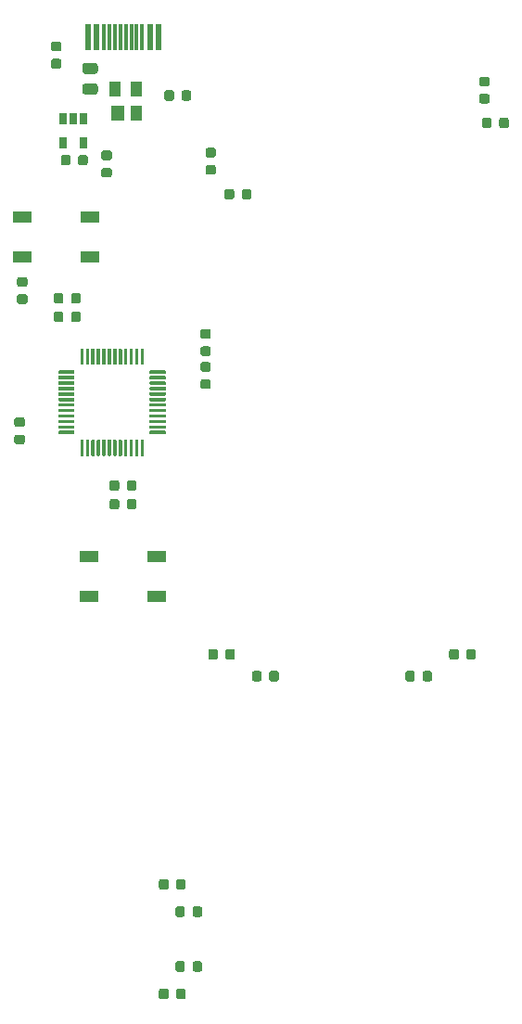
<source format=gtp>
G04 #@! TF.GenerationSoftware,KiCad,Pcbnew,(5.1.2)-1*
G04 #@! TF.CreationDate,2019-06-30T01:41:10-07:00*
G04 #@! TF.ProjectId,joy,6a6f792e-6b69-4636-9164-5f7063625858,rev?*
G04 #@! TF.SameCoordinates,Original*
G04 #@! TF.FileFunction,Paste,Top*
G04 #@! TF.FilePolarity,Positive*
%FSLAX46Y46*%
G04 Gerber Fmt 4.6, Leading zero omitted, Abs format (unit mm)*
G04 Created by KiCad (PCBNEW (5.1.2)-1) date 2019-06-30 01:41:10*
%MOMM*%
%LPD*%
G04 APERTURE LIST*
%ADD10R,0.300000X2.450000*%
%ADD11R,0.600000X2.450000*%
%ADD12C,0.100000*%
%ADD13C,0.875000*%
%ADD14R,1.200000X1.400000*%
%ADD15R,1.000000X1.400000*%
%ADD16C,0.975000*%
%ADD17C,0.300000*%
%ADD18R,0.650000X1.060000*%
%ADD19R,1.800000X1.100000*%
G04 APERTURE END LIST*
D10*
X13250000Y-6695000D03*
X12750000Y-6695000D03*
X12250000Y-6695000D03*
X13750000Y-6695000D03*
X11750000Y-6695000D03*
X14250000Y-6695000D03*
X11250000Y-6695000D03*
X14750000Y-6695000D03*
D11*
X15450000Y-6695000D03*
X10550000Y-6695000D03*
X16225000Y-6695000D03*
X9775000Y-6695000D03*
D12*
G36*
X11777691Y-17026053D02*
G01*
X11798926Y-17029203D01*
X11819750Y-17034419D01*
X11839962Y-17041651D01*
X11859368Y-17050830D01*
X11877781Y-17061866D01*
X11895024Y-17074654D01*
X11910930Y-17089070D01*
X11925346Y-17104976D01*
X11938134Y-17122219D01*
X11949170Y-17140632D01*
X11958349Y-17160038D01*
X11965581Y-17180250D01*
X11970797Y-17201074D01*
X11973947Y-17222309D01*
X11975000Y-17243750D01*
X11975000Y-17681250D01*
X11973947Y-17702691D01*
X11970797Y-17723926D01*
X11965581Y-17744750D01*
X11958349Y-17764962D01*
X11949170Y-17784368D01*
X11938134Y-17802781D01*
X11925346Y-17820024D01*
X11910930Y-17835930D01*
X11895024Y-17850346D01*
X11877781Y-17863134D01*
X11859368Y-17874170D01*
X11839962Y-17883349D01*
X11819750Y-17890581D01*
X11798926Y-17895797D01*
X11777691Y-17898947D01*
X11756250Y-17900000D01*
X11243750Y-17900000D01*
X11222309Y-17898947D01*
X11201074Y-17895797D01*
X11180250Y-17890581D01*
X11160038Y-17883349D01*
X11140632Y-17874170D01*
X11122219Y-17863134D01*
X11104976Y-17850346D01*
X11089070Y-17835930D01*
X11074654Y-17820024D01*
X11061866Y-17802781D01*
X11050830Y-17784368D01*
X11041651Y-17764962D01*
X11034419Y-17744750D01*
X11029203Y-17723926D01*
X11026053Y-17702691D01*
X11025000Y-17681250D01*
X11025000Y-17243750D01*
X11026053Y-17222309D01*
X11029203Y-17201074D01*
X11034419Y-17180250D01*
X11041651Y-17160038D01*
X11050830Y-17140632D01*
X11061866Y-17122219D01*
X11074654Y-17104976D01*
X11089070Y-17089070D01*
X11104976Y-17074654D01*
X11122219Y-17061866D01*
X11140632Y-17050830D01*
X11160038Y-17041651D01*
X11180250Y-17034419D01*
X11201074Y-17029203D01*
X11222309Y-17026053D01*
X11243750Y-17025000D01*
X11756250Y-17025000D01*
X11777691Y-17026053D01*
X11777691Y-17026053D01*
G37*
D13*
X11500000Y-17462500D03*
D12*
G36*
X11777691Y-18601053D02*
G01*
X11798926Y-18604203D01*
X11819750Y-18609419D01*
X11839962Y-18616651D01*
X11859368Y-18625830D01*
X11877781Y-18636866D01*
X11895024Y-18649654D01*
X11910930Y-18664070D01*
X11925346Y-18679976D01*
X11938134Y-18697219D01*
X11949170Y-18715632D01*
X11958349Y-18735038D01*
X11965581Y-18755250D01*
X11970797Y-18776074D01*
X11973947Y-18797309D01*
X11975000Y-18818750D01*
X11975000Y-19256250D01*
X11973947Y-19277691D01*
X11970797Y-19298926D01*
X11965581Y-19319750D01*
X11958349Y-19339962D01*
X11949170Y-19359368D01*
X11938134Y-19377781D01*
X11925346Y-19395024D01*
X11910930Y-19410930D01*
X11895024Y-19425346D01*
X11877781Y-19438134D01*
X11859368Y-19449170D01*
X11839962Y-19458349D01*
X11819750Y-19465581D01*
X11798926Y-19470797D01*
X11777691Y-19473947D01*
X11756250Y-19475000D01*
X11243750Y-19475000D01*
X11222309Y-19473947D01*
X11201074Y-19470797D01*
X11180250Y-19465581D01*
X11160038Y-19458349D01*
X11140632Y-19449170D01*
X11122219Y-19438134D01*
X11104976Y-19425346D01*
X11089070Y-19410930D01*
X11074654Y-19395024D01*
X11061866Y-19377781D01*
X11050830Y-19359368D01*
X11041651Y-19339962D01*
X11034419Y-19319750D01*
X11029203Y-19298926D01*
X11026053Y-19277691D01*
X11025000Y-19256250D01*
X11025000Y-18818750D01*
X11026053Y-18797309D01*
X11029203Y-18776074D01*
X11034419Y-18755250D01*
X11041651Y-18735038D01*
X11050830Y-18715632D01*
X11061866Y-18697219D01*
X11074654Y-18679976D01*
X11089070Y-18664070D01*
X11104976Y-18649654D01*
X11122219Y-18636866D01*
X11140632Y-18625830D01*
X11160038Y-18616651D01*
X11180250Y-18609419D01*
X11201074Y-18604203D01*
X11222309Y-18601053D01*
X11243750Y-18600000D01*
X11756250Y-18600000D01*
X11777691Y-18601053D01*
X11777691Y-18601053D01*
G37*
D13*
X11500000Y-19037500D03*
D12*
G36*
X7352691Y-30026053D02*
G01*
X7373926Y-30029203D01*
X7394750Y-30034419D01*
X7414962Y-30041651D01*
X7434368Y-30050830D01*
X7452781Y-30061866D01*
X7470024Y-30074654D01*
X7485930Y-30089070D01*
X7500346Y-30104976D01*
X7513134Y-30122219D01*
X7524170Y-30140632D01*
X7533349Y-30160038D01*
X7540581Y-30180250D01*
X7545797Y-30201074D01*
X7548947Y-30222309D01*
X7550000Y-30243750D01*
X7550000Y-30756250D01*
X7548947Y-30777691D01*
X7545797Y-30798926D01*
X7540581Y-30819750D01*
X7533349Y-30839962D01*
X7524170Y-30859368D01*
X7513134Y-30877781D01*
X7500346Y-30895024D01*
X7485930Y-30910930D01*
X7470024Y-30925346D01*
X7452781Y-30938134D01*
X7434368Y-30949170D01*
X7414962Y-30958349D01*
X7394750Y-30965581D01*
X7373926Y-30970797D01*
X7352691Y-30973947D01*
X7331250Y-30975000D01*
X6893750Y-30975000D01*
X6872309Y-30973947D01*
X6851074Y-30970797D01*
X6830250Y-30965581D01*
X6810038Y-30958349D01*
X6790632Y-30949170D01*
X6772219Y-30938134D01*
X6754976Y-30925346D01*
X6739070Y-30910930D01*
X6724654Y-30895024D01*
X6711866Y-30877781D01*
X6700830Y-30859368D01*
X6691651Y-30839962D01*
X6684419Y-30819750D01*
X6679203Y-30798926D01*
X6676053Y-30777691D01*
X6675000Y-30756250D01*
X6675000Y-30243750D01*
X6676053Y-30222309D01*
X6679203Y-30201074D01*
X6684419Y-30180250D01*
X6691651Y-30160038D01*
X6700830Y-30140632D01*
X6711866Y-30122219D01*
X6724654Y-30104976D01*
X6739070Y-30089070D01*
X6754976Y-30074654D01*
X6772219Y-30061866D01*
X6790632Y-30050830D01*
X6810038Y-30041651D01*
X6830250Y-30034419D01*
X6851074Y-30029203D01*
X6872309Y-30026053D01*
X6893750Y-30025000D01*
X7331250Y-30025000D01*
X7352691Y-30026053D01*
X7352691Y-30026053D01*
G37*
D13*
X7112500Y-30500000D03*
D12*
G36*
X8927691Y-30026053D02*
G01*
X8948926Y-30029203D01*
X8969750Y-30034419D01*
X8989962Y-30041651D01*
X9009368Y-30050830D01*
X9027781Y-30061866D01*
X9045024Y-30074654D01*
X9060930Y-30089070D01*
X9075346Y-30104976D01*
X9088134Y-30122219D01*
X9099170Y-30140632D01*
X9108349Y-30160038D01*
X9115581Y-30180250D01*
X9120797Y-30201074D01*
X9123947Y-30222309D01*
X9125000Y-30243750D01*
X9125000Y-30756250D01*
X9123947Y-30777691D01*
X9120797Y-30798926D01*
X9115581Y-30819750D01*
X9108349Y-30839962D01*
X9099170Y-30859368D01*
X9088134Y-30877781D01*
X9075346Y-30895024D01*
X9060930Y-30910930D01*
X9045024Y-30925346D01*
X9027781Y-30938134D01*
X9009368Y-30949170D01*
X8989962Y-30958349D01*
X8969750Y-30965581D01*
X8948926Y-30970797D01*
X8927691Y-30973947D01*
X8906250Y-30975000D01*
X8468750Y-30975000D01*
X8447309Y-30973947D01*
X8426074Y-30970797D01*
X8405250Y-30965581D01*
X8385038Y-30958349D01*
X8365632Y-30949170D01*
X8347219Y-30938134D01*
X8329976Y-30925346D01*
X8314070Y-30910930D01*
X8299654Y-30895024D01*
X8286866Y-30877781D01*
X8275830Y-30859368D01*
X8266651Y-30839962D01*
X8259419Y-30819750D01*
X8254203Y-30798926D01*
X8251053Y-30777691D01*
X8250000Y-30756250D01*
X8250000Y-30243750D01*
X8251053Y-30222309D01*
X8254203Y-30201074D01*
X8259419Y-30180250D01*
X8266651Y-30160038D01*
X8275830Y-30140632D01*
X8286866Y-30122219D01*
X8299654Y-30104976D01*
X8314070Y-30089070D01*
X8329976Y-30074654D01*
X8347219Y-30061866D01*
X8365632Y-30050830D01*
X8385038Y-30041651D01*
X8405250Y-30034419D01*
X8426074Y-30029203D01*
X8447309Y-30026053D01*
X8468750Y-30025000D01*
X8906250Y-30025000D01*
X8927691Y-30026053D01*
X8927691Y-30026053D01*
G37*
D13*
X8687500Y-30500000D03*
D12*
G36*
X20827691Y-34901053D02*
G01*
X20848926Y-34904203D01*
X20869750Y-34909419D01*
X20889962Y-34916651D01*
X20909368Y-34925830D01*
X20927781Y-34936866D01*
X20945024Y-34949654D01*
X20960930Y-34964070D01*
X20975346Y-34979976D01*
X20988134Y-34997219D01*
X20999170Y-35015632D01*
X21008349Y-35035038D01*
X21015581Y-35055250D01*
X21020797Y-35076074D01*
X21023947Y-35097309D01*
X21025000Y-35118750D01*
X21025000Y-35556250D01*
X21023947Y-35577691D01*
X21020797Y-35598926D01*
X21015581Y-35619750D01*
X21008349Y-35639962D01*
X20999170Y-35659368D01*
X20988134Y-35677781D01*
X20975346Y-35695024D01*
X20960930Y-35710930D01*
X20945024Y-35725346D01*
X20927781Y-35738134D01*
X20909368Y-35749170D01*
X20889962Y-35758349D01*
X20869750Y-35765581D01*
X20848926Y-35770797D01*
X20827691Y-35773947D01*
X20806250Y-35775000D01*
X20293750Y-35775000D01*
X20272309Y-35773947D01*
X20251074Y-35770797D01*
X20230250Y-35765581D01*
X20210038Y-35758349D01*
X20190632Y-35749170D01*
X20172219Y-35738134D01*
X20154976Y-35725346D01*
X20139070Y-35710930D01*
X20124654Y-35695024D01*
X20111866Y-35677781D01*
X20100830Y-35659368D01*
X20091651Y-35639962D01*
X20084419Y-35619750D01*
X20079203Y-35598926D01*
X20076053Y-35577691D01*
X20075000Y-35556250D01*
X20075000Y-35118750D01*
X20076053Y-35097309D01*
X20079203Y-35076074D01*
X20084419Y-35055250D01*
X20091651Y-35035038D01*
X20100830Y-35015632D01*
X20111866Y-34997219D01*
X20124654Y-34979976D01*
X20139070Y-34964070D01*
X20154976Y-34949654D01*
X20172219Y-34936866D01*
X20190632Y-34925830D01*
X20210038Y-34916651D01*
X20230250Y-34909419D01*
X20251074Y-34904203D01*
X20272309Y-34901053D01*
X20293750Y-34900000D01*
X20806250Y-34900000D01*
X20827691Y-34901053D01*
X20827691Y-34901053D01*
G37*
D13*
X20550000Y-35337500D03*
D12*
G36*
X20827691Y-33326053D02*
G01*
X20848926Y-33329203D01*
X20869750Y-33334419D01*
X20889962Y-33341651D01*
X20909368Y-33350830D01*
X20927781Y-33361866D01*
X20945024Y-33374654D01*
X20960930Y-33389070D01*
X20975346Y-33404976D01*
X20988134Y-33422219D01*
X20999170Y-33440632D01*
X21008349Y-33460038D01*
X21015581Y-33480250D01*
X21020797Y-33501074D01*
X21023947Y-33522309D01*
X21025000Y-33543750D01*
X21025000Y-33981250D01*
X21023947Y-34002691D01*
X21020797Y-34023926D01*
X21015581Y-34044750D01*
X21008349Y-34064962D01*
X20999170Y-34084368D01*
X20988134Y-34102781D01*
X20975346Y-34120024D01*
X20960930Y-34135930D01*
X20945024Y-34150346D01*
X20927781Y-34163134D01*
X20909368Y-34174170D01*
X20889962Y-34183349D01*
X20869750Y-34190581D01*
X20848926Y-34195797D01*
X20827691Y-34198947D01*
X20806250Y-34200000D01*
X20293750Y-34200000D01*
X20272309Y-34198947D01*
X20251074Y-34195797D01*
X20230250Y-34190581D01*
X20210038Y-34183349D01*
X20190632Y-34174170D01*
X20172219Y-34163134D01*
X20154976Y-34150346D01*
X20139070Y-34135930D01*
X20124654Y-34120024D01*
X20111866Y-34102781D01*
X20100830Y-34084368D01*
X20091651Y-34064962D01*
X20084419Y-34044750D01*
X20079203Y-34023926D01*
X20076053Y-34002691D01*
X20075000Y-33981250D01*
X20075000Y-33543750D01*
X20076053Y-33522309D01*
X20079203Y-33501074D01*
X20084419Y-33480250D01*
X20091651Y-33460038D01*
X20100830Y-33440632D01*
X20111866Y-33422219D01*
X20124654Y-33404976D01*
X20139070Y-33389070D01*
X20154976Y-33374654D01*
X20172219Y-33361866D01*
X20190632Y-33350830D01*
X20210038Y-33341651D01*
X20230250Y-33334419D01*
X20251074Y-33329203D01*
X20272309Y-33326053D01*
X20293750Y-33325000D01*
X20806250Y-33325000D01*
X20827691Y-33326053D01*
X20827691Y-33326053D01*
G37*
D13*
X20550000Y-33762500D03*
D12*
G36*
X7352691Y-31726053D02*
G01*
X7373926Y-31729203D01*
X7394750Y-31734419D01*
X7414962Y-31741651D01*
X7434368Y-31750830D01*
X7452781Y-31761866D01*
X7470024Y-31774654D01*
X7485930Y-31789070D01*
X7500346Y-31804976D01*
X7513134Y-31822219D01*
X7524170Y-31840632D01*
X7533349Y-31860038D01*
X7540581Y-31880250D01*
X7545797Y-31901074D01*
X7548947Y-31922309D01*
X7550000Y-31943750D01*
X7550000Y-32456250D01*
X7548947Y-32477691D01*
X7545797Y-32498926D01*
X7540581Y-32519750D01*
X7533349Y-32539962D01*
X7524170Y-32559368D01*
X7513134Y-32577781D01*
X7500346Y-32595024D01*
X7485930Y-32610930D01*
X7470024Y-32625346D01*
X7452781Y-32638134D01*
X7434368Y-32649170D01*
X7414962Y-32658349D01*
X7394750Y-32665581D01*
X7373926Y-32670797D01*
X7352691Y-32673947D01*
X7331250Y-32675000D01*
X6893750Y-32675000D01*
X6872309Y-32673947D01*
X6851074Y-32670797D01*
X6830250Y-32665581D01*
X6810038Y-32658349D01*
X6790632Y-32649170D01*
X6772219Y-32638134D01*
X6754976Y-32625346D01*
X6739070Y-32610930D01*
X6724654Y-32595024D01*
X6711866Y-32577781D01*
X6700830Y-32559368D01*
X6691651Y-32539962D01*
X6684419Y-32519750D01*
X6679203Y-32498926D01*
X6676053Y-32477691D01*
X6675000Y-32456250D01*
X6675000Y-31943750D01*
X6676053Y-31922309D01*
X6679203Y-31901074D01*
X6684419Y-31880250D01*
X6691651Y-31860038D01*
X6700830Y-31840632D01*
X6711866Y-31822219D01*
X6724654Y-31804976D01*
X6739070Y-31789070D01*
X6754976Y-31774654D01*
X6772219Y-31761866D01*
X6790632Y-31750830D01*
X6810038Y-31741651D01*
X6830250Y-31734419D01*
X6851074Y-31729203D01*
X6872309Y-31726053D01*
X6893750Y-31725000D01*
X7331250Y-31725000D01*
X7352691Y-31726053D01*
X7352691Y-31726053D01*
G37*
D13*
X7112500Y-32200000D03*
D12*
G36*
X8927691Y-31726053D02*
G01*
X8948926Y-31729203D01*
X8969750Y-31734419D01*
X8989962Y-31741651D01*
X9009368Y-31750830D01*
X9027781Y-31761866D01*
X9045024Y-31774654D01*
X9060930Y-31789070D01*
X9075346Y-31804976D01*
X9088134Y-31822219D01*
X9099170Y-31840632D01*
X9108349Y-31860038D01*
X9115581Y-31880250D01*
X9120797Y-31901074D01*
X9123947Y-31922309D01*
X9125000Y-31943750D01*
X9125000Y-32456250D01*
X9123947Y-32477691D01*
X9120797Y-32498926D01*
X9115581Y-32519750D01*
X9108349Y-32539962D01*
X9099170Y-32559368D01*
X9088134Y-32577781D01*
X9075346Y-32595024D01*
X9060930Y-32610930D01*
X9045024Y-32625346D01*
X9027781Y-32638134D01*
X9009368Y-32649170D01*
X8989962Y-32658349D01*
X8969750Y-32665581D01*
X8948926Y-32670797D01*
X8927691Y-32673947D01*
X8906250Y-32675000D01*
X8468750Y-32675000D01*
X8447309Y-32673947D01*
X8426074Y-32670797D01*
X8405250Y-32665581D01*
X8385038Y-32658349D01*
X8365632Y-32649170D01*
X8347219Y-32638134D01*
X8329976Y-32625346D01*
X8314070Y-32610930D01*
X8299654Y-32595024D01*
X8286866Y-32577781D01*
X8275830Y-32559368D01*
X8266651Y-32539962D01*
X8259419Y-32519750D01*
X8254203Y-32498926D01*
X8251053Y-32477691D01*
X8250000Y-32456250D01*
X8250000Y-31943750D01*
X8251053Y-31922309D01*
X8254203Y-31901074D01*
X8259419Y-31880250D01*
X8266651Y-31860038D01*
X8275830Y-31840632D01*
X8286866Y-31822219D01*
X8299654Y-31804976D01*
X8314070Y-31789070D01*
X8329976Y-31774654D01*
X8347219Y-31761866D01*
X8365632Y-31750830D01*
X8385038Y-31741651D01*
X8405250Y-31734419D01*
X8426074Y-31729203D01*
X8447309Y-31726053D01*
X8468750Y-31725000D01*
X8906250Y-31725000D01*
X8927691Y-31726053D01*
X8927691Y-31726053D01*
G37*
D13*
X8687500Y-32200000D03*
D12*
G36*
X3827691Y-42951053D02*
G01*
X3848926Y-42954203D01*
X3869750Y-42959419D01*
X3889962Y-42966651D01*
X3909368Y-42975830D01*
X3927781Y-42986866D01*
X3945024Y-42999654D01*
X3960930Y-43014070D01*
X3975346Y-43029976D01*
X3988134Y-43047219D01*
X3999170Y-43065632D01*
X4008349Y-43085038D01*
X4015581Y-43105250D01*
X4020797Y-43126074D01*
X4023947Y-43147309D01*
X4025000Y-43168750D01*
X4025000Y-43606250D01*
X4023947Y-43627691D01*
X4020797Y-43648926D01*
X4015581Y-43669750D01*
X4008349Y-43689962D01*
X3999170Y-43709368D01*
X3988134Y-43727781D01*
X3975346Y-43745024D01*
X3960930Y-43760930D01*
X3945024Y-43775346D01*
X3927781Y-43788134D01*
X3909368Y-43799170D01*
X3889962Y-43808349D01*
X3869750Y-43815581D01*
X3848926Y-43820797D01*
X3827691Y-43823947D01*
X3806250Y-43825000D01*
X3293750Y-43825000D01*
X3272309Y-43823947D01*
X3251074Y-43820797D01*
X3230250Y-43815581D01*
X3210038Y-43808349D01*
X3190632Y-43799170D01*
X3172219Y-43788134D01*
X3154976Y-43775346D01*
X3139070Y-43760930D01*
X3124654Y-43745024D01*
X3111866Y-43727781D01*
X3100830Y-43709368D01*
X3091651Y-43689962D01*
X3084419Y-43669750D01*
X3079203Y-43648926D01*
X3076053Y-43627691D01*
X3075000Y-43606250D01*
X3075000Y-43168750D01*
X3076053Y-43147309D01*
X3079203Y-43126074D01*
X3084419Y-43105250D01*
X3091651Y-43085038D01*
X3100830Y-43065632D01*
X3111866Y-43047219D01*
X3124654Y-43029976D01*
X3139070Y-43014070D01*
X3154976Y-42999654D01*
X3172219Y-42986866D01*
X3190632Y-42975830D01*
X3210038Y-42966651D01*
X3230250Y-42959419D01*
X3251074Y-42954203D01*
X3272309Y-42951053D01*
X3293750Y-42950000D01*
X3806250Y-42950000D01*
X3827691Y-42951053D01*
X3827691Y-42951053D01*
G37*
D13*
X3550000Y-43387500D03*
D12*
G36*
X3827691Y-41376053D02*
G01*
X3848926Y-41379203D01*
X3869750Y-41384419D01*
X3889962Y-41391651D01*
X3909368Y-41400830D01*
X3927781Y-41411866D01*
X3945024Y-41424654D01*
X3960930Y-41439070D01*
X3975346Y-41454976D01*
X3988134Y-41472219D01*
X3999170Y-41490632D01*
X4008349Y-41510038D01*
X4015581Y-41530250D01*
X4020797Y-41551074D01*
X4023947Y-41572309D01*
X4025000Y-41593750D01*
X4025000Y-42031250D01*
X4023947Y-42052691D01*
X4020797Y-42073926D01*
X4015581Y-42094750D01*
X4008349Y-42114962D01*
X3999170Y-42134368D01*
X3988134Y-42152781D01*
X3975346Y-42170024D01*
X3960930Y-42185930D01*
X3945024Y-42200346D01*
X3927781Y-42213134D01*
X3909368Y-42224170D01*
X3889962Y-42233349D01*
X3869750Y-42240581D01*
X3848926Y-42245797D01*
X3827691Y-42248947D01*
X3806250Y-42250000D01*
X3293750Y-42250000D01*
X3272309Y-42248947D01*
X3251074Y-42245797D01*
X3230250Y-42240581D01*
X3210038Y-42233349D01*
X3190632Y-42224170D01*
X3172219Y-42213134D01*
X3154976Y-42200346D01*
X3139070Y-42185930D01*
X3124654Y-42170024D01*
X3111866Y-42152781D01*
X3100830Y-42134368D01*
X3091651Y-42114962D01*
X3084419Y-42094750D01*
X3079203Y-42073926D01*
X3076053Y-42052691D01*
X3075000Y-42031250D01*
X3075000Y-41593750D01*
X3076053Y-41572309D01*
X3079203Y-41551074D01*
X3084419Y-41530250D01*
X3091651Y-41510038D01*
X3100830Y-41490632D01*
X3111866Y-41472219D01*
X3124654Y-41454976D01*
X3139070Y-41439070D01*
X3154976Y-41424654D01*
X3172219Y-41411866D01*
X3190632Y-41400830D01*
X3210038Y-41391651D01*
X3230250Y-41384419D01*
X3251074Y-41379203D01*
X3272309Y-41376053D01*
X3293750Y-41375000D01*
X3806250Y-41375000D01*
X3827691Y-41376053D01*
X3827691Y-41376053D01*
G37*
D13*
X3550000Y-41812500D03*
D12*
G36*
X20827691Y-36338553D02*
G01*
X20848926Y-36341703D01*
X20869750Y-36346919D01*
X20889962Y-36354151D01*
X20909368Y-36363330D01*
X20927781Y-36374366D01*
X20945024Y-36387154D01*
X20960930Y-36401570D01*
X20975346Y-36417476D01*
X20988134Y-36434719D01*
X20999170Y-36453132D01*
X21008349Y-36472538D01*
X21015581Y-36492750D01*
X21020797Y-36513574D01*
X21023947Y-36534809D01*
X21025000Y-36556250D01*
X21025000Y-36993750D01*
X21023947Y-37015191D01*
X21020797Y-37036426D01*
X21015581Y-37057250D01*
X21008349Y-37077462D01*
X20999170Y-37096868D01*
X20988134Y-37115281D01*
X20975346Y-37132524D01*
X20960930Y-37148430D01*
X20945024Y-37162846D01*
X20927781Y-37175634D01*
X20909368Y-37186670D01*
X20889962Y-37195849D01*
X20869750Y-37203081D01*
X20848926Y-37208297D01*
X20827691Y-37211447D01*
X20806250Y-37212500D01*
X20293750Y-37212500D01*
X20272309Y-37211447D01*
X20251074Y-37208297D01*
X20230250Y-37203081D01*
X20210038Y-37195849D01*
X20190632Y-37186670D01*
X20172219Y-37175634D01*
X20154976Y-37162846D01*
X20139070Y-37148430D01*
X20124654Y-37132524D01*
X20111866Y-37115281D01*
X20100830Y-37096868D01*
X20091651Y-37077462D01*
X20084419Y-37057250D01*
X20079203Y-37036426D01*
X20076053Y-37015191D01*
X20075000Y-36993750D01*
X20075000Y-36556250D01*
X20076053Y-36534809D01*
X20079203Y-36513574D01*
X20084419Y-36492750D01*
X20091651Y-36472538D01*
X20100830Y-36453132D01*
X20111866Y-36434719D01*
X20124654Y-36417476D01*
X20139070Y-36401570D01*
X20154976Y-36387154D01*
X20172219Y-36374366D01*
X20190632Y-36363330D01*
X20210038Y-36354151D01*
X20230250Y-36346919D01*
X20251074Y-36341703D01*
X20272309Y-36338553D01*
X20293750Y-36337500D01*
X20806250Y-36337500D01*
X20827691Y-36338553D01*
X20827691Y-36338553D01*
G37*
D13*
X20550000Y-36775000D03*
D12*
G36*
X20827691Y-37913553D02*
G01*
X20848926Y-37916703D01*
X20869750Y-37921919D01*
X20889962Y-37929151D01*
X20909368Y-37938330D01*
X20927781Y-37949366D01*
X20945024Y-37962154D01*
X20960930Y-37976570D01*
X20975346Y-37992476D01*
X20988134Y-38009719D01*
X20999170Y-38028132D01*
X21008349Y-38047538D01*
X21015581Y-38067750D01*
X21020797Y-38088574D01*
X21023947Y-38109809D01*
X21025000Y-38131250D01*
X21025000Y-38568750D01*
X21023947Y-38590191D01*
X21020797Y-38611426D01*
X21015581Y-38632250D01*
X21008349Y-38652462D01*
X20999170Y-38671868D01*
X20988134Y-38690281D01*
X20975346Y-38707524D01*
X20960930Y-38723430D01*
X20945024Y-38737846D01*
X20927781Y-38750634D01*
X20909368Y-38761670D01*
X20889962Y-38770849D01*
X20869750Y-38778081D01*
X20848926Y-38783297D01*
X20827691Y-38786447D01*
X20806250Y-38787500D01*
X20293750Y-38787500D01*
X20272309Y-38786447D01*
X20251074Y-38783297D01*
X20230250Y-38778081D01*
X20210038Y-38770849D01*
X20190632Y-38761670D01*
X20172219Y-38750634D01*
X20154976Y-38737846D01*
X20139070Y-38723430D01*
X20124654Y-38707524D01*
X20111866Y-38690281D01*
X20100830Y-38671868D01*
X20091651Y-38652462D01*
X20084419Y-38632250D01*
X20079203Y-38611426D01*
X20076053Y-38590191D01*
X20075000Y-38568750D01*
X20075000Y-38131250D01*
X20076053Y-38109809D01*
X20079203Y-38088574D01*
X20084419Y-38067750D01*
X20091651Y-38047538D01*
X20100830Y-38028132D01*
X20111866Y-38009719D01*
X20124654Y-37992476D01*
X20139070Y-37976570D01*
X20154976Y-37962154D01*
X20172219Y-37949366D01*
X20190632Y-37938330D01*
X20210038Y-37929151D01*
X20230250Y-37921919D01*
X20251074Y-37916703D01*
X20272309Y-37913553D01*
X20293750Y-37912500D01*
X20806250Y-37912500D01*
X20827691Y-37913553D01*
X20827691Y-37913553D01*
G37*
D13*
X20550000Y-38350000D03*
D12*
G36*
X16952691Y-83526053D02*
G01*
X16973926Y-83529203D01*
X16994750Y-83534419D01*
X17014962Y-83541651D01*
X17034368Y-83550830D01*
X17052781Y-83561866D01*
X17070024Y-83574654D01*
X17085930Y-83589070D01*
X17100346Y-83604976D01*
X17113134Y-83622219D01*
X17124170Y-83640632D01*
X17133349Y-83660038D01*
X17140581Y-83680250D01*
X17145797Y-83701074D01*
X17148947Y-83722309D01*
X17150000Y-83743750D01*
X17150000Y-84256250D01*
X17148947Y-84277691D01*
X17145797Y-84298926D01*
X17140581Y-84319750D01*
X17133349Y-84339962D01*
X17124170Y-84359368D01*
X17113134Y-84377781D01*
X17100346Y-84395024D01*
X17085930Y-84410930D01*
X17070024Y-84425346D01*
X17052781Y-84438134D01*
X17034368Y-84449170D01*
X17014962Y-84458349D01*
X16994750Y-84465581D01*
X16973926Y-84470797D01*
X16952691Y-84473947D01*
X16931250Y-84475000D01*
X16493750Y-84475000D01*
X16472309Y-84473947D01*
X16451074Y-84470797D01*
X16430250Y-84465581D01*
X16410038Y-84458349D01*
X16390632Y-84449170D01*
X16372219Y-84438134D01*
X16354976Y-84425346D01*
X16339070Y-84410930D01*
X16324654Y-84395024D01*
X16311866Y-84377781D01*
X16300830Y-84359368D01*
X16291651Y-84339962D01*
X16284419Y-84319750D01*
X16279203Y-84298926D01*
X16276053Y-84277691D01*
X16275000Y-84256250D01*
X16275000Y-83743750D01*
X16276053Y-83722309D01*
X16279203Y-83701074D01*
X16284419Y-83680250D01*
X16291651Y-83660038D01*
X16300830Y-83640632D01*
X16311866Y-83622219D01*
X16324654Y-83604976D01*
X16339070Y-83589070D01*
X16354976Y-83574654D01*
X16372219Y-83561866D01*
X16390632Y-83550830D01*
X16410038Y-83541651D01*
X16430250Y-83534419D01*
X16451074Y-83529203D01*
X16472309Y-83526053D01*
X16493750Y-83525000D01*
X16931250Y-83525000D01*
X16952691Y-83526053D01*
X16952691Y-83526053D01*
G37*
D13*
X16712500Y-84000000D03*
D12*
G36*
X18527691Y-83526053D02*
G01*
X18548926Y-83529203D01*
X18569750Y-83534419D01*
X18589962Y-83541651D01*
X18609368Y-83550830D01*
X18627781Y-83561866D01*
X18645024Y-83574654D01*
X18660930Y-83589070D01*
X18675346Y-83604976D01*
X18688134Y-83622219D01*
X18699170Y-83640632D01*
X18708349Y-83660038D01*
X18715581Y-83680250D01*
X18720797Y-83701074D01*
X18723947Y-83722309D01*
X18725000Y-83743750D01*
X18725000Y-84256250D01*
X18723947Y-84277691D01*
X18720797Y-84298926D01*
X18715581Y-84319750D01*
X18708349Y-84339962D01*
X18699170Y-84359368D01*
X18688134Y-84377781D01*
X18675346Y-84395024D01*
X18660930Y-84410930D01*
X18645024Y-84425346D01*
X18627781Y-84438134D01*
X18609368Y-84449170D01*
X18589962Y-84458349D01*
X18569750Y-84465581D01*
X18548926Y-84470797D01*
X18527691Y-84473947D01*
X18506250Y-84475000D01*
X18068750Y-84475000D01*
X18047309Y-84473947D01*
X18026074Y-84470797D01*
X18005250Y-84465581D01*
X17985038Y-84458349D01*
X17965632Y-84449170D01*
X17947219Y-84438134D01*
X17929976Y-84425346D01*
X17914070Y-84410930D01*
X17899654Y-84395024D01*
X17886866Y-84377781D01*
X17875830Y-84359368D01*
X17866651Y-84339962D01*
X17859419Y-84319750D01*
X17854203Y-84298926D01*
X17851053Y-84277691D01*
X17850000Y-84256250D01*
X17850000Y-83743750D01*
X17851053Y-83722309D01*
X17854203Y-83701074D01*
X17859419Y-83680250D01*
X17866651Y-83660038D01*
X17875830Y-83640632D01*
X17886866Y-83622219D01*
X17899654Y-83604976D01*
X17914070Y-83589070D01*
X17929976Y-83574654D01*
X17947219Y-83561866D01*
X17965632Y-83550830D01*
X17985038Y-83541651D01*
X18005250Y-83534419D01*
X18026074Y-83529203D01*
X18047309Y-83526053D01*
X18068750Y-83525000D01*
X18506250Y-83525000D01*
X18527691Y-83526053D01*
X18527691Y-83526053D01*
G37*
D13*
X18287500Y-84000000D03*
D12*
G36*
X16952691Y-93526053D02*
G01*
X16973926Y-93529203D01*
X16994750Y-93534419D01*
X17014962Y-93541651D01*
X17034368Y-93550830D01*
X17052781Y-93561866D01*
X17070024Y-93574654D01*
X17085930Y-93589070D01*
X17100346Y-93604976D01*
X17113134Y-93622219D01*
X17124170Y-93640632D01*
X17133349Y-93660038D01*
X17140581Y-93680250D01*
X17145797Y-93701074D01*
X17148947Y-93722309D01*
X17150000Y-93743750D01*
X17150000Y-94256250D01*
X17148947Y-94277691D01*
X17145797Y-94298926D01*
X17140581Y-94319750D01*
X17133349Y-94339962D01*
X17124170Y-94359368D01*
X17113134Y-94377781D01*
X17100346Y-94395024D01*
X17085930Y-94410930D01*
X17070024Y-94425346D01*
X17052781Y-94438134D01*
X17034368Y-94449170D01*
X17014962Y-94458349D01*
X16994750Y-94465581D01*
X16973926Y-94470797D01*
X16952691Y-94473947D01*
X16931250Y-94475000D01*
X16493750Y-94475000D01*
X16472309Y-94473947D01*
X16451074Y-94470797D01*
X16430250Y-94465581D01*
X16410038Y-94458349D01*
X16390632Y-94449170D01*
X16372219Y-94438134D01*
X16354976Y-94425346D01*
X16339070Y-94410930D01*
X16324654Y-94395024D01*
X16311866Y-94377781D01*
X16300830Y-94359368D01*
X16291651Y-94339962D01*
X16284419Y-94319750D01*
X16279203Y-94298926D01*
X16276053Y-94277691D01*
X16275000Y-94256250D01*
X16275000Y-93743750D01*
X16276053Y-93722309D01*
X16279203Y-93701074D01*
X16284419Y-93680250D01*
X16291651Y-93660038D01*
X16300830Y-93640632D01*
X16311866Y-93622219D01*
X16324654Y-93604976D01*
X16339070Y-93589070D01*
X16354976Y-93574654D01*
X16372219Y-93561866D01*
X16390632Y-93550830D01*
X16410038Y-93541651D01*
X16430250Y-93534419D01*
X16451074Y-93529203D01*
X16472309Y-93526053D01*
X16493750Y-93525000D01*
X16931250Y-93525000D01*
X16952691Y-93526053D01*
X16952691Y-93526053D01*
G37*
D13*
X16712500Y-94000000D03*
D12*
G36*
X18527691Y-93526053D02*
G01*
X18548926Y-93529203D01*
X18569750Y-93534419D01*
X18589962Y-93541651D01*
X18609368Y-93550830D01*
X18627781Y-93561866D01*
X18645024Y-93574654D01*
X18660930Y-93589070D01*
X18675346Y-93604976D01*
X18688134Y-93622219D01*
X18699170Y-93640632D01*
X18708349Y-93660038D01*
X18715581Y-93680250D01*
X18720797Y-93701074D01*
X18723947Y-93722309D01*
X18725000Y-93743750D01*
X18725000Y-94256250D01*
X18723947Y-94277691D01*
X18720797Y-94298926D01*
X18715581Y-94319750D01*
X18708349Y-94339962D01*
X18699170Y-94359368D01*
X18688134Y-94377781D01*
X18675346Y-94395024D01*
X18660930Y-94410930D01*
X18645024Y-94425346D01*
X18627781Y-94438134D01*
X18609368Y-94449170D01*
X18589962Y-94458349D01*
X18569750Y-94465581D01*
X18548926Y-94470797D01*
X18527691Y-94473947D01*
X18506250Y-94475000D01*
X18068750Y-94475000D01*
X18047309Y-94473947D01*
X18026074Y-94470797D01*
X18005250Y-94465581D01*
X17985038Y-94458349D01*
X17965632Y-94449170D01*
X17947219Y-94438134D01*
X17929976Y-94425346D01*
X17914070Y-94410930D01*
X17899654Y-94395024D01*
X17886866Y-94377781D01*
X17875830Y-94359368D01*
X17866651Y-94339962D01*
X17859419Y-94319750D01*
X17854203Y-94298926D01*
X17851053Y-94277691D01*
X17850000Y-94256250D01*
X17850000Y-93743750D01*
X17851053Y-93722309D01*
X17854203Y-93701074D01*
X17859419Y-93680250D01*
X17866651Y-93660038D01*
X17875830Y-93640632D01*
X17886866Y-93622219D01*
X17899654Y-93604976D01*
X17914070Y-93589070D01*
X17929976Y-93574654D01*
X17947219Y-93561866D01*
X17965632Y-93550830D01*
X17985038Y-93541651D01*
X18005250Y-93534419D01*
X18026074Y-93529203D01*
X18047309Y-93526053D01*
X18068750Y-93525000D01*
X18506250Y-93525000D01*
X18527691Y-93526053D01*
X18527691Y-93526053D01*
G37*
D13*
X18287500Y-94000000D03*
D12*
G36*
X21277691Y-16776053D02*
G01*
X21298926Y-16779203D01*
X21319750Y-16784419D01*
X21339962Y-16791651D01*
X21359368Y-16800830D01*
X21377781Y-16811866D01*
X21395024Y-16824654D01*
X21410930Y-16839070D01*
X21425346Y-16854976D01*
X21438134Y-16872219D01*
X21449170Y-16890632D01*
X21458349Y-16910038D01*
X21465581Y-16930250D01*
X21470797Y-16951074D01*
X21473947Y-16972309D01*
X21475000Y-16993750D01*
X21475000Y-17431250D01*
X21473947Y-17452691D01*
X21470797Y-17473926D01*
X21465581Y-17494750D01*
X21458349Y-17514962D01*
X21449170Y-17534368D01*
X21438134Y-17552781D01*
X21425346Y-17570024D01*
X21410930Y-17585930D01*
X21395024Y-17600346D01*
X21377781Y-17613134D01*
X21359368Y-17624170D01*
X21339962Y-17633349D01*
X21319750Y-17640581D01*
X21298926Y-17645797D01*
X21277691Y-17648947D01*
X21256250Y-17650000D01*
X20743750Y-17650000D01*
X20722309Y-17648947D01*
X20701074Y-17645797D01*
X20680250Y-17640581D01*
X20660038Y-17633349D01*
X20640632Y-17624170D01*
X20622219Y-17613134D01*
X20604976Y-17600346D01*
X20589070Y-17585930D01*
X20574654Y-17570024D01*
X20561866Y-17552781D01*
X20550830Y-17534368D01*
X20541651Y-17514962D01*
X20534419Y-17494750D01*
X20529203Y-17473926D01*
X20526053Y-17452691D01*
X20525000Y-17431250D01*
X20525000Y-16993750D01*
X20526053Y-16972309D01*
X20529203Y-16951074D01*
X20534419Y-16930250D01*
X20541651Y-16910038D01*
X20550830Y-16890632D01*
X20561866Y-16872219D01*
X20574654Y-16854976D01*
X20589070Y-16839070D01*
X20604976Y-16824654D01*
X20622219Y-16811866D01*
X20640632Y-16800830D01*
X20660038Y-16791651D01*
X20680250Y-16784419D01*
X20701074Y-16779203D01*
X20722309Y-16776053D01*
X20743750Y-16775000D01*
X21256250Y-16775000D01*
X21277691Y-16776053D01*
X21277691Y-16776053D01*
G37*
D13*
X21000000Y-17212500D03*
D12*
G36*
X21277691Y-18351053D02*
G01*
X21298926Y-18354203D01*
X21319750Y-18359419D01*
X21339962Y-18366651D01*
X21359368Y-18375830D01*
X21377781Y-18386866D01*
X21395024Y-18399654D01*
X21410930Y-18414070D01*
X21425346Y-18429976D01*
X21438134Y-18447219D01*
X21449170Y-18465632D01*
X21458349Y-18485038D01*
X21465581Y-18505250D01*
X21470797Y-18526074D01*
X21473947Y-18547309D01*
X21475000Y-18568750D01*
X21475000Y-19006250D01*
X21473947Y-19027691D01*
X21470797Y-19048926D01*
X21465581Y-19069750D01*
X21458349Y-19089962D01*
X21449170Y-19109368D01*
X21438134Y-19127781D01*
X21425346Y-19145024D01*
X21410930Y-19160930D01*
X21395024Y-19175346D01*
X21377781Y-19188134D01*
X21359368Y-19199170D01*
X21339962Y-19208349D01*
X21319750Y-19215581D01*
X21298926Y-19220797D01*
X21277691Y-19223947D01*
X21256250Y-19225000D01*
X20743750Y-19225000D01*
X20722309Y-19223947D01*
X20701074Y-19220797D01*
X20680250Y-19215581D01*
X20660038Y-19208349D01*
X20640632Y-19199170D01*
X20622219Y-19188134D01*
X20604976Y-19175346D01*
X20589070Y-19160930D01*
X20574654Y-19145024D01*
X20561866Y-19127781D01*
X20550830Y-19109368D01*
X20541651Y-19089962D01*
X20534419Y-19069750D01*
X20529203Y-19048926D01*
X20526053Y-19027691D01*
X20525000Y-19006250D01*
X20525000Y-18568750D01*
X20526053Y-18547309D01*
X20529203Y-18526074D01*
X20534419Y-18505250D01*
X20541651Y-18485038D01*
X20550830Y-18465632D01*
X20561866Y-18447219D01*
X20574654Y-18429976D01*
X20589070Y-18414070D01*
X20604976Y-18399654D01*
X20622219Y-18386866D01*
X20640632Y-18375830D01*
X20660038Y-18366651D01*
X20680250Y-18359419D01*
X20701074Y-18354203D01*
X20722309Y-18351053D01*
X20743750Y-18350000D01*
X21256250Y-18350000D01*
X21277691Y-18351053D01*
X21277691Y-18351053D01*
G37*
D13*
X21000000Y-18787500D03*
D12*
G36*
X48027691Y-14026053D02*
G01*
X48048926Y-14029203D01*
X48069750Y-14034419D01*
X48089962Y-14041651D01*
X48109368Y-14050830D01*
X48127781Y-14061866D01*
X48145024Y-14074654D01*
X48160930Y-14089070D01*
X48175346Y-14104976D01*
X48188134Y-14122219D01*
X48199170Y-14140632D01*
X48208349Y-14160038D01*
X48215581Y-14180250D01*
X48220797Y-14201074D01*
X48223947Y-14222309D01*
X48225000Y-14243750D01*
X48225000Y-14756250D01*
X48223947Y-14777691D01*
X48220797Y-14798926D01*
X48215581Y-14819750D01*
X48208349Y-14839962D01*
X48199170Y-14859368D01*
X48188134Y-14877781D01*
X48175346Y-14895024D01*
X48160930Y-14910930D01*
X48145024Y-14925346D01*
X48127781Y-14938134D01*
X48109368Y-14949170D01*
X48089962Y-14958349D01*
X48069750Y-14965581D01*
X48048926Y-14970797D01*
X48027691Y-14973947D01*
X48006250Y-14975000D01*
X47568750Y-14975000D01*
X47547309Y-14973947D01*
X47526074Y-14970797D01*
X47505250Y-14965581D01*
X47485038Y-14958349D01*
X47465632Y-14949170D01*
X47447219Y-14938134D01*
X47429976Y-14925346D01*
X47414070Y-14910930D01*
X47399654Y-14895024D01*
X47386866Y-14877781D01*
X47375830Y-14859368D01*
X47366651Y-14839962D01*
X47359419Y-14819750D01*
X47354203Y-14798926D01*
X47351053Y-14777691D01*
X47350000Y-14756250D01*
X47350000Y-14243750D01*
X47351053Y-14222309D01*
X47354203Y-14201074D01*
X47359419Y-14180250D01*
X47366651Y-14160038D01*
X47375830Y-14140632D01*
X47386866Y-14122219D01*
X47399654Y-14104976D01*
X47414070Y-14089070D01*
X47429976Y-14074654D01*
X47447219Y-14061866D01*
X47465632Y-14050830D01*
X47485038Y-14041651D01*
X47505250Y-14034419D01*
X47526074Y-14029203D01*
X47547309Y-14026053D01*
X47568750Y-14025000D01*
X48006250Y-14025000D01*
X48027691Y-14026053D01*
X48027691Y-14026053D01*
G37*
D13*
X47787500Y-14500000D03*
D12*
G36*
X46452691Y-14026053D02*
G01*
X46473926Y-14029203D01*
X46494750Y-14034419D01*
X46514962Y-14041651D01*
X46534368Y-14050830D01*
X46552781Y-14061866D01*
X46570024Y-14074654D01*
X46585930Y-14089070D01*
X46600346Y-14104976D01*
X46613134Y-14122219D01*
X46624170Y-14140632D01*
X46633349Y-14160038D01*
X46640581Y-14180250D01*
X46645797Y-14201074D01*
X46648947Y-14222309D01*
X46650000Y-14243750D01*
X46650000Y-14756250D01*
X46648947Y-14777691D01*
X46645797Y-14798926D01*
X46640581Y-14819750D01*
X46633349Y-14839962D01*
X46624170Y-14859368D01*
X46613134Y-14877781D01*
X46600346Y-14895024D01*
X46585930Y-14910930D01*
X46570024Y-14925346D01*
X46552781Y-14938134D01*
X46534368Y-14949170D01*
X46514962Y-14958349D01*
X46494750Y-14965581D01*
X46473926Y-14970797D01*
X46452691Y-14973947D01*
X46431250Y-14975000D01*
X45993750Y-14975000D01*
X45972309Y-14973947D01*
X45951074Y-14970797D01*
X45930250Y-14965581D01*
X45910038Y-14958349D01*
X45890632Y-14949170D01*
X45872219Y-14938134D01*
X45854976Y-14925346D01*
X45839070Y-14910930D01*
X45824654Y-14895024D01*
X45811866Y-14877781D01*
X45800830Y-14859368D01*
X45791651Y-14839962D01*
X45784419Y-14819750D01*
X45779203Y-14798926D01*
X45776053Y-14777691D01*
X45775000Y-14756250D01*
X45775000Y-14243750D01*
X45776053Y-14222309D01*
X45779203Y-14201074D01*
X45784419Y-14180250D01*
X45791651Y-14160038D01*
X45800830Y-14140632D01*
X45811866Y-14122219D01*
X45824654Y-14104976D01*
X45839070Y-14089070D01*
X45854976Y-14074654D01*
X45872219Y-14061866D01*
X45890632Y-14050830D01*
X45910038Y-14041651D01*
X45930250Y-14034419D01*
X45951074Y-14029203D01*
X45972309Y-14026053D01*
X45993750Y-14025000D01*
X46431250Y-14025000D01*
X46452691Y-14026053D01*
X46452691Y-14026053D01*
G37*
D13*
X46212500Y-14500000D03*
D12*
G36*
X45027691Y-62526053D02*
G01*
X45048926Y-62529203D01*
X45069750Y-62534419D01*
X45089962Y-62541651D01*
X45109368Y-62550830D01*
X45127781Y-62561866D01*
X45145024Y-62574654D01*
X45160930Y-62589070D01*
X45175346Y-62604976D01*
X45188134Y-62622219D01*
X45199170Y-62640632D01*
X45208349Y-62660038D01*
X45215581Y-62680250D01*
X45220797Y-62701074D01*
X45223947Y-62722309D01*
X45225000Y-62743750D01*
X45225000Y-63256250D01*
X45223947Y-63277691D01*
X45220797Y-63298926D01*
X45215581Y-63319750D01*
X45208349Y-63339962D01*
X45199170Y-63359368D01*
X45188134Y-63377781D01*
X45175346Y-63395024D01*
X45160930Y-63410930D01*
X45145024Y-63425346D01*
X45127781Y-63438134D01*
X45109368Y-63449170D01*
X45089962Y-63458349D01*
X45069750Y-63465581D01*
X45048926Y-63470797D01*
X45027691Y-63473947D01*
X45006250Y-63475000D01*
X44568750Y-63475000D01*
X44547309Y-63473947D01*
X44526074Y-63470797D01*
X44505250Y-63465581D01*
X44485038Y-63458349D01*
X44465632Y-63449170D01*
X44447219Y-63438134D01*
X44429976Y-63425346D01*
X44414070Y-63410930D01*
X44399654Y-63395024D01*
X44386866Y-63377781D01*
X44375830Y-63359368D01*
X44366651Y-63339962D01*
X44359419Y-63319750D01*
X44354203Y-63298926D01*
X44351053Y-63277691D01*
X44350000Y-63256250D01*
X44350000Y-62743750D01*
X44351053Y-62722309D01*
X44354203Y-62701074D01*
X44359419Y-62680250D01*
X44366651Y-62660038D01*
X44375830Y-62640632D01*
X44386866Y-62622219D01*
X44399654Y-62604976D01*
X44414070Y-62589070D01*
X44429976Y-62574654D01*
X44447219Y-62561866D01*
X44465632Y-62550830D01*
X44485038Y-62541651D01*
X44505250Y-62534419D01*
X44526074Y-62529203D01*
X44547309Y-62526053D01*
X44568750Y-62525000D01*
X45006250Y-62525000D01*
X45027691Y-62526053D01*
X45027691Y-62526053D01*
G37*
D13*
X44787500Y-63000000D03*
D12*
G36*
X43452691Y-62526053D02*
G01*
X43473926Y-62529203D01*
X43494750Y-62534419D01*
X43514962Y-62541651D01*
X43534368Y-62550830D01*
X43552781Y-62561866D01*
X43570024Y-62574654D01*
X43585930Y-62589070D01*
X43600346Y-62604976D01*
X43613134Y-62622219D01*
X43624170Y-62640632D01*
X43633349Y-62660038D01*
X43640581Y-62680250D01*
X43645797Y-62701074D01*
X43648947Y-62722309D01*
X43650000Y-62743750D01*
X43650000Y-63256250D01*
X43648947Y-63277691D01*
X43645797Y-63298926D01*
X43640581Y-63319750D01*
X43633349Y-63339962D01*
X43624170Y-63359368D01*
X43613134Y-63377781D01*
X43600346Y-63395024D01*
X43585930Y-63410930D01*
X43570024Y-63425346D01*
X43552781Y-63438134D01*
X43534368Y-63449170D01*
X43514962Y-63458349D01*
X43494750Y-63465581D01*
X43473926Y-63470797D01*
X43452691Y-63473947D01*
X43431250Y-63475000D01*
X42993750Y-63475000D01*
X42972309Y-63473947D01*
X42951074Y-63470797D01*
X42930250Y-63465581D01*
X42910038Y-63458349D01*
X42890632Y-63449170D01*
X42872219Y-63438134D01*
X42854976Y-63425346D01*
X42839070Y-63410930D01*
X42824654Y-63395024D01*
X42811866Y-63377781D01*
X42800830Y-63359368D01*
X42791651Y-63339962D01*
X42784419Y-63319750D01*
X42779203Y-63298926D01*
X42776053Y-63277691D01*
X42775000Y-63256250D01*
X42775000Y-62743750D01*
X42776053Y-62722309D01*
X42779203Y-62701074D01*
X42784419Y-62680250D01*
X42791651Y-62660038D01*
X42800830Y-62640632D01*
X42811866Y-62622219D01*
X42824654Y-62604976D01*
X42839070Y-62589070D01*
X42854976Y-62574654D01*
X42872219Y-62561866D01*
X42890632Y-62550830D01*
X42910038Y-62541651D01*
X42930250Y-62534419D01*
X42951074Y-62529203D01*
X42972309Y-62526053D01*
X42993750Y-62525000D01*
X43431250Y-62525000D01*
X43452691Y-62526053D01*
X43452691Y-62526053D01*
G37*
D13*
X43212500Y-63000000D03*
D12*
G36*
X21452691Y-62526053D02*
G01*
X21473926Y-62529203D01*
X21494750Y-62534419D01*
X21514962Y-62541651D01*
X21534368Y-62550830D01*
X21552781Y-62561866D01*
X21570024Y-62574654D01*
X21585930Y-62589070D01*
X21600346Y-62604976D01*
X21613134Y-62622219D01*
X21624170Y-62640632D01*
X21633349Y-62660038D01*
X21640581Y-62680250D01*
X21645797Y-62701074D01*
X21648947Y-62722309D01*
X21650000Y-62743750D01*
X21650000Y-63256250D01*
X21648947Y-63277691D01*
X21645797Y-63298926D01*
X21640581Y-63319750D01*
X21633349Y-63339962D01*
X21624170Y-63359368D01*
X21613134Y-63377781D01*
X21600346Y-63395024D01*
X21585930Y-63410930D01*
X21570024Y-63425346D01*
X21552781Y-63438134D01*
X21534368Y-63449170D01*
X21514962Y-63458349D01*
X21494750Y-63465581D01*
X21473926Y-63470797D01*
X21452691Y-63473947D01*
X21431250Y-63475000D01*
X20993750Y-63475000D01*
X20972309Y-63473947D01*
X20951074Y-63470797D01*
X20930250Y-63465581D01*
X20910038Y-63458349D01*
X20890632Y-63449170D01*
X20872219Y-63438134D01*
X20854976Y-63425346D01*
X20839070Y-63410930D01*
X20824654Y-63395024D01*
X20811866Y-63377781D01*
X20800830Y-63359368D01*
X20791651Y-63339962D01*
X20784419Y-63319750D01*
X20779203Y-63298926D01*
X20776053Y-63277691D01*
X20775000Y-63256250D01*
X20775000Y-62743750D01*
X20776053Y-62722309D01*
X20779203Y-62701074D01*
X20784419Y-62680250D01*
X20791651Y-62660038D01*
X20800830Y-62640632D01*
X20811866Y-62622219D01*
X20824654Y-62604976D01*
X20839070Y-62589070D01*
X20854976Y-62574654D01*
X20872219Y-62561866D01*
X20890632Y-62550830D01*
X20910038Y-62541651D01*
X20930250Y-62534419D01*
X20951074Y-62529203D01*
X20972309Y-62526053D01*
X20993750Y-62525000D01*
X21431250Y-62525000D01*
X21452691Y-62526053D01*
X21452691Y-62526053D01*
G37*
D13*
X21212500Y-63000000D03*
D12*
G36*
X23027691Y-62526053D02*
G01*
X23048926Y-62529203D01*
X23069750Y-62534419D01*
X23089962Y-62541651D01*
X23109368Y-62550830D01*
X23127781Y-62561866D01*
X23145024Y-62574654D01*
X23160930Y-62589070D01*
X23175346Y-62604976D01*
X23188134Y-62622219D01*
X23199170Y-62640632D01*
X23208349Y-62660038D01*
X23215581Y-62680250D01*
X23220797Y-62701074D01*
X23223947Y-62722309D01*
X23225000Y-62743750D01*
X23225000Y-63256250D01*
X23223947Y-63277691D01*
X23220797Y-63298926D01*
X23215581Y-63319750D01*
X23208349Y-63339962D01*
X23199170Y-63359368D01*
X23188134Y-63377781D01*
X23175346Y-63395024D01*
X23160930Y-63410930D01*
X23145024Y-63425346D01*
X23127781Y-63438134D01*
X23109368Y-63449170D01*
X23089962Y-63458349D01*
X23069750Y-63465581D01*
X23048926Y-63470797D01*
X23027691Y-63473947D01*
X23006250Y-63475000D01*
X22568750Y-63475000D01*
X22547309Y-63473947D01*
X22526074Y-63470797D01*
X22505250Y-63465581D01*
X22485038Y-63458349D01*
X22465632Y-63449170D01*
X22447219Y-63438134D01*
X22429976Y-63425346D01*
X22414070Y-63410930D01*
X22399654Y-63395024D01*
X22386866Y-63377781D01*
X22375830Y-63359368D01*
X22366651Y-63339962D01*
X22359419Y-63319750D01*
X22354203Y-63298926D01*
X22351053Y-63277691D01*
X22350000Y-63256250D01*
X22350000Y-62743750D01*
X22351053Y-62722309D01*
X22354203Y-62701074D01*
X22359419Y-62680250D01*
X22366651Y-62660038D01*
X22375830Y-62640632D01*
X22386866Y-62622219D01*
X22399654Y-62604976D01*
X22414070Y-62589070D01*
X22429976Y-62574654D01*
X22447219Y-62561866D01*
X22465632Y-62550830D01*
X22485038Y-62541651D01*
X22505250Y-62534419D01*
X22526074Y-62529203D01*
X22547309Y-62526053D01*
X22568750Y-62525000D01*
X23006250Y-62525000D01*
X23027691Y-62526053D01*
X23027691Y-62526053D01*
G37*
D13*
X22787500Y-63000000D03*
D12*
G36*
X9577691Y-17426053D02*
G01*
X9598926Y-17429203D01*
X9619750Y-17434419D01*
X9639962Y-17441651D01*
X9659368Y-17450830D01*
X9677781Y-17461866D01*
X9695024Y-17474654D01*
X9710930Y-17489070D01*
X9725346Y-17504976D01*
X9738134Y-17522219D01*
X9749170Y-17540632D01*
X9758349Y-17560038D01*
X9765581Y-17580250D01*
X9770797Y-17601074D01*
X9773947Y-17622309D01*
X9775000Y-17643750D01*
X9775000Y-18156250D01*
X9773947Y-18177691D01*
X9770797Y-18198926D01*
X9765581Y-18219750D01*
X9758349Y-18239962D01*
X9749170Y-18259368D01*
X9738134Y-18277781D01*
X9725346Y-18295024D01*
X9710930Y-18310930D01*
X9695024Y-18325346D01*
X9677781Y-18338134D01*
X9659368Y-18349170D01*
X9639962Y-18358349D01*
X9619750Y-18365581D01*
X9598926Y-18370797D01*
X9577691Y-18373947D01*
X9556250Y-18375000D01*
X9118750Y-18375000D01*
X9097309Y-18373947D01*
X9076074Y-18370797D01*
X9055250Y-18365581D01*
X9035038Y-18358349D01*
X9015632Y-18349170D01*
X8997219Y-18338134D01*
X8979976Y-18325346D01*
X8964070Y-18310930D01*
X8949654Y-18295024D01*
X8936866Y-18277781D01*
X8925830Y-18259368D01*
X8916651Y-18239962D01*
X8909419Y-18219750D01*
X8904203Y-18198926D01*
X8901053Y-18177691D01*
X8900000Y-18156250D01*
X8900000Y-17643750D01*
X8901053Y-17622309D01*
X8904203Y-17601074D01*
X8909419Y-17580250D01*
X8916651Y-17560038D01*
X8925830Y-17540632D01*
X8936866Y-17522219D01*
X8949654Y-17504976D01*
X8964070Y-17489070D01*
X8979976Y-17474654D01*
X8997219Y-17461866D01*
X9015632Y-17450830D01*
X9035038Y-17441651D01*
X9055250Y-17434419D01*
X9076074Y-17429203D01*
X9097309Y-17426053D01*
X9118750Y-17425000D01*
X9556250Y-17425000D01*
X9577691Y-17426053D01*
X9577691Y-17426053D01*
G37*
D13*
X9337500Y-17900000D03*
D12*
G36*
X8002691Y-17426053D02*
G01*
X8023926Y-17429203D01*
X8044750Y-17434419D01*
X8064962Y-17441651D01*
X8084368Y-17450830D01*
X8102781Y-17461866D01*
X8120024Y-17474654D01*
X8135930Y-17489070D01*
X8150346Y-17504976D01*
X8163134Y-17522219D01*
X8174170Y-17540632D01*
X8183349Y-17560038D01*
X8190581Y-17580250D01*
X8195797Y-17601074D01*
X8198947Y-17622309D01*
X8200000Y-17643750D01*
X8200000Y-18156250D01*
X8198947Y-18177691D01*
X8195797Y-18198926D01*
X8190581Y-18219750D01*
X8183349Y-18239962D01*
X8174170Y-18259368D01*
X8163134Y-18277781D01*
X8150346Y-18295024D01*
X8135930Y-18310930D01*
X8120024Y-18325346D01*
X8102781Y-18338134D01*
X8084368Y-18349170D01*
X8064962Y-18358349D01*
X8044750Y-18365581D01*
X8023926Y-18370797D01*
X8002691Y-18373947D01*
X7981250Y-18375000D01*
X7543750Y-18375000D01*
X7522309Y-18373947D01*
X7501074Y-18370797D01*
X7480250Y-18365581D01*
X7460038Y-18358349D01*
X7440632Y-18349170D01*
X7422219Y-18338134D01*
X7404976Y-18325346D01*
X7389070Y-18310930D01*
X7374654Y-18295024D01*
X7361866Y-18277781D01*
X7350830Y-18259368D01*
X7341651Y-18239962D01*
X7334419Y-18219750D01*
X7329203Y-18198926D01*
X7326053Y-18177691D01*
X7325000Y-18156250D01*
X7325000Y-17643750D01*
X7326053Y-17622309D01*
X7329203Y-17601074D01*
X7334419Y-17580250D01*
X7341651Y-17560038D01*
X7350830Y-17540632D01*
X7361866Y-17522219D01*
X7374654Y-17504976D01*
X7389070Y-17489070D01*
X7404976Y-17474654D01*
X7422219Y-17461866D01*
X7440632Y-17450830D01*
X7460038Y-17441651D01*
X7480250Y-17434419D01*
X7501074Y-17429203D01*
X7522309Y-17426053D01*
X7543750Y-17425000D01*
X7981250Y-17425000D01*
X8002691Y-17426053D01*
X8002691Y-17426053D01*
G37*
D13*
X7762500Y-17900000D03*
D14*
X12480000Y-13600000D03*
D15*
X14200000Y-13600000D03*
X14200000Y-11400000D03*
X12300000Y-11400000D03*
D12*
G36*
X10480142Y-9038674D02*
G01*
X10503803Y-9042184D01*
X10527007Y-9047996D01*
X10549529Y-9056054D01*
X10571153Y-9066282D01*
X10591670Y-9078579D01*
X10610883Y-9092829D01*
X10628607Y-9108893D01*
X10644671Y-9126617D01*
X10658921Y-9145830D01*
X10671218Y-9166347D01*
X10681446Y-9187971D01*
X10689504Y-9210493D01*
X10695316Y-9233697D01*
X10698826Y-9257358D01*
X10700000Y-9281250D01*
X10700000Y-9768750D01*
X10698826Y-9792642D01*
X10695316Y-9816303D01*
X10689504Y-9839507D01*
X10681446Y-9862029D01*
X10671218Y-9883653D01*
X10658921Y-9904170D01*
X10644671Y-9923383D01*
X10628607Y-9941107D01*
X10610883Y-9957171D01*
X10591670Y-9971421D01*
X10571153Y-9983718D01*
X10549529Y-9993946D01*
X10527007Y-10002004D01*
X10503803Y-10007816D01*
X10480142Y-10011326D01*
X10456250Y-10012500D01*
X9543750Y-10012500D01*
X9519858Y-10011326D01*
X9496197Y-10007816D01*
X9472993Y-10002004D01*
X9450471Y-9993946D01*
X9428847Y-9983718D01*
X9408330Y-9971421D01*
X9389117Y-9957171D01*
X9371393Y-9941107D01*
X9355329Y-9923383D01*
X9341079Y-9904170D01*
X9328782Y-9883653D01*
X9318554Y-9862029D01*
X9310496Y-9839507D01*
X9304684Y-9816303D01*
X9301174Y-9792642D01*
X9300000Y-9768750D01*
X9300000Y-9281250D01*
X9301174Y-9257358D01*
X9304684Y-9233697D01*
X9310496Y-9210493D01*
X9318554Y-9187971D01*
X9328782Y-9166347D01*
X9341079Y-9145830D01*
X9355329Y-9126617D01*
X9371393Y-9108893D01*
X9389117Y-9092829D01*
X9408330Y-9078579D01*
X9428847Y-9066282D01*
X9450471Y-9056054D01*
X9472993Y-9047996D01*
X9496197Y-9042184D01*
X9519858Y-9038674D01*
X9543750Y-9037500D01*
X10456250Y-9037500D01*
X10480142Y-9038674D01*
X10480142Y-9038674D01*
G37*
D16*
X10000000Y-9525000D03*
D12*
G36*
X10480142Y-10913674D02*
G01*
X10503803Y-10917184D01*
X10527007Y-10922996D01*
X10549529Y-10931054D01*
X10571153Y-10941282D01*
X10591670Y-10953579D01*
X10610883Y-10967829D01*
X10628607Y-10983893D01*
X10644671Y-11001617D01*
X10658921Y-11020830D01*
X10671218Y-11041347D01*
X10681446Y-11062971D01*
X10689504Y-11085493D01*
X10695316Y-11108697D01*
X10698826Y-11132358D01*
X10700000Y-11156250D01*
X10700000Y-11643750D01*
X10698826Y-11667642D01*
X10695316Y-11691303D01*
X10689504Y-11714507D01*
X10681446Y-11737029D01*
X10671218Y-11758653D01*
X10658921Y-11779170D01*
X10644671Y-11798383D01*
X10628607Y-11816107D01*
X10610883Y-11832171D01*
X10591670Y-11846421D01*
X10571153Y-11858718D01*
X10549529Y-11868946D01*
X10527007Y-11877004D01*
X10503803Y-11882816D01*
X10480142Y-11886326D01*
X10456250Y-11887500D01*
X9543750Y-11887500D01*
X9519858Y-11886326D01*
X9496197Y-11882816D01*
X9472993Y-11877004D01*
X9450471Y-11868946D01*
X9428847Y-11858718D01*
X9408330Y-11846421D01*
X9389117Y-11832171D01*
X9371393Y-11816107D01*
X9355329Y-11798383D01*
X9341079Y-11779170D01*
X9328782Y-11758653D01*
X9318554Y-11737029D01*
X9310496Y-11714507D01*
X9304684Y-11691303D01*
X9301174Y-11667642D01*
X9300000Y-11643750D01*
X9300000Y-11156250D01*
X9301174Y-11132358D01*
X9304684Y-11108697D01*
X9310496Y-11085493D01*
X9318554Y-11062971D01*
X9328782Y-11041347D01*
X9341079Y-11020830D01*
X9355329Y-11001617D01*
X9371393Y-10983893D01*
X9389117Y-10967829D01*
X9408330Y-10953579D01*
X9428847Y-10941282D01*
X9450471Y-10931054D01*
X9472993Y-10922996D01*
X9496197Y-10917184D01*
X9519858Y-10913674D01*
X9543750Y-10912500D01*
X10456250Y-10912500D01*
X10480142Y-10913674D01*
X10480142Y-10913674D01*
G37*
D16*
X10000000Y-11400000D03*
D12*
G36*
X20027691Y-86026053D02*
G01*
X20048926Y-86029203D01*
X20069750Y-86034419D01*
X20089962Y-86041651D01*
X20109368Y-86050830D01*
X20127781Y-86061866D01*
X20145024Y-86074654D01*
X20160930Y-86089070D01*
X20175346Y-86104976D01*
X20188134Y-86122219D01*
X20199170Y-86140632D01*
X20208349Y-86160038D01*
X20215581Y-86180250D01*
X20220797Y-86201074D01*
X20223947Y-86222309D01*
X20225000Y-86243750D01*
X20225000Y-86756250D01*
X20223947Y-86777691D01*
X20220797Y-86798926D01*
X20215581Y-86819750D01*
X20208349Y-86839962D01*
X20199170Y-86859368D01*
X20188134Y-86877781D01*
X20175346Y-86895024D01*
X20160930Y-86910930D01*
X20145024Y-86925346D01*
X20127781Y-86938134D01*
X20109368Y-86949170D01*
X20089962Y-86958349D01*
X20069750Y-86965581D01*
X20048926Y-86970797D01*
X20027691Y-86973947D01*
X20006250Y-86975000D01*
X19568750Y-86975000D01*
X19547309Y-86973947D01*
X19526074Y-86970797D01*
X19505250Y-86965581D01*
X19485038Y-86958349D01*
X19465632Y-86949170D01*
X19447219Y-86938134D01*
X19429976Y-86925346D01*
X19414070Y-86910930D01*
X19399654Y-86895024D01*
X19386866Y-86877781D01*
X19375830Y-86859368D01*
X19366651Y-86839962D01*
X19359419Y-86819750D01*
X19354203Y-86798926D01*
X19351053Y-86777691D01*
X19350000Y-86756250D01*
X19350000Y-86243750D01*
X19351053Y-86222309D01*
X19354203Y-86201074D01*
X19359419Y-86180250D01*
X19366651Y-86160038D01*
X19375830Y-86140632D01*
X19386866Y-86122219D01*
X19399654Y-86104976D01*
X19414070Y-86089070D01*
X19429976Y-86074654D01*
X19447219Y-86061866D01*
X19465632Y-86050830D01*
X19485038Y-86041651D01*
X19505250Y-86034419D01*
X19526074Y-86029203D01*
X19547309Y-86026053D01*
X19568750Y-86025000D01*
X20006250Y-86025000D01*
X20027691Y-86026053D01*
X20027691Y-86026053D01*
G37*
D13*
X19787500Y-86500000D03*
D12*
G36*
X18452691Y-86026053D02*
G01*
X18473926Y-86029203D01*
X18494750Y-86034419D01*
X18514962Y-86041651D01*
X18534368Y-86050830D01*
X18552781Y-86061866D01*
X18570024Y-86074654D01*
X18585930Y-86089070D01*
X18600346Y-86104976D01*
X18613134Y-86122219D01*
X18624170Y-86140632D01*
X18633349Y-86160038D01*
X18640581Y-86180250D01*
X18645797Y-86201074D01*
X18648947Y-86222309D01*
X18650000Y-86243750D01*
X18650000Y-86756250D01*
X18648947Y-86777691D01*
X18645797Y-86798926D01*
X18640581Y-86819750D01*
X18633349Y-86839962D01*
X18624170Y-86859368D01*
X18613134Y-86877781D01*
X18600346Y-86895024D01*
X18585930Y-86910930D01*
X18570024Y-86925346D01*
X18552781Y-86938134D01*
X18534368Y-86949170D01*
X18514962Y-86958349D01*
X18494750Y-86965581D01*
X18473926Y-86970797D01*
X18452691Y-86973947D01*
X18431250Y-86975000D01*
X17993750Y-86975000D01*
X17972309Y-86973947D01*
X17951074Y-86970797D01*
X17930250Y-86965581D01*
X17910038Y-86958349D01*
X17890632Y-86949170D01*
X17872219Y-86938134D01*
X17854976Y-86925346D01*
X17839070Y-86910930D01*
X17824654Y-86895024D01*
X17811866Y-86877781D01*
X17800830Y-86859368D01*
X17791651Y-86839962D01*
X17784419Y-86819750D01*
X17779203Y-86798926D01*
X17776053Y-86777691D01*
X17775000Y-86756250D01*
X17775000Y-86243750D01*
X17776053Y-86222309D01*
X17779203Y-86201074D01*
X17784419Y-86180250D01*
X17791651Y-86160038D01*
X17800830Y-86140632D01*
X17811866Y-86122219D01*
X17824654Y-86104976D01*
X17839070Y-86089070D01*
X17854976Y-86074654D01*
X17872219Y-86061866D01*
X17890632Y-86050830D01*
X17910038Y-86041651D01*
X17930250Y-86034419D01*
X17951074Y-86029203D01*
X17972309Y-86026053D01*
X17993750Y-86025000D01*
X18431250Y-86025000D01*
X18452691Y-86026053D01*
X18452691Y-86026053D01*
G37*
D13*
X18212500Y-86500000D03*
D12*
G36*
X18452691Y-91026053D02*
G01*
X18473926Y-91029203D01*
X18494750Y-91034419D01*
X18514962Y-91041651D01*
X18534368Y-91050830D01*
X18552781Y-91061866D01*
X18570024Y-91074654D01*
X18585930Y-91089070D01*
X18600346Y-91104976D01*
X18613134Y-91122219D01*
X18624170Y-91140632D01*
X18633349Y-91160038D01*
X18640581Y-91180250D01*
X18645797Y-91201074D01*
X18648947Y-91222309D01*
X18650000Y-91243750D01*
X18650000Y-91756250D01*
X18648947Y-91777691D01*
X18645797Y-91798926D01*
X18640581Y-91819750D01*
X18633349Y-91839962D01*
X18624170Y-91859368D01*
X18613134Y-91877781D01*
X18600346Y-91895024D01*
X18585930Y-91910930D01*
X18570024Y-91925346D01*
X18552781Y-91938134D01*
X18534368Y-91949170D01*
X18514962Y-91958349D01*
X18494750Y-91965581D01*
X18473926Y-91970797D01*
X18452691Y-91973947D01*
X18431250Y-91975000D01*
X17993750Y-91975000D01*
X17972309Y-91973947D01*
X17951074Y-91970797D01*
X17930250Y-91965581D01*
X17910038Y-91958349D01*
X17890632Y-91949170D01*
X17872219Y-91938134D01*
X17854976Y-91925346D01*
X17839070Y-91910930D01*
X17824654Y-91895024D01*
X17811866Y-91877781D01*
X17800830Y-91859368D01*
X17791651Y-91839962D01*
X17784419Y-91819750D01*
X17779203Y-91798926D01*
X17776053Y-91777691D01*
X17775000Y-91756250D01*
X17775000Y-91243750D01*
X17776053Y-91222309D01*
X17779203Y-91201074D01*
X17784419Y-91180250D01*
X17791651Y-91160038D01*
X17800830Y-91140632D01*
X17811866Y-91122219D01*
X17824654Y-91104976D01*
X17839070Y-91089070D01*
X17854976Y-91074654D01*
X17872219Y-91061866D01*
X17890632Y-91050830D01*
X17910038Y-91041651D01*
X17930250Y-91034419D01*
X17951074Y-91029203D01*
X17972309Y-91026053D01*
X17993750Y-91025000D01*
X18431250Y-91025000D01*
X18452691Y-91026053D01*
X18452691Y-91026053D01*
G37*
D13*
X18212500Y-91500000D03*
D12*
G36*
X20027691Y-91026053D02*
G01*
X20048926Y-91029203D01*
X20069750Y-91034419D01*
X20089962Y-91041651D01*
X20109368Y-91050830D01*
X20127781Y-91061866D01*
X20145024Y-91074654D01*
X20160930Y-91089070D01*
X20175346Y-91104976D01*
X20188134Y-91122219D01*
X20199170Y-91140632D01*
X20208349Y-91160038D01*
X20215581Y-91180250D01*
X20220797Y-91201074D01*
X20223947Y-91222309D01*
X20225000Y-91243750D01*
X20225000Y-91756250D01*
X20223947Y-91777691D01*
X20220797Y-91798926D01*
X20215581Y-91819750D01*
X20208349Y-91839962D01*
X20199170Y-91859368D01*
X20188134Y-91877781D01*
X20175346Y-91895024D01*
X20160930Y-91910930D01*
X20145024Y-91925346D01*
X20127781Y-91938134D01*
X20109368Y-91949170D01*
X20089962Y-91958349D01*
X20069750Y-91965581D01*
X20048926Y-91970797D01*
X20027691Y-91973947D01*
X20006250Y-91975000D01*
X19568750Y-91975000D01*
X19547309Y-91973947D01*
X19526074Y-91970797D01*
X19505250Y-91965581D01*
X19485038Y-91958349D01*
X19465632Y-91949170D01*
X19447219Y-91938134D01*
X19429976Y-91925346D01*
X19414070Y-91910930D01*
X19399654Y-91895024D01*
X19386866Y-91877781D01*
X19375830Y-91859368D01*
X19366651Y-91839962D01*
X19359419Y-91819750D01*
X19354203Y-91798926D01*
X19351053Y-91777691D01*
X19350000Y-91756250D01*
X19350000Y-91243750D01*
X19351053Y-91222309D01*
X19354203Y-91201074D01*
X19359419Y-91180250D01*
X19366651Y-91160038D01*
X19375830Y-91140632D01*
X19386866Y-91122219D01*
X19399654Y-91104976D01*
X19414070Y-91089070D01*
X19429976Y-91074654D01*
X19447219Y-91061866D01*
X19465632Y-91050830D01*
X19485038Y-91041651D01*
X19505250Y-91034419D01*
X19526074Y-91029203D01*
X19547309Y-91026053D01*
X19568750Y-91025000D01*
X20006250Y-91025000D01*
X20027691Y-91026053D01*
X20027691Y-91026053D01*
G37*
D13*
X19787500Y-91500000D03*
D12*
G36*
X24527691Y-20526053D02*
G01*
X24548926Y-20529203D01*
X24569750Y-20534419D01*
X24589962Y-20541651D01*
X24609368Y-20550830D01*
X24627781Y-20561866D01*
X24645024Y-20574654D01*
X24660930Y-20589070D01*
X24675346Y-20604976D01*
X24688134Y-20622219D01*
X24699170Y-20640632D01*
X24708349Y-20660038D01*
X24715581Y-20680250D01*
X24720797Y-20701074D01*
X24723947Y-20722309D01*
X24725000Y-20743750D01*
X24725000Y-21256250D01*
X24723947Y-21277691D01*
X24720797Y-21298926D01*
X24715581Y-21319750D01*
X24708349Y-21339962D01*
X24699170Y-21359368D01*
X24688134Y-21377781D01*
X24675346Y-21395024D01*
X24660930Y-21410930D01*
X24645024Y-21425346D01*
X24627781Y-21438134D01*
X24609368Y-21449170D01*
X24589962Y-21458349D01*
X24569750Y-21465581D01*
X24548926Y-21470797D01*
X24527691Y-21473947D01*
X24506250Y-21475000D01*
X24068750Y-21475000D01*
X24047309Y-21473947D01*
X24026074Y-21470797D01*
X24005250Y-21465581D01*
X23985038Y-21458349D01*
X23965632Y-21449170D01*
X23947219Y-21438134D01*
X23929976Y-21425346D01*
X23914070Y-21410930D01*
X23899654Y-21395024D01*
X23886866Y-21377781D01*
X23875830Y-21359368D01*
X23866651Y-21339962D01*
X23859419Y-21319750D01*
X23854203Y-21298926D01*
X23851053Y-21277691D01*
X23850000Y-21256250D01*
X23850000Y-20743750D01*
X23851053Y-20722309D01*
X23854203Y-20701074D01*
X23859419Y-20680250D01*
X23866651Y-20660038D01*
X23875830Y-20640632D01*
X23886866Y-20622219D01*
X23899654Y-20604976D01*
X23914070Y-20589070D01*
X23929976Y-20574654D01*
X23947219Y-20561866D01*
X23965632Y-20550830D01*
X23985038Y-20541651D01*
X24005250Y-20534419D01*
X24026074Y-20529203D01*
X24047309Y-20526053D01*
X24068750Y-20525000D01*
X24506250Y-20525000D01*
X24527691Y-20526053D01*
X24527691Y-20526053D01*
G37*
D13*
X24287500Y-21000000D03*
D12*
G36*
X22952691Y-20526053D02*
G01*
X22973926Y-20529203D01*
X22994750Y-20534419D01*
X23014962Y-20541651D01*
X23034368Y-20550830D01*
X23052781Y-20561866D01*
X23070024Y-20574654D01*
X23085930Y-20589070D01*
X23100346Y-20604976D01*
X23113134Y-20622219D01*
X23124170Y-20640632D01*
X23133349Y-20660038D01*
X23140581Y-20680250D01*
X23145797Y-20701074D01*
X23148947Y-20722309D01*
X23150000Y-20743750D01*
X23150000Y-21256250D01*
X23148947Y-21277691D01*
X23145797Y-21298926D01*
X23140581Y-21319750D01*
X23133349Y-21339962D01*
X23124170Y-21359368D01*
X23113134Y-21377781D01*
X23100346Y-21395024D01*
X23085930Y-21410930D01*
X23070024Y-21425346D01*
X23052781Y-21438134D01*
X23034368Y-21449170D01*
X23014962Y-21458349D01*
X22994750Y-21465581D01*
X22973926Y-21470797D01*
X22952691Y-21473947D01*
X22931250Y-21475000D01*
X22493750Y-21475000D01*
X22472309Y-21473947D01*
X22451074Y-21470797D01*
X22430250Y-21465581D01*
X22410038Y-21458349D01*
X22390632Y-21449170D01*
X22372219Y-21438134D01*
X22354976Y-21425346D01*
X22339070Y-21410930D01*
X22324654Y-21395024D01*
X22311866Y-21377781D01*
X22300830Y-21359368D01*
X22291651Y-21339962D01*
X22284419Y-21319750D01*
X22279203Y-21298926D01*
X22276053Y-21277691D01*
X22275000Y-21256250D01*
X22275000Y-20743750D01*
X22276053Y-20722309D01*
X22279203Y-20701074D01*
X22284419Y-20680250D01*
X22291651Y-20660038D01*
X22300830Y-20640632D01*
X22311866Y-20622219D01*
X22324654Y-20604976D01*
X22339070Y-20589070D01*
X22354976Y-20574654D01*
X22372219Y-20561866D01*
X22390632Y-20550830D01*
X22410038Y-20541651D01*
X22430250Y-20534419D01*
X22451074Y-20529203D01*
X22472309Y-20526053D01*
X22493750Y-20525000D01*
X22931250Y-20525000D01*
X22952691Y-20526053D01*
X22952691Y-20526053D01*
G37*
D13*
X22712500Y-21000000D03*
D12*
G36*
X46277691Y-11851053D02*
G01*
X46298926Y-11854203D01*
X46319750Y-11859419D01*
X46339962Y-11866651D01*
X46359368Y-11875830D01*
X46377781Y-11886866D01*
X46395024Y-11899654D01*
X46410930Y-11914070D01*
X46425346Y-11929976D01*
X46438134Y-11947219D01*
X46449170Y-11965632D01*
X46458349Y-11985038D01*
X46465581Y-12005250D01*
X46470797Y-12026074D01*
X46473947Y-12047309D01*
X46475000Y-12068750D01*
X46475000Y-12506250D01*
X46473947Y-12527691D01*
X46470797Y-12548926D01*
X46465581Y-12569750D01*
X46458349Y-12589962D01*
X46449170Y-12609368D01*
X46438134Y-12627781D01*
X46425346Y-12645024D01*
X46410930Y-12660930D01*
X46395024Y-12675346D01*
X46377781Y-12688134D01*
X46359368Y-12699170D01*
X46339962Y-12708349D01*
X46319750Y-12715581D01*
X46298926Y-12720797D01*
X46277691Y-12723947D01*
X46256250Y-12725000D01*
X45743750Y-12725000D01*
X45722309Y-12723947D01*
X45701074Y-12720797D01*
X45680250Y-12715581D01*
X45660038Y-12708349D01*
X45640632Y-12699170D01*
X45622219Y-12688134D01*
X45604976Y-12675346D01*
X45589070Y-12660930D01*
X45574654Y-12645024D01*
X45561866Y-12627781D01*
X45550830Y-12609368D01*
X45541651Y-12589962D01*
X45534419Y-12569750D01*
X45529203Y-12548926D01*
X45526053Y-12527691D01*
X45525000Y-12506250D01*
X45525000Y-12068750D01*
X45526053Y-12047309D01*
X45529203Y-12026074D01*
X45534419Y-12005250D01*
X45541651Y-11985038D01*
X45550830Y-11965632D01*
X45561866Y-11947219D01*
X45574654Y-11929976D01*
X45589070Y-11914070D01*
X45604976Y-11899654D01*
X45622219Y-11886866D01*
X45640632Y-11875830D01*
X45660038Y-11866651D01*
X45680250Y-11859419D01*
X45701074Y-11854203D01*
X45722309Y-11851053D01*
X45743750Y-11850000D01*
X46256250Y-11850000D01*
X46277691Y-11851053D01*
X46277691Y-11851053D01*
G37*
D13*
X46000000Y-12287500D03*
D12*
G36*
X46277691Y-10276053D02*
G01*
X46298926Y-10279203D01*
X46319750Y-10284419D01*
X46339962Y-10291651D01*
X46359368Y-10300830D01*
X46377781Y-10311866D01*
X46395024Y-10324654D01*
X46410930Y-10339070D01*
X46425346Y-10354976D01*
X46438134Y-10372219D01*
X46449170Y-10390632D01*
X46458349Y-10410038D01*
X46465581Y-10430250D01*
X46470797Y-10451074D01*
X46473947Y-10472309D01*
X46475000Y-10493750D01*
X46475000Y-10931250D01*
X46473947Y-10952691D01*
X46470797Y-10973926D01*
X46465581Y-10994750D01*
X46458349Y-11014962D01*
X46449170Y-11034368D01*
X46438134Y-11052781D01*
X46425346Y-11070024D01*
X46410930Y-11085930D01*
X46395024Y-11100346D01*
X46377781Y-11113134D01*
X46359368Y-11124170D01*
X46339962Y-11133349D01*
X46319750Y-11140581D01*
X46298926Y-11145797D01*
X46277691Y-11148947D01*
X46256250Y-11150000D01*
X45743750Y-11150000D01*
X45722309Y-11148947D01*
X45701074Y-11145797D01*
X45680250Y-11140581D01*
X45660038Y-11133349D01*
X45640632Y-11124170D01*
X45622219Y-11113134D01*
X45604976Y-11100346D01*
X45589070Y-11085930D01*
X45574654Y-11070024D01*
X45561866Y-11052781D01*
X45550830Y-11034368D01*
X45541651Y-11014962D01*
X45534419Y-10994750D01*
X45529203Y-10973926D01*
X45526053Y-10952691D01*
X45525000Y-10931250D01*
X45525000Y-10493750D01*
X45526053Y-10472309D01*
X45529203Y-10451074D01*
X45534419Y-10430250D01*
X45541651Y-10410038D01*
X45550830Y-10390632D01*
X45561866Y-10372219D01*
X45574654Y-10354976D01*
X45589070Y-10339070D01*
X45604976Y-10324654D01*
X45622219Y-10311866D01*
X45640632Y-10300830D01*
X45660038Y-10291651D01*
X45680250Y-10284419D01*
X45701074Y-10279203D01*
X45722309Y-10276053D01*
X45743750Y-10275000D01*
X46256250Y-10275000D01*
X46277691Y-10276053D01*
X46277691Y-10276053D01*
G37*
D13*
X46000000Y-10712500D03*
D12*
G36*
X39452691Y-64526053D02*
G01*
X39473926Y-64529203D01*
X39494750Y-64534419D01*
X39514962Y-64541651D01*
X39534368Y-64550830D01*
X39552781Y-64561866D01*
X39570024Y-64574654D01*
X39585930Y-64589070D01*
X39600346Y-64604976D01*
X39613134Y-64622219D01*
X39624170Y-64640632D01*
X39633349Y-64660038D01*
X39640581Y-64680250D01*
X39645797Y-64701074D01*
X39648947Y-64722309D01*
X39650000Y-64743750D01*
X39650000Y-65256250D01*
X39648947Y-65277691D01*
X39645797Y-65298926D01*
X39640581Y-65319750D01*
X39633349Y-65339962D01*
X39624170Y-65359368D01*
X39613134Y-65377781D01*
X39600346Y-65395024D01*
X39585930Y-65410930D01*
X39570024Y-65425346D01*
X39552781Y-65438134D01*
X39534368Y-65449170D01*
X39514962Y-65458349D01*
X39494750Y-65465581D01*
X39473926Y-65470797D01*
X39452691Y-65473947D01*
X39431250Y-65475000D01*
X38993750Y-65475000D01*
X38972309Y-65473947D01*
X38951074Y-65470797D01*
X38930250Y-65465581D01*
X38910038Y-65458349D01*
X38890632Y-65449170D01*
X38872219Y-65438134D01*
X38854976Y-65425346D01*
X38839070Y-65410930D01*
X38824654Y-65395024D01*
X38811866Y-65377781D01*
X38800830Y-65359368D01*
X38791651Y-65339962D01*
X38784419Y-65319750D01*
X38779203Y-65298926D01*
X38776053Y-65277691D01*
X38775000Y-65256250D01*
X38775000Y-64743750D01*
X38776053Y-64722309D01*
X38779203Y-64701074D01*
X38784419Y-64680250D01*
X38791651Y-64660038D01*
X38800830Y-64640632D01*
X38811866Y-64622219D01*
X38824654Y-64604976D01*
X38839070Y-64589070D01*
X38854976Y-64574654D01*
X38872219Y-64561866D01*
X38890632Y-64550830D01*
X38910038Y-64541651D01*
X38930250Y-64534419D01*
X38951074Y-64529203D01*
X38972309Y-64526053D01*
X38993750Y-64525000D01*
X39431250Y-64525000D01*
X39452691Y-64526053D01*
X39452691Y-64526053D01*
G37*
D13*
X39212500Y-65000000D03*
D12*
G36*
X41027691Y-64526053D02*
G01*
X41048926Y-64529203D01*
X41069750Y-64534419D01*
X41089962Y-64541651D01*
X41109368Y-64550830D01*
X41127781Y-64561866D01*
X41145024Y-64574654D01*
X41160930Y-64589070D01*
X41175346Y-64604976D01*
X41188134Y-64622219D01*
X41199170Y-64640632D01*
X41208349Y-64660038D01*
X41215581Y-64680250D01*
X41220797Y-64701074D01*
X41223947Y-64722309D01*
X41225000Y-64743750D01*
X41225000Y-65256250D01*
X41223947Y-65277691D01*
X41220797Y-65298926D01*
X41215581Y-65319750D01*
X41208349Y-65339962D01*
X41199170Y-65359368D01*
X41188134Y-65377781D01*
X41175346Y-65395024D01*
X41160930Y-65410930D01*
X41145024Y-65425346D01*
X41127781Y-65438134D01*
X41109368Y-65449170D01*
X41089962Y-65458349D01*
X41069750Y-65465581D01*
X41048926Y-65470797D01*
X41027691Y-65473947D01*
X41006250Y-65475000D01*
X40568750Y-65475000D01*
X40547309Y-65473947D01*
X40526074Y-65470797D01*
X40505250Y-65465581D01*
X40485038Y-65458349D01*
X40465632Y-65449170D01*
X40447219Y-65438134D01*
X40429976Y-65425346D01*
X40414070Y-65410930D01*
X40399654Y-65395024D01*
X40386866Y-65377781D01*
X40375830Y-65359368D01*
X40366651Y-65339962D01*
X40359419Y-65319750D01*
X40354203Y-65298926D01*
X40351053Y-65277691D01*
X40350000Y-65256250D01*
X40350000Y-64743750D01*
X40351053Y-64722309D01*
X40354203Y-64701074D01*
X40359419Y-64680250D01*
X40366651Y-64660038D01*
X40375830Y-64640632D01*
X40386866Y-64622219D01*
X40399654Y-64604976D01*
X40414070Y-64589070D01*
X40429976Y-64574654D01*
X40447219Y-64561866D01*
X40465632Y-64550830D01*
X40485038Y-64541651D01*
X40505250Y-64534419D01*
X40526074Y-64529203D01*
X40547309Y-64526053D01*
X40568750Y-64525000D01*
X41006250Y-64525000D01*
X41027691Y-64526053D01*
X41027691Y-64526053D01*
G37*
D13*
X40787500Y-65000000D03*
D12*
G36*
X25452691Y-64526053D02*
G01*
X25473926Y-64529203D01*
X25494750Y-64534419D01*
X25514962Y-64541651D01*
X25534368Y-64550830D01*
X25552781Y-64561866D01*
X25570024Y-64574654D01*
X25585930Y-64589070D01*
X25600346Y-64604976D01*
X25613134Y-64622219D01*
X25624170Y-64640632D01*
X25633349Y-64660038D01*
X25640581Y-64680250D01*
X25645797Y-64701074D01*
X25648947Y-64722309D01*
X25650000Y-64743750D01*
X25650000Y-65256250D01*
X25648947Y-65277691D01*
X25645797Y-65298926D01*
X25640581Y-65319750D01*
X25633349Y-65339962D01*
X25624170Y-65359368D01*
X25613134Y-65377781D01*
X25600346Y-65395024D01*
X25585930Y-65410930D01*
X25570024Y-65425346D01*
X25552781Y-65438134D01*
X25534368Y-65449170D01*
X25514962Y-65458349D01*
X25494750Y-65465581D01*
X25473926Y-65470797D01*
X25452691Y-65473947D01*
X25431250Y-65475000D01*
X24993750Y-65475000D01*
X24972309Y-65473947D01*
X24951074Y-65470797D01*
X24930250Y-65465581D01*
X24910038Y-65458349D01*
X24890632Y-65449170D01*
X24872219Y-65438134D01*
X24854976Y-65425346D01*
X24839070Y-65410930D01*
X24824654Y-65395024D01*
X24811866Y-65377781D01*
X24800830Y-65359368D01*
X24791651Y-65339962D01*
X24784419Y-65319750D01*
X24779203Y-65298926D01*
X24776053Y-65277691D01*
X24775000Y-65256250D01*
X24775000Y-64743750D01*
X24776053Y-64722309D01*
X24779203Y-64701074D01*
X24784419Y-64680250D01*
X24791651Y-64660038D01*
X24800830Y-64640632D01*
X24811866Y-64622219D01*
X24824654Y-64604976D01*
X24839070Y-64589070D01*
X24854976Y-64574654D01*
X24872219Y-64561866D01*
X24890632Y-64550830D01*
X24910038Y-64541651D01*
X24930250Y-64534419D01*
X24951074Y-64529203D01*
X24972309Y-64526053D01*
X24993750Y-64525000D01*
X25431250Y-64525000D01*
X25452691Y-64526053D01*
X25452691Y-64526053D01*
G37*
D13*
X25212500Y-65000000D03*
D12*
G36*
X27027691Y-64526053D02*
G01*
X27048926Y-64529203D01*
X27069750Y-64534419D01*
X27089962Y-64541651D01*
X27109368Y-64550830D01*
X27127781Y-64561866D01*
X27145024Y-64574654D01*
X27160930Y-64589070D01*
X27175346Y-64604976D01*
X27188134Y-64622219D01*
X27199170Y-64640632D01*
X27208349Y-64660038D01*
X27215581Y-64680250D01*
X27220797Y-64701074D01*
X27223947Y-64722309D01*
X27225000Y-64743750D01*
X27225000Y-65256250D01*
X27223947Y-65277691D01*
X27220797Y-65298926D01*
X27215581Y-65319750D01*
X27208349Y-65339962D01*
X27199170Y-65359368D01*
X27188134Y-65377781D01*
X27175346Y-65395024D01*
X27160930Y-65410930D01*
X27145024Y-65425346D01*
X27127781Y-65438134D01*
X27109368Y-65449170D01*
X27089962Y-65458349D01*
X27069750Y-65465581D01*
X27048926Y-65470797D01*
X27027691Y-65473947D01*
X27006250Y-65475000D01*
X26568750Y-65475000D01*
X26547309Y-65473947D01*
X26526074Y-65470797D01*
X26505250Y-65465581D01*
X26485038Y-65458349D01*
X26465632Y-65449170D01*
X26447219Y-65438134D01*
X26429976Y-65425346D01*
X26414070Y-65410930D01*
X26399654Y-65395024D01*
X26386866Y-65377781D01*
X26375830Y-65359368D01*
X26366651Y-65339962D01*
X26359419Y-65319750D01*
X26354203Y-65298926D01*
X26351053Y-65277691D01*
X26350000Y-65256250D01*
X26350000Y-64743750D01*
X26351053Y-64722309D01*
X26354203Y-64701074D01*
X26359419Y-64680250D01*
X26366651Y-64660038D01*
X26375830Y-64640632D01*
X26386866Y-64622219D01*
X26399654Y-64604976D01*
X26414070Y-64589070D01*
X26429976Y-64574654D01*
X26447219Y-64561866D01*
X26465632Y-64550830D01*
X26485038Y-64541651D01*
X26505250Y-64534419D01*
X26526074Y-64529203D01*
X26547309Y-64526053D01*
X26568750Y-64525000D01*
X27006250Y-64525000D01*
X27027691Y-64526053D01*
X27027691Y-64526053D01*
G37*
D13*
X26787500Y-65000000D03*
D12*
G36*
X17452691Y-11526053D02*
G01*
X17473926Y-11529203D01*
X17494750Y-11534419D01*
X17514962Y-11541651D01*
X17534368Y-11550830D01*
X17552781Y-11561866D01*
X17570024Y-11574654D01*
X17585930Y-11589070D01*
X17600346Y-11604976D01*
X17613134Y-11622219D01*
X17624170Y-11640632D01*
X17633349Y-11660038D01*
X17640581Y-11680250D01*
X17645797Y-11701074D01*
X17648947Y-11722309D01*
X17650000Y-11743750D01*
X17650000Y-12256250D01*
X17648947Y-12277691D01*
X17645797Y-12298926D01*
X17640581Y-12319750D01*
X17633349Y-12339962D01*
X17624170Y-12359368D01*
X17613134Y-12377781D01*
X17600346Y-12395024D01*
X17585930Y-12410930D01*
X17570024Y-12425346D01*
X17552781Y-12438134D01*
X17534368Y-12449170D01*
X17514962Y-12458349D01*
X17494750Y-12465581D01*
X17473926Y-12470797D01*
X17452691Y-12473947D01*
X17431250Y-12475000D01*
X16993750Y-12475000D01*
X16972309Y-12473947D01*
X16951074Y-12470797D01*
X16930250Y-12465581D01*
X16910038Y-12458349D01*
X16890632Y-12449170D01*
X16872219Y-12438134D01*
X16854976Y-12425346D01*
X16839070Y-12410930D01*
X16824654Y-12395024D01*
X16811866Y-12377781D01*
X16800830Y-12359368D01*
X16791651Y-12339962D01*
X16784419Y-12319750D01*
X16779203Y-12298926D01*
X16776053Y-12277691D01*
X16775000Y-12256250D01*
X16775000Y-11743750D01*
X16776053Y-11722309D01*
X16779203Y-11701074D01*
X16784419Y-11680250D01*
X16791651Y-11660038D01*
X16800830Y-11640632D01*
X16811866Y-11622219D01*
X16824654Y-11604976D01*
X16839070Y-11589070D01*
X16854976Y-11574654D01*
X16872219Y-11561866D01*
X16890632Y-11550830D01*
X16910038Y-11541651D01*
X16930250Y-11534419D01*
X16951074Y-11529203D01*
X16972309Y-11526053D01*
X16993750Y-11525000D01*
X17431250Y-11525000D01*
X17452691Y-11526053D01*
X17452691Y-11526053D01*
G37*
D13*
X17212500Y-12000000D03*
D12*
G36*
X19027691Y-11526053D02*
G01*
X19048926Y-11529203D01*
X19069750Y-11534419D01*
X19089962Y-11541651D01*
X19109368Y-11550830D01*
X19127781Y-11561866D01*
X19145024Y-11574654D01*
X19160930Y-11589070D01*
X19175346Y-11604976D01*
X19188134Y-11622219D01*
X19199170Y-11640632D01*
X19208349Y-11660038D01*
X19215581Y-11680250D01*
X19220797Y-11701074D01*
X19223947Y-11722309D01*
X19225000Y-11743750D01*
X19225000Y-12256250D01*
X19223947Y-12277691D01*
X19220797Y-12298926D01*
X19215581Y-12319750D01*
X19208349Y-12339962D01*
X19199170Y-12359368D01*
X19188134Y-12377781D01*
X19175346Y-12395024D01*
X19160930Y-12410930D01*
X19145024Y-12425346D01*
X19127781Y-12438134D01*
X19109368Y-12449170D01*
X19089962Y-12458349D01*
X19069750Y-12465581D01*
X19048926Y-12470797D01*
X19027691Y-12473947D01*
X19006250Y-12475000D01*
X18568750Y-12475000D01*
X18547309Y-12473947D01*
X18526074Y-12470797D01*
X18505250Y-12465581D01*
X18485038Y-12458349D01*
X18465632Y-12449170D01*
X18447219Y-12438134D01*
X18429976Y-12425346D01*
X18414070Y-12410930D01*
X18399654Y-12395024D01*
X18386866Y-12377781D01*
X18375830Y-12359368D01*
X18366651Y-12339962D01*
X18359419Y-12319750D01*
X18354203Y-12298926D01*
X18351053Y-12277691D01*
X18350000Y-12256250D01*
X18350000Y-11743750D01*
X18351053Y-11722309D01*
X18354203Y-11701074D01*
X18359419Y-11680250D01*
X18366651Y-11660038D01*
X18375830Y-11640632D01*
X18386866Y-11622219D01*
X18399654Y-11604976D01*
X18414070Y-11589070D01*
X18429976Y-11574654D01*
X18447219Y-11561866D01*
X18465632Y-11550830D01*
X18485038Y-11541651D01*
X18505250Y-11534419D01*
X18526074Y-11529203D01*
X18547309Y-11526053D01*
X18568750Y-11525000D01*
X19006250Y-11525000D01*
X19027691Y-11526053D01*
X19027691Y-11526053D01*
G37*
D13*
X18787500Y-12000000D03*
D12*
G36*
X7177691Y-8651053D02*
G01*
X7198926Y-8654203D01*
X7219750Y-8659419D01*
X7239962Y-8666651D01*
X7259368Y-8675830D01*
X7277781Y-8686866D01*
X7295024Y-8699654D01*
X7310930Y-8714070D01*
X7325346Y-8729976D01*
X7338134Y-8747219D01*
X7349170Y-8765632D01*
X7358349Y-8785038D01*
X7365581Y-8805250D01*
X7370797Y-8826074D01*
X7373947Y-8847309D01*
X7375000Y-8868750D01*
X7375000Y-9306250D01*
X7373947Y-9327691D01*
X7370797Y-9348926D01*
X7365581Y-9369750D01*
X7358349Y-9389962D01*
X7349170Y-9409368D01*
X7338134Y-9427781D01*
X7325346Y-9445024D01*
X7310930Y-9460930D01*
X7295024Y-9475346D01*
X7277781Y-9488134D01*
X7259368Y-9499170D01*
X7239962Y-9508349D01*
X7219750Y-9515581D01*
X7198926Y-9520797D01*
X7177691Y-9523947D01*
X7156250Y-9525000D01*
X6643750Y-9525000D01*
X6622309Y-9523947D01*
X6601074Y-9520797D01*
X6580250Y-9515581D01*
X6560038Y-9508349D01*
X6540632Y-9499170D01*
X6522219Y-9488134D01*
X6504976Y-9475346D01*
X6489070Y-9460930D01*
X6474654Y-9445024D01*
X6461866Y-9427781D01*
X6450830Y-9409368D01*
X6441651Y-9389962D01*
X6434419Y-9369750D01*
X6429203Y-9348926D01*
X6426053Y-9327691D01*
X6425000Y-9306250D01*
X6425000Y-8868750D01*
X6426053Y-8847309D01*
X6429203Y-8826074D01*
X6434419Y-8805250D01*
X6441651Y-8785038D01*
X6450830Y-8765632D01*
X6461866Y-8747219D01*
X6474654Y-8729976D01*
X6489070Y-8714070D01*
X6504976Y-8699654D01*
X6522219Y-8686866D01*
X6540632Y-8675830D01*
X6560038Y-8666651D01*
X6580250Y-8659419D01*
X6601074Y-8654203D01*
X6622309Y-8651053D01*
X6643750Y-8650000D01*
X7156250Y-8650000D01*
X7177691Y-8651053D01*
X7177691Y-8651053D01*
G37*
D13*
X6900000Y-9087500D03*
D12*
G36*
X7177691Y-7076053D02*
G01*
X7198926Y-7079203D01*
X7219750Y-7084419D01*
X7239962Y-7091651D01*
X7259368Y-7100830D01*
X7277781Y-7111866D01*
X7295024Y-7124654D01*
X7310930Y-7139070D01*
X7325346Y-7154976D01*
X7338134Y-7172219D01*
X7349170Y-7190632D01*
X7358349Y-7210038D01*
X7365581Y-7230250D01*
X7370797Y-7251074D01*
X7373947Y-7272309D01*
X7375000Y-7293750D01*
X7375000Y-7731250D01*
X7373947Y-7752691D01*
X7370797Y-7773926D01*
X7365581Y-7794750D01*
X7358349Y-7814962D01*
X7349170Y-7834368D01*
X7338134Y-7852781D01*
X7325346Y-7870024D01*
X7310930Y-7885930D01*
X7295024Y-7900346D01*
X7277781Y-7913134D01*
X7259368Y-7924170D01*
X7239962Y-7933349D01*
X7219750Y-7940581D01*
X7198926Y-7945797D01*
X7177691Y-7948947D01*
X7156250Y-7950000D01*
X6643750Y-7950000D01*
X6622309Y-7948947D01*
X6601074Y-7945797D01*
X6580250Y-7940581D01*
X6560038Y-7933349D01*
X6540632Y-7924170D01*
X6522219Y-7913134D01*
X6504976Y-7900346D01*
X6489070Y-7885930D01*
X6474654Y-7870024D01*
X6461866Y-7852781D01*
X6450830Y-7834368D01*
X6441651Y-7814962D01*
X6434419Y-7794750D01*
X6429203Y-7773926D01*
X6426053Y-7752691D01*
X6425000Y-7731250D01*
X6425000Y-7293750D01*
X6426053Y-7272309D01*
X6429203Y-7251074D01*
X6434419Y-7230250D01*
X6441651Y-7210038D01*
X6450830Y-7190632D01*
X6461866Y-7172219D01*
X6474654Y-7154976D01*
X6489070Y-7139070D01*
X6504976Y-7124654D01*
X6522219Y-7111866D01*
X6540632Y-7100830D01*
X6560038Y-7091651D01*
X6580250Y-7084419D01*
X6601074Y-7079203D01*
X6622309Y-7076053D01*
X6643750Y-7075000D01*
X7156250Y-7075000D01*
X7177691Y-7076053D01*
X7177691Y-7076053D01*
G37*
D13*
X6900000Y-7512500D03*
D12*
G36*
X9332351Y-43425361D02*
G01*
X9339632Y-43426441D01*
X9346771Y-43428229D01*
X9353701Y-43430709D01*
X9360355Y-43433856D01*
X9366668Y-43437640D01*
X9372579Y-43442024D01*
X9378033Y-43446967D01*
X9382976Y-43452421D01*
X9387360Y-43458332D01*
X9391144Y-43464645D01*
X9394291Y-43471299D01*
X9396771Y-43478229D01*
X9398559Y-43485368D01*
X9399639Y-43492649D01*
X9400000Y-43500000D01*
X9400000Y-44825000D01*
X9399639Y-44832351D01*
X9398559Y-44839632D01*
X9396771Y-44846771D01*
X9394291Y-44853701D01*
X9391144Y-44860355D01*
X9387360Y-44866668D01*
X9382976Y-44872579D01*
X9378033Y-44878033D01*
X9372579Y-44882976D01*
X9366668Y-44887360D01*
X9360355Y-44891144D01*
X9353701Y-44894291D01*
X9346771Y-44896771D01*
X9339632Y-44898559D01*
X9332351Y-44899639D01*
X9325000Y-44900000D01*
X9175000Y-44900000D01*
X9167649Y-44899639D01*
X9160368Y-44898559D01*
X9153229Y-44896771D01*
X9146299Y-44894291D01*
X9139645Y-44891144D01*
X9133332Y-44887360D01*
X9127421Y-44882976D01*
X9121967Y-44878033D01*
X9117024Y-44872579D01*
X9112640Y-44866668D01*
X9108856Y-44860355D01*
X9105709Y-44853701D01*
X9103229Y-44846771D01*
X9101441Y-44839632D01*
X9100361Y-44832351D01*
X9100000Y-44825000D01*
X9100000Y-43500000D01*
X9100361Y-43492649D01*
X9101441Y-43485368D01*
X9103229Y-43478229D01*
X9105709Y-43471299D01*
X9108856Y-43464645D01*
X9112640Y-43458332D01*
X9117024Y-43452421D01*
X9121967Y-43446967D01*
X9127421Y-43442024D01*
X9133332Y-43437640D01*
X9139645Y-43433856D01*
X9146299Y-43430709D01*
X9153229Y-43428229D01*
X9160368Y-43426441D01*
X9167649Y-43425361D01*
X9175000Y-43425000D01*
X9325000Y-43425000D01*
X9332351Y-43425361D01*
X9332351Y-43425361D01*
G37*
D17*
X9250000Y-44162500D03*
D12*
G36*
X9832351Y-43425361D02*
G01*
X9839632Y-43426441D01*
X9846771Y-43428229D01*
X9853701Y-43430709D01*
X9860355Y-43433856D01*
X9866668Y-43437640D01*
X9872579Y-43442024D01*
X9878033Y-43446967D01*
X9882976Y-43452421D01*
X9887360Y-43458332D01*
X9891144Y-43464645D01*
X9894291Y-43471299D01*
X9896771Y-43478229D01*
X9898559Y-43485368D01*
X9899639Y-43492649D01*
X9900000Y-43500000D01*
X9900000Y-44825000D01*
X9899639Y-44832351D01*
X9898559Y-44839632D01*
X9896771Y-44846771D01*
X9894291Y-44853701D01*
X9891144Y-44860355D01*
X9887360Y-44866668D01*
X9882976Y-44872579D01*
X9878033Y-44878033D01*
X9872579Y-44882976D01*
X9866668Y-44887360D01*
X9860355Y-44891144D01*
X9853701Y-44894291D01*
X9846771Y-44896771D01*
X9839632Y-44898559D01*
X9832351Y-44899639D01*
X9825000Y-44900000D01*
X9675000Y-44900000D01*
X9667649Y-44899639D01*
X9660368Y-44898559D01*
X9653229Y-44896771D01*
X9646299Y-44894291D01*
X9639645Y-44891144D01*
X9633332Y-44887360D01*
X9627421Y-44882976D01*
X9621967Y-44878033D01*
X9617024Y-44872579D01*
X9612640Y-44866668D01*
X9608856Y-44860355D01*
X9605709Y-44853701D01*
X9603229Y-44846771D01*
X9601441Y-44839632D01*
X9600361Y-44832351D01*
X9600000Y-44825000D01*
X9600000Y-43500000D01*
X9600361Y-43492649D01*
X9601441Y-43485368D01*
X9603229Y-43478229D01*
X9605709Y-43471299D01*
X9608856Y-43464645D01*
X9612640Y-43458332D01*
X9617024Y-43452421D01*
X9621967Y-43446967D01*
X9627421Y-43442024D01*
X9633332Y-43437640D01*
X9639645Y-43433856D01*
X9646299Y-43430709D01*
X9653229Y-43428229D01*
X9660368Y-43426441D01*
X9667649Y-43425361D01*
X9675000Y-43425000D01*
X9825000Y-43425000D01*
X9832351Y-43425361D01*
X9832351Y-43425361D01*
G37*
D17*
X9750000Y-44162500D03*
D12*
G36*
X10332351Y-43425361D02*
G01*
X10339632Y-43426441D01*
X10346771Y-43428229D01*
X10353701Y-43430709D01*
X10360355Y-43433856D01*
X10366668Y-43437640D01*
X10372579Y-43442024D01*
X10378033Y-43446967D01*
X10382976Y-43452421D01*
X10387360Y-43458332D01*
X10391144Y-43464645D01*
X10394291Y-43471299D01*
X10396771Y-43478229D01*
X10398559Y-43485368D01*
X10399639Y-43492649D01*
X10400000Y-43500000D01*
X10400000Y-44825000D01*
X10399639Y-44832351D01*
X10398559Y-44839632D01*
X10396771Y-44846771D01*
X10394291Y-44853701D01*
X10391144Y-44860355D01*
X10387360Y-44866668D01*
X10382976Y-44872579D01*
X10378033Y-44878033D01*
X10372579Y-44882976D01*
X10366668Y-44887360D01*
X10360355Y-44891144D01*
X10353701Y-44894291D01*
X10346771Y-44896771D01*
X10339632Y-44898559D01*
X10332351Y-44899639D01*
X10325000Y-44900000D01*
X10175000Y-44900000D01*
X10167649Y-44899639D01*
X10160368Y-44898559D01*
X10153229Y-44896771D01*
X10146299Y-44894291D01*
X10139645Y-44891144D01*
X10133332Y-44887360D01*
X10127421Y-44882976D01*
X10121967Y-44878033D01*
X10117024Y-44872579D01*
X10112640Y-44866668D01*
X10108856Y-44860355D01*
X10105709Y-44853701D01*
X10103229Y-44846771D01*
X10101441Y-44839632D01*
X10100361Y-44832351D01*
X10100000Y-44825000D01*
X10100000Y-43500000D01*
X10100361Y-43492649D01*
X10101441Y-43485368D01*
X10103229Y-43478229D01*
X10105709Y-43471299D01*
X10108856Y-43464645D01*
X10112640Y-43458332D01*
X10117024Y-43452421D01*
X10121967Y-43446967D01*
X10127421Y-43442024D01*
X10133332Y-43437640D01*
X10139645Y-43433856D01*
X10146299Y-43430709D01*
X10153229Y-43428229D01*
X10160368Y-43426441D01*
X10167649Y-43425361D01*
X10175000Y-43425000D01*
X10325000Y-43425000D01*
X10332351Y-43425361D01*
X10332351Y-43425361D01*
G37*
D17*
X10250000Y-44162500D03*
D12*
G36*
X10832351Y-43425361D02*
G01*
X10839632Y-43426441D01*
X10846771Y-43428229D01*
X10853701Y-43430709D01*
X10860355Y-43433856D01*
X10866668Y-43437640D01*
X10872579Y-43442024D01*
X10878033Y-43446967D01*
X10882976Y-43452421D01*
X10887360Y-43458332D01*
X10891144Y-43464645D01*
X10894291Y-43471299D01*
X10896771Y-43478229D01*
X10898559Y-43485368D01*
X10899639Y-43492649D01*
X10900000Y-43500000D01*
X10900000Y-44825000D01*
X10899639Y-44832351D01*
X10898559Y-44839632D01*
X10896771Y-44846771D01*
X10894291Y-44853701D01*
X10891144Y-44860355D01*
X10887360Y-44866668D01*
X10882976Y-44872579D01*
X10878033Y-44878033D01*
X10872579Y-44882976D01*
X10866668Y-44887360D01*
X10860355Y-44891144D01*
X10853701Y-44894291D01*
X10846771Y-44896771D01*
X10839632Y-44898559D01*
X10832351Y-44899639D01*
X10825000Y-44900000D01*
X10675000Y-44900000D01*
X10667649Y-44899639D01*
X10660368Y-44898559D01*
X10653229Y-44896771D01*
X10646299Y-44894291D01*
X10639645Y-44891144D01*
X10633332Y-44887360D01*
X10627421Y-44882976D01*
X10621967Y-44878033D01*
X10617024Y-44872579D01*
X10612640Y-44866668D01*
X10608856Y-44860355D01*
X10605709Y-44853701D01*
X10603229Y-44846771D01*
X10601441Y-44839632D01*
X10600361Y-44832351D01*
X10600000Y-44825000D01*
X10600000Y-43500000D01*
X10600361Y-43492649D01*
X10601441Y-43485368D01*
X10603229Y-43478229D01*
X10605709Y-43471299D01*
X10608856Y-43464645D01*
X10612640Y-43458332D01*
X10617024Y-43452421D01*
X10621967Y-43446967D01*
X10627421Y-43442024D01*
X10633332Y-43437640D01*
X10639645Y-43433856D01*
X10646299Y-43430709D01*
X10653229Y-43428229D01*
X10660368Y-43426441D01*
X10667649Y-43425361D01*
X10675000Y-43425000D01*
X10825000Y-43425000D01*
X10832351Y-43425361D01*
X10832351Y-43425361D01*
G37*
D17*
X10750000Y-44162500D03*
D12*
G36*
X11332351Y-43425361D02*
G01*
X11339632Y-43426441D01*
X11346771Y-43428229D01*
X11353701Y-43430709D01*
X11360355Y-43433856D01*
X11366668Y-43437640D01*
X11372579Y-43442024D01*
X11378033Y-43446967D01*
X11382976Y-43452421D01*
X11387360Y-43458332D01*
X11391144Y-43464645D01*
X11394291Y-43471299D01*
X11396771Y-43478229D01*
X11398559Y-43485368D01*
X11399639Y-43492649D01*
X11400000Y-43500000D01*
X11400000Y-44825000D01*
X11399639Y-44832351D01*
X11398559Y-44839632D01*
X11396771Y-44846771D01*
X11394291Y-44853701D01*
X11391144Y-44860355D01*
X11387360Y-44866668D01*
X11382976Y-44872579D01*
X11378033Y-44878033D01*
X11372579Y-44882976D01*
X11366668Y-44887360D01*
X11360355Y-44891144D01*
X11353701Y-44894291D01*
X11346771Y-44896771D01*
X11339632Y-44898559D01*
X11332351Y-44899639D01*
X11325000Y-44900000D01*
X11175000Y-44900000D01*
X11167649Y-44899639D01*
X11160368Y-44898559D01*
X11153229Y-44896771D01*
X11146299Y-44894291D01*
X11139645Y-44891144D01*
X11133332Y-44887360D01*
X11127421Y-44882976D01*
X11121967Y-44878033D01*
X11117024Y-44872579D01*
X11112640Y-44866668D01*
X11108856Y-44860355D01*
X11105709Y-44853701D01*
X11103229Y-44846771D01*
X11101441Y-44839632D01*
X11100361Y-44832351D01*
X11100000Y-44825000D01*
X11100000Y-43500000D01*
X11100361Y-43492649D01*
X11101441Y-43485368D01*
X11103229Y-43478229D01*
X11105709Y-43471299D01*
X11108856Y-43464645D01*
X11112640Y-43458332D01*
X11117024Y-43452421D01*
X11121967Y-43446967D01*
X11127421Y-43442024D01*
X11133332Y-43437640D01*
X11139645Y-43433856D01*
X11146299Y-43430709D01*
X11153229Y-43428229D01*
X11160368Y-43426441D01*
X11167649Y-43425361D01*
X11175000Y-43425000D01*
X11325000Y-43425000D01*
X11332351Y-43425361D01*
X11332351Y-43425361D01*
G37*
D17*
X11250000Y-44162500D03*
D12*
G36*
X11832351Y-43425361D02*
G01*
X11839632Y-43426441D01*
X11846771Y-43428229D01*
X11853701Y-43430709D01*
X11860355Y-43433856D01*
X11866668Y-43437640D01*
X11872579Y-43442024D01*
X11878033Y-43446967D01*
X11882976Y-43452421D01*
X11887360Y-43458332D01*
X11891144Y-43464645D01*
X11894291Y-43471299D01*
X11896771Y-43478229D01*
X11898559Y-43485368D01*
X11899639Y-43492649D01*
X11900000Y-43500000D01*
X11900000Y-44825000D01*
X11899639Y-44832351D01*
X11898559Y-44839632D01*
X11896771Y-44846771D01*
X11894291Y-44853701D01*
X11891144Y-44860355D01*
X11887360Y-44866668D01*
X11882976Y-44872579D01*
X11878033Y-44878033D01*
X11872579Y-44882976D01*
X11866668Y-44887360D01*
X11860355Y-44891144D01*
X11853701Y-44894291D01*
X11846771Y-44896771D01*
X11839632Y-44898559D01*
X11832351Y-44899639D01*
X11825000Y-44900000D01*
X11675000Y-44900000D01*
X11667649Y-44899639D01*
X11660368Y-44898559D01*
X11653229Y-44896771D01*
X11646299Y-44894291D01*
X11639645Y-44891144D01*
X11633332Y-44887360D01*
X11627421Y-44882976D01*
X11621967Y-44878033D01*
X11617024Y-44872579D01*
X11612640Y-44866668D01*
X11608856Y-44860355D01*
X11605709Y-44853701D01*
X11603229Y-44846771D01*
X11601441Y-44839632D01*
X11600361Y-44832351D01*
X11600000Y-44825000D01*
X11600000Y-43500000D01*
X11600361Y-43492649D01*
X11601441Y-43485368D01*
X11603229Y-43478229D01*
X11605709Y-43471299D01*
X11608856Y-43464645D01*
X11612640Y-43458332D01*
X11617024Y-43452421D01*
X11621967Y-43446967D01*
X11627421Y-43442024D01*
X11633332Y-43437640D01*
X11639645Y-43433856D01*
X11646299Y-43430709D01*
X11653229Y-43428229D01*
X11660368Y-43426441D01*
X11667649Y-43425361D01*
X11675000Y-43425000D01*
X11825000Y-43425000D01*
X11832351Y-43425361D01*
X11832351Y-43425361D01*
G37*
D17*
X11750000Y-44162500D03*
D12*
G36*
X12332351Y-43425361D02*
G01*
X12339632Y-43426441D01*
X12346771Y-43428229D01*
X12353701Y-43430709D01*
X12360355Y-43433856D01*
X12366668Y-43437640D01*
X12372579Y-43442024D01*
X12378033Y-43446967D01*
X12382976Y-43452421D01*
X12387360Y-43458332D01*
X12391144Y-43464645D01*
X12394291Y-43471299D01*
X12396771Y-43478229D01*
X12398559Y-43485368D01*
X12399639Y-43492649D01*
X12400000Y-43500000D01*
X12400000Y-44825000D01*
X12399639Y-44832351D01*
X12398559Y-44839632D01*
X12396771Y-44846771D01*
X12394291Y-44853701D01*
X12391144Y-44860355D01*
X12387360Y-44866668D01*
X12382976Y-44872579D01*
X12378033Y-44878033D01*
X12372579Y-44882976D01*
X12366668Y-44887360D01*
X12360355Y-44891144D01*
X12353701Y-44894291D01*
X12346771Y-44896771D01*
X12339632Y-44898559D01*
X12332351Y-44899639D01*
X12325000Y-44900000D01*
X12175000Y-44900000D01*
X12167649Y-44899639D01*
X12160368Y-44898559D01*
X12153229Y-44896771D01*
X12146299Y-44894291D01*
X12139645Y-44891144D01*
X12133332Y-44887360D01*
X12127421Y-44882976D01*
X12121967Y-44878033D01*
X12117024Y-44872579D01*
X12112640Y-44866668D01*
X12108856Y-44860355D01*
X12105709Y-44853701D01*
X12103229Y-44846771D01*
X12101441Y-44839632D01*
X12100361Y-44832351D01*
X12100000Y-44825000D01*
X12100000Y-43500000D01*
X12100361Y-43492649D01*
X12101441Y-43485368D01*
X12103229Y-43478229D01*
X12105709Y-43471299D01*
X12108856Y-43464645D01*
X12112640Y-43458332D01*
X12117024Y-43452421D01*
X12121967Y-43446967D01*
X12127421Y-43442024D01*
X12133332Y-43437640D01*
X12139645Y-43433856D01*
X12146299Y-43430709D01*
X12153229Y-43428229D01*
X12160368Y-43426441D01*
X12167649Y-43425361D01*
X12175000Y-43425000D01*
X12325000Y-43425000D01*
X12332351Y-43425361D01*
X12332351Y-43425361D01*
G37*
D17*
X12250000Y-44162500D03*
D12*
G36*
X12832351Y-43425361D02*
G01*
X12839632Y-43426441D01*
X12846771Y-43428229D01*
X12853701Y-43430709D01*
X12860355Y-43433856D01*
X12866668Y-43437640D01*
X12872579Y-43442024D01*
X12878033Y-43446967D01*
X12882976Y-43452421D01*
X12887360Y-43458332D01*
X12891144Y-43464645D01*
X12894291Y-43471299D01*
X12896771Y-43478229D01*
X12898559Y-43485368D01*
X12899639Y-43492649D01*
X12900000Y-43500000D01*
X12900000Y-44825000D01*
X12899639Y-44832351D01*
X12898559Y-44839632D01*
X12896771Y-44846771D01*
X12894291Y-44853701D01*
X12891144Y-44860355D01*
X12887360Y-44866668D01*
X12882976Y-44872579D01*
X12878033Y-44878033D01*
X12872579Y-44882976D01*
X12866668Y-44887360D01*
X12860355Y-44891144D01*
X12853701Y-44894291D01*
X12846771Y-44896771D01*
X12839632Y-44898559D01*
X12832351Y-44899639D01*
X12825000Y-44900000D01*
X12675000Y-44900000D01*
X12667649Y-44899639D01*
X12660368Y-44898559D01*
X12653229Y-44896771D01*
X12646299Y-44894291D01*
X12639645Y-44891144D01*
X12633332Y-44887360D01*
X12627421Y-44882976D01*
X12621967Y-44878033D01*
X12617024Y-44872579D01*
X12612640Y-44866668D01*
X12608856Y-44860355D01*
X12605709Y-44853701D01*
X12603229Y-44846771D01*
X12601441Y-44839632D01*
X12600361Y-44832351D01*
X12600000Y-44825000D01*
X12600000Y-43500000D01*
X12600361Y-43492649D01*
X12601441Y-43485368D01*
X12603229Y-43478229D01*
X12605709Y-43471299D01*
X12608856Y-43464645D01*
X12612640Y-43458332D01*
X12617024Y-43452421D01*
X12621967Y-43446967D01*
X12627421Y-43442024D01*
X12633332Y-43437640D01*
X12639645Y-43433856D01*
X12646299Y-43430709D01*
X12653229Y-43428229D01*
X12660368Y-43426441D01*
X12667649Y-43425361D01*
X12675000Y-43425000D01*
X12825000Y-43425000D01*
X12832351Y-43425361D01*
X12832351Y-43425361D01*
G37*
D17*
X12750000Y-44162500D03*
D12*
G36*
X13332351Y-43425361D02*
G01*
X13339632Y-43426441D01*
X13346771Y-43428229D01*
X13353701Y-43430709D01*
X13360355Y-43433856D01*
X13366668Y-43437640D01*
X13372579Y-43442024D01*
X13378033Y-43446967D01*
X13382976Y-43452421D01*
X13387360Y-43458332D01*
X13391144Y-43464645D01*
X13394291Y-43471299D01*
X13396771Y-43478229D01*
X13398559Y-43485368D01*
X13399639Y-43492649D01*
X13400000Y-43500000D01*
X13400000Y-44825000D01*
X13399639Y-44832351D01*
X13398559Y-44839632D01*
X13396771Y-44846771D01*
X13394291Y-44853701D01*
X13391144Y-44860355D01*
X13387360Y-44866668D01*
X13382976Y-44872579D01*
X13378033Y-44878033D01*
X13372579Y-44882976D01*
X13366668Y-44887360D01*
X13360355Y-44891144D01*
X13353701Y-44894291D01*
X13346771Y-44896771D01*
X13339632Y-44898559D01*
X13332351Y-44899639D01*
X13325000Y-44900000D01*
X13175000Y-44900000D01*
X13167649Y-44899639D01*
X13160368Y-44898559D01*
X13153229Y-44896771D01*
X13146299Y-44894291D01*
X13139645Y-44891144D01*
X13133332Y-44887360D01*
X13127421Y-44882976D01*
X13121967Y-44878033D01*
X13117024Y-44872579D01*
X13112640Y-44866668D01*
X13108856Y-44860355D01*
X13105709Y-44853701D01*
X13103229Y-44846771D01*
X13101441Y-44839632D01*
X13100361Y-44832351D01*
X13100000Y-44825000D01*
X13100000Y-43500000D01*
X13100361Y-43492649D01*
X13101441Y-43485368D01*
X13103229Y-43478229D01*
X13105709Y-43471299D01*
X13108856Y-43464645D01*
X13112640Y-43458332D01*
X13117024Y-43452421D01*
X13121967Y-43446967D01*
X13127421Y-43442024D01*
X13133332Y-43437640D01*
X13139645Y-43433856D01*
X13146299Y-43430709D01*
X13153229Y-43428229D01*
X13160368Y-43426441D01*
X13167649Y-43425361D01*
X13175000Y-43425000D01*
X13325000Y-43425000D01*
X13332351Y-43425361D01*
X13332351Y-43425361D01*
G37*
D17*
X13250000Y-44162500D03*
D12*
G36*
X13832351Y-43425361D02*
G01*
X13839632Y-43426441D01*
X13846771Y-43428229D01*
X13853701Y-43430709D01*
X13860355Y-43433856D01*
X13866668Y-43437640D01*
X13872579Y-43442024D01*
X13878033Y-43446967D01*
X13882976Y-43452421D01*
X13887360Y-43458332D01*
X13891144Y-43464645D01*
X13894291Y-43471299D01*
X13896771Y-43478229D01*
X13898559Y-43485368D01*
X13899639Y-43492649D01*
X13900000Y-43500000D01*
X13900000Y-44825000D01*
X13899639Y-44832351D01*
X13898559Y-44839632D01*
X13896771Y-44846771D01*
X13894291Y-44853701D01*
X13891144Y-44860355D01*
X13887360Y-44866668D01*
X13882976Y-44872579D01*
X13878033Y-44878033D01*
X13872579Y-44882976D01*
X13866668Y-44887360D01*
X13860355Y-44891144D01*
X13853701Y-44894291D01*
X13846771Y-44896771D01*
X13839632Y-44898559D01*
X13832351Y-44899639D01*
X13825000Y-44900000D01*
X13675000Y-44900000D01*
X13667649Y-44899639D01*
X13660368Y-44898559D01*
X13653229Y-44896771D01*
X13646299Y-44894291D01*
X13639645Y-44891144D01*
X13633332Y-44887360D01*
X13627421Y-44882976D01*
X13621967Y-44878033D01*
X13617024Y-44872579D01*
X13612640Y-44866668D01*
X13608856Y-44860355D01*
X13605709Y-44853701D01*
X13603229Y-44846771D01*
X13601441Y-44839632D01*
X13600361Y-44832351D01*
X13600000Y-44825000D01*
X13600000Y-43500000D01*
X13600361Y-43492649D01*
X13601441Y-43485368D01*
X13603229Y-43478229D01*
X13605709Y-43471299D01*
X13608856Y-43464645D01*
X13612640Y-43458332D01*
X13617024Y-43452421D01*
X13621967Y-43446967D01*
X13627421Y-43442024D01*
X13633332Y-43437640D01*
X13639645Y-43433856D01*
X13646299Y-43430709D01*
X13653229Y-43428229D01*
X13660368Y-43426441D01*
X13667649Y-43425361D01*
X13675000Y-43425000D01*
X13825000Y-43425000D01*
X13832351Y-43425361D01*
X13832351Y-43425361D01*
G37*
D17*
X13750000Y-44162500D03*
D12*
G36*
X14332351Y-43425361D02*
G01*
X14339632Y-43426441D01*
X14346771Y-43428229D01*
X14353701Y-43430709D01*
X14360355Y-43433856D01*
X14366668Y-43437640D01*
X14372579Y-43442024D01*
X14378033Y-43446967D01*
X14382976Y-43452421D01*
X14387360Y-43458332D01*
X14391144Y-43464645D01*
X14394291Y-43471299D01*
X14396771Y-43478229D01*
X14398559Y-43485368D01*
X14399639Y-43492649D01*
X14400000Y-43500000D01*
X14400000Y-44825000D01*
X14399639Y-44832351D01*
X14398559Y-44839632D01*
X14396771Y-44846771D01*
X14394291Y-44853701D01*
X14391144Y-44860355D01*
X14387360Y-44866668D01*
X14382976Y-44872579D01*
X14378033Y-44878033D01*
X14372579Y-44882976D01*
X14366668Y-44887360D01*
X14360355Y-44891144D01*
X14353701Y-44894291D01*
X14346771Y-44896771D01*
X14339632Y-44898559D01*
X14332351Y-44899639D01*
X14325000Y-44900000D01*
X14175000Y-44900000D01*
X14167649Y-44899639D01*
X14160368Y-44898559D01*
X14153229Y-44896771D01*
X14146299Y-44894291D01*
X14139645Y-44891144D01*
X14133332Y-44887360D01*
X14127421Y-44882976D01*
X14121967Y-44878033D01*
X14117024Y-44872579D01*
X14112640Y-44866668D01*
X14108856Y-44860355D01*
X14105709Y-44853701D01*
X14103229Y-44846771D01*
X14101441Y-44839632D01*
X14100361Y-44832351D01*
X14100000Y-44825000D01*
X14100000Y-43500000D01*
X14100361Y-43492649D01*
X14101441Y-43485368D01*
X14103229Y-43478229D01*
X14105709Y-43471299D01*
X14108856Y-43464645D01*
X14112640Y-43458332D01*
X14117024Y-43452421D01*
X14121967Y-43446967D01*
X14127421Y-43442024D01*
X14133332Y-43437640D01*
X14139645Y-43433856D01*
X14146299Y-43430709D01*
X14153229Y-43428229D01*
X14160368Y-43426441D01*
X14167649Y-43425361D01*
X14175000Y-43425000D01*
X14325000Y-43425000D01*
X14332351Y-43425361D01*
X14332351Y-43425361D01*
G37*
D17*
X14250000Y-44162500D03*
D12*
G36*
X14832351Y-43425361D02*
G01*
X14839632Y-43426441D01*
X14846771Y-43428229D01*
X14853701Y-43430709D01*
X14860355Y-43433856D01*
X14866668Y-43437640D01*
X14872579Y-43442024D01*
X14878033Y-43446967D01*
X14882976Y-43452421D01*
X14887360Y-43458332D01*
X14891144Y-43464645D01*
X14894291Y-43471299D01*
X14896771Y-43478229D01*
X14898559Y-43485368D01*
X14899639Y-43492649D01*
X14900000Y-43500000D01*
X14900000Y-44825000D01*
X14899639Y-44832351D01*
X14898559Y-44839632D01*
X14896771Y-44846771D01*
X14894291Y-44853701D01*
X14891144Y-44860355D01*
X14887360Y-44866668D01*
X14882976Y-44872579D01*
X14878033Y-44878033D01*
X14872579Y-44882976D01*
X14866668Y-44887360D01*
X14860355Y-44891144D01*
X14853701Y-44894291D01*
X14846771Y-44896771D01*
X14839632Y-44898559D01*
X14832351Y-44899639D01*
X14825000Y-44900000D01*
X14675000Y-44900000D01*
X14667649Y-44899639D01*
X14660368Y-44898559D01*
X14653229Y-44896771D01*
X14646299Y-44894291D01*
X14639645Y-44891144D01*
X14633332Y-44887360D01*
X14627421Y-44882976D01*
X14621967Y-44878033D01*
X14617024Y-44872579D01*
X14612640Y-44866668D01*
X14608856Y-44860355D01*
X14605709Y-44853701D01*
X14603229Y-44846771D01*
X14601441Y-44839632D01*
X14600361Y-44832351D01*
X14600000Y-44825000D01*
X14600000Y-43500000D01*
X14600361Y-43492649D01*
X14601441Y-43485368D01*
X14603229Y-43478229D01*
X14605709Y-43471299D01*
X14608856Y-43464645D01*
X14612640Y-43458332D01*
X14617024Y-43452421D01*
X14621967Y-43446967D01*
X14627421Y-43442024D01*
X14633332Y-43437640D01*
X14639645Y-43433856D01*
X14646299Y-43430709D01*
X14653229Y-43428229D01*
X14660368Y-43426441D01*
X14667649Y-43425361D01*
X14675000Y-43425000D01*
X14825000Y-43425000D01*
X14832351Y-43425361D01*
X14832351Y-43425361D01*
G37*
D17*
X14750000Y-44162500D03*
D12*
G36*
X16832351Y-42600361D02*
G01*
X16839632Y-42601441D01*
X16846771Y-42603229D01*
X16853701Y-42605709D01*
X16860355Y-42608856D01*
X16866668Y-42612640D01*
X16872579Y-42617024D01*
X16878033Y-42621967D01*
X16882976Y-42627421D01*
X16887360Y-42633332D01*
X16891144Y-42639645D01*
X16894291Y-42646299D01*
X16896771Y-42653229D01*
X16898559Y-42660368D01*
X16899639Y-42667649D01*
X16900000Y-42675000D01*
X16900000Y-42825000D01*
X16899639Y-42832351D01*
X16898559Y-42839632D01*
X16896771Y-42846771D01*
X16894291Y-42853701D01*
X16891144Y-42860355D01*
X16887360Y-42866668D01*
X16882976Y-42872579D01*
X16878033Y-42878033D01*
X16872579Y-42882976D01*
X16866668Y-42887360D01*
X16860355Y-42891144D01*
X16853701Y-42894291D01*
X16846771Y-42896771D01*
X16839632Y-42898559D01*
X16832351Y-42899639D01*
X16825000Y-42900000D01*
X15500000Y-42900000D01*
X15492649Y-42899639D01*
X15485368Y-42898559D01*
X15478229Y-42896771D01*
X15471299Y-42894291D01*
X15464645Y-42891144D01*
X15458332Y-42887360D01*
X15452421Y-42882976D01*
X15446967Y-42878033D01*
X15442024Y-42872579D01*
X15437640Y-42866668D01*
X15433856Y-42860355D01*
X15430709Y-42853701D01*
X15428229Y-42846771D01*
X15426441Y-42839632D01*
X15425361Y-42832351D01*
X15425000Y-42825000D01*
X15425000Y-42675000D01*
X15425361Y-42667649D01*
X15426441Y-42660368D01*
X15428229Y-42653229D01*
X15430709Y-42646299D01*
X15433856Y-42639645D01*
X15437640Y-42633332D01*
X15442024Y-42627421D01*
X15446967Y-42621967D01*
X15452421Y-42617024D01*
X15458332Y-42612640D01*
X15464645Y-42608856D01*
X15471299Y-42605709D01*
X15478229Y-42603229D01*
X15485368Y-42601441D01*
X15492649Y-42600361D01*
X15500000Y-42600000D01*
X16825000Y-42600000D01*
X16832351Y-42600361D01*
X16832351Y-42600361D01*
G37*
D17*
X16162500Y-42750000D03*
D12*
G36*
X16832351Y-42100361D02*
G01*
X16839632Y-42101441D01*
X16846771Y-42103229D01*
X16853701Y-42105709D01*
X16860355Y-42108856D01*
X16866668Y-42112640D01*
X16872579Y-42117024D01*
X16878033Y-42121967D01*
X16882976Y-42127421D01*
X16887360Y-42133332D01*
X16891144Y-42139645D01*
X16894291Y-42146299D01*
X16896771Y-42153229D01*
X16898559Y-42160368D01*
X16899639Y-42167649D01*
X16900000Y-42175000D01*
X16900000Y-42325000D01*
X16899639Y-42332351D01*
X16898559Y-42339632D01*
X16896771Y-42346771D01*
X16894291Y-42353701D01*
X16891144Y-42360355D01*
X16887360Y-42366668D01*
X16882976Y-42372579D01*
X16878033Y-42378033D01*
X16872579Y-42382976D01*
X16866668Y-42387360D01*
X16860355Y-42391144D01*
X16853701Y-42394291D01*
X16846771Y-42396771D01*
X16839632Y-42398559D01*
X16832351Y-42399639D01*
X16825000Y-42400000D01*
X15500000Y-42400000D01*
X15492649Y-42399639D01*
X15485368Y-42398559D01*
X15478229Y-42396771D01*
X15471299Y-42394291D01*
X15464645Y-42391144D01*
X15458332Y-42387360D01*
X15452421Y-42382976D01*
X15446967Y-42378033D01*
X15442024Y-42372579D01*
X15437640Y-42366668D01*
X15433856Y-42360355D01*
X15430709Y-42353701D01*
X15428229Y-42346771D01*
X15426441Y-42339632D01*
X15425361Y-42332351D01*
X15425000Y-42325000D01*
X15425000Y-42175000D01*
X15425361Y-42167649D01*
X15426441Y-42160368D01*
X15428229Y-42153229D01*
X15430709Y-42146299D01*
X15433856Y-42139645D01*
X15437640Y-42133332D01*
X15442024Y-42127421D01*
X15446967Y-42121967D01*
X15452421Y-42117024D01*
X15458332Y-42112640D01*
X15464645Y-42108856D01*
X15471299Y-42105709D01*
X15478229Y-42103229D01*
X15485368Y-42101441D01*
X15492649Y-42100361D01*
X15500000Y-42100000D01*
X16825000Y-42100000D01*
X16832351Y-42100361D01*
X16832351Y-42100361D01*
G37*
D17*
X16162500Y-42250000D03*
D12*
G36*
X16832351Y-41600361D02*
G01*
X16839632Y-41601441D01*
X16846771Y-41603229D01*
X16853701Y-41605709D01*
X16860355Y-41608856D01*
X16866668Y-41612640D01*
X16872579Y-41617024D01*
X16878033Y-41621967D01*
X16882976Y-41627421D01*
X16887360Y-41633332D01*
X16891144Y-41639645D01*
X16894291Y-41646299D01*
X16896771Y-41653229D01*
X16898559Y-41660368D01*
X16899639Y-41667649D01*
X16900000Y-41675000D01*
X16900000Y-41825000D01*
X16899639Y-41832351D01*
X16898559Y-41839632D01*
X16896771Y-41846771D01*
X16894291Y-41853701D01*
X16891144Y-41860355D01*
X16887360Y-41866668D01*
X16882976Y-41872579D01*
X16878033Y-41878033D01*
X16872579Y-41882976D01*
X16866668Y-41887360D01*
X16860355Y-41891144D01*
X16853701Y-41894291D01*
X16846771Y-41896771D01*
X16839632Y-41898559D01*
X16832351Y-41899639D01*
X16825000Y-41900000D01*
X15500000Y-41900000D01*
X15492649Y-41899639D01*
X15485368Y-41898559D01*
X15478229Y-41896771D01*
X15471299Y-41894291D01*
X15464645Y-41891144D01*
X15458332Y-41887360D01*
X15452421Y-41882976D01*
X15446967Y-41878033D01*
X15442024Y-41872579D01*
X15437640Y-41866668D01*
X15433856Y-41860355D01*
X15430709Y-41853701D01*
X15428229Y-41846771D01*
X15426441Y-41839632D01*
X15425361Y-41832351D01*
X15425000Y-41825000D01*
X15425000Y-41675000D01*
X15425361Y-41667649D01*
X15426441Y-41660368D01*
X15428229Y-41653229D01*
X15430709Y-41646299D01*
X15433856Y-41639645D01*
X15437640Y-41633332D01*
X15442024Y-41627421D01*
X15446967Y-41621967D01*
X15452421Y-41617024D01*
X15458332Y-41612640D01*
X15464645Y-41608856D01*
X15471299Y-41605709D01*
X15478229Y-41603229D01*
X15485368Y-41601441D01*
X15492649Y-41600361D01*
X15500000Y-41600000D01*
X16825000Y-41600000D01*
X16832351Y-41600361D01*
X16832351Y-41600361D01*
G37*
D17*
X16162500Y-41750000D03*
D12*
G36*
X16832351Y-41100361D02*
G01*
X16839632Y-41101441D01*
X16846771Y-41103229D01*
X16853701Y-41105709D01*
X16860355Y-41108856D01*
X16866668Y-41112640D01*
X16872579Y-41117024D01*
X16878033Y-41121967D01*
X16882976Y-41127421D01*
X16887360Y-41133332D01*
X16891144Y-41139645D01*
X16894291Y-41146299D01*
X16896771Y-41153229D01*
X16898559Y-41160368D01*
X16899639Y-41167649D01*
X16900000Y-41175000D01*
X16900000Y-41325000D01*
X16899639Y-41332351D01*
X16898559Y-41339632D01*
X16896771Y-41346771D01*
X16894291Y-41353701D01*
X16891144Y-41360355D01*
X16887360Y-41366668D01*
X16882976Y-41372579D01*
X16878033Y-41378033D01*
X16872579Y-41382976D01*
X16866668Y-41387360D01*
X16860355Y-41391144D01*
X16853701Y-41394291D01*
X16846771Y-41396771D01*
X16839632Y-41398559D01*
X16832351Y-41399639D01*
X16825000Y-41400000D01*
X15500000Y-41400000D01*
X15492649Y-41399639D01*
X15485368Y-41398559D01*
X15478229Y-41396771D01*
X15471299Y-41394291D01*
X15464645Y-41391144D01*
X15458332Y-41387360D01*
X15452421Y-41382976D01*
X15446967Y-41378033D01*
X15442024Y-41372579D01*
X15437640Y-41366668D01*
X15433856Y-41360355D01*
X15430709Y-41353701D01*
X15428229Y-41346771D01*
X15426441Y-41339632D01*
X15425361Y-41332351D01*
X15425000Y-41325000D01*
X15425000Y-41175000D01*
X15425361Y-41167649D01*
X15426441Y-41160368D01*
X15428229Y-41153229D01*
X15430709Y-41146299D01*
X15433856Y-41139645D01*
X15437640Y-41133332D01*
X15442024Y-41127421D01*
X15446967Y-41121967D01*
X15452421Y-41117024D01*
X15458332Y-41112640D01*
X15464645Y-41108856D01*
X15471299Y-41105709D01*
X15478229Y-41103229D01*
X15485368Y-41101441D01*
X15492649Y-41100361D01*
X15500000Y-41100000D01*
X16825000Y-41100000D01*
X16832351Y-41100361D01*
X16832351Y-41100361D01*
G37*
D17*
X16162500Y-41250000D03*
D12*
G36*
X16832351Y-40600361D02*
G01*
X16839632Y-40601441D01*
X16846771Y-40603229D01*
X16853701Y-40605709D01*
X16860355Y-40608856D01*
X16866668Y-40612640D01*
X16872579Y-40617024D01*
X16878033Y-40621967D01*
X16882976Y-40627421D01*
X16887360Y-40633332D01*
X16891144Y-40639645D01*
X16894291Y-40646299D01*
X16896771Y-40653229D01*
X16898559Y-40660368D01*
X16899639Y-40667649D01*
X16900000Y-40675000D01*
X16900000Y-40825000D01*
X16899639Y-40832351D01*
X16898559Y-40839632D01*
X16896771Y-40846771D01*
X16894291Y-40853701D01*
X16891144Y-40860355D01*
X16887360Y-40866668D01*
X16882976Y-40872579D01*
X16878033Y-40878033D01*
X16872579Y-40882976D01*
X16866668Y-40887360D01*
X16860355Y-40891144D01*
X16853701Y-40894291D01*
X16846771Y-40896771D01*
X16839632Y-40898559D01*
X16832351Y-40899639D01*
X16825000Y-40900000D01*
X15500000Y-40900000D01*
X15492649Y-40899639D01*
X15485368Y-40898559D01*
X15478229Y-40896771D01*
X15471299Y-40894291D01*
X15464645Y-40891144D01*
X15458332Y-40887360D01*
X15452421Y-40882976D01*
X15446967Y-40878033D01*
X15442024Y-40872579D01*
X15437640Y-40866668D01*
X15433856Y-40860355D01*
X15430709Y-40853701D01*
X15428229Y-40846771D01*
X15426441Y-40839632D01*
X15425361Y-40832351D01*
X15425000Y-40825000D01*
X15425000Y-40675000D01*
X15425361Y-40667649D01*
X15426441Y-40660368D01*
X15428229Y-40653229D01*
X15430709Y-40646299D01*
X15433856Y-40639645D01*
X15437640Y-40633332D01*
X15442024Y-40627421D01*
X15446967Y-40621967D01*
X15452421Y-40617024D01*
X15458332Y-40612640D01*
X15464645Y-40608856D01*
X15471299Y-40605709D01*
X15478229Y-40603229D01*
X15485368Y-40601441D01*
X15492649Y-40600361D01*
X15500000Y-40600000D01*
X16825000Y-40600000D01*
X16832351Y-40600361D01*
X16832351Y-40600361D01*
G37*
D17*
X16162500Y-40750000D03*
D12*
G36*
X16832351Y-40100361D02*
G01*
X16839632Y-40101441D01*
X16846771Y-40103229D01*
X16853701Y-40105709D01*
X16860355Y-40108856D01*
X16866668Y-40112640D01*
X16872579Y-40117024D01*
X16878033Y-40121967D01*
X16882976Y-40127421D01*
X16887360Y-40133332D01*
X16891144Y-40139645D01*
X16894291Y-40146299D01*
X16896771Y-40153229D01*
X16898559Y-40160368D01*
X16899639Y-40167649D01*
X16900000Y-40175000D01*
X16900000Y-40325000D01*
X16899639Y-40332351D01*
X16898559Y-40339632D01*
X16896771Y-40346771D01*
X16894291Y-40353701D01*
X16891144Y-40360355D01*
X16887360Y-40366668D01*
X16882976Y-40372579D01*
X16878033Y-40378033D01*
X16872579Y-40382976D01*
X16866668Y-40387360D01*
X16860355Y-40391144D01*
X16853701Y-40394291D01*
X16846771Y-40396771D01*
X16839632Y-40398559D01*
X16832351Y-40399639D01*
X16825000Y-40400000D01*
X15500000Y-40400000D01*
X15492649Y-40399639D01*
X15485368Y-40398559D01*
X15478229Y-40396771D01*
X15471299Y-40394291D01*
X15464645Y-40391144D01*
X15458332Y-40387360D01*
X15452421Y-40382976D01*
X15446967Y-40378033D01*
X15442024Y-40372579D01*
X15437640Y-40366668D01*
X15433856Y-40360355D01*
X15430709Y-40353701D01*
X15428229Y-40346771D01*
X15426441Y-40339632D01*
X15425361Y-40332351D01*
X15425000Y-40325000D01*
X15425000Y-40175000D01*
X15425361Y-40167649D01*
X15426441Y-40160368D01*
X15428229Y-40153229D01*
X15430709Y-40146299D01*
X15433856Y-40139645D01*
X15437640Y-40133332D01*
X15442024Y-40127421D01*
X15446967Y-40121967D01*
X15452421Y-40117024D01*
X15458332Y-40112640D01*
X15464645Y-40108856D01*
X15471299Y-40105709D01*
X15478229Y-40103229D01*
X15485368Y-40101441D01*
X15492649Y-40100361D01*
X15500000Y-40100000D01*
X16825000Y-40100000D01*
X16832351Y-40100361D01*
X16832351Y-40100361D01*
G37*
D17*
X16162500Y-40250000D03*
D12*
G36*
X16832351Y-39600361D02*
G01*
X16839632Y-39601441D01*
X16846771Y-39603229D01*
X16853701Y-39605709D01*
X16860355Y-39608856D01*
X16866668Y-39612640D01*
X16872579Y-39617024D01*
X16878033Y-39621967D01*
X16882976Y-39627421D01*
X16887360Y-39633332D01*
X16891144Y-39639645D01*
X16894291Y-39646299D01*
X16896771Y-39653229D01*
X16898559Y-39660368D01*
X16899639Y-39667649D01*
X16900000Y-39675000D01*
X16900000Y-39825000D01*
X16899639Y-39832351D01*
X16898559Y-39839632D01*
X16896771Y-39846771D01*
X16894291Y-39853701D01*
X16891144Y-39860355D01*
X16887360Y-39866668D01*
X16882976Y-39872579D01*
X16878033Y-39878033D01*
X16872579Y-39882976D01*
X16866668Y-39887360D01*
X16860355Y-39891144D01*
X16853701Y-39894291D01*
X16846771Y-39896771D01*
X16839632Y-39898559D01*
X16832351Y-39899639D01*
X16825000Y-39900000D01*
X15500000Y-39900000D01*
X15492649Y-39899639D01*
X15485368Y-39898559D01*
X15478229Y-39896771D01*
X15471299Y-39894291D01*
X15464645Y-39891144D01*
X15458332Y-39887360D01*
X15452421Y-39882976D01*
X15446967Y-39878033D01*
X15442024Y-39872579D01*
X15437640Y-39866668D01*
X15433856Y-39860355D01*
X15430709Y-39853701D01*
X15428229Y-39846771D01*
X15426441Y-39839632D01*
X15425361Y-39832351D01*
X15425000Y-39825000D01*
X15425000Y-39675000D01*
X15425361Y-39667649D01*
X15426441Y-39660368D01*
X15428229Y-39653229D01*
X15430709Y-39646299D01*
X15433856Y-39639645D01*
X15437640Y-39633332D01*
X15442024Y-39627421D01*
X15446967Y-39621967D01*
X15452421Y-39617024D01*
X15458332Y-39612640D01*
X15464645Y-39608856D01*
X15471299Y-39605709D01*
X15478229Y-39603229D01*
X15485368Y-39601441D01*
X15492649Y-39600361D01*
X15500000Y-39600000D01*
X16825000Y-39600000D01*
X16832351Y-39600361D01*
X16832351Y-39600361D01*
G37*
D17*
X16162500Y-39750000D03*
D12*
G36*
X16832351Y-39100361D02*
G01*
X16839632Y-39101441D01*
X16846771Y-39103229D01*
X16853701Y-39105709D01*
X16860355Y-39108856D01*
X16866668Y-39112640D01*
X16872579Y-39117024D01*
X16878033Y-39121967D01*
X16882976Y-39127421D01*
X16887360Y-39133332D01*
X16891144Y-39139645D01*
X16894291Y-39146299D01*
X16896771Y-39153229D01*
X16898559Y-39160368D01*
X16899639Y-39167649D01*
X16900000Y-39175000D01*
X16900000Y-39325000D01*
X16899639Y-39332351D01*
X16898559Y-39339632D01*
X16896771Y-39346771D01*
X16894291Y-39353701D01*
X16891144Y-39360355D01*
X16887360Y-39366668D01*
X16882976Y-39372579D01*
X16878033Y-39378033D01*
X16872579Y-39382976D01*
X16866668Y-39387360D01*
X16860355Y-39391144D01*
X16853701Y-39394291D01*
X16846771Y-39396771D01*
X16839632Y-39398559D01*
X16832351Y-39399639D01*
X16825000Y-39400000D01*
X15500000Y-39400000D01*
X15492649Y-39399639D01*
X15485368Y-39398559D01*
X15478229Y-39396771D01*
X15471299Y-39394291D01*
X15464645Y-39391144D01*
X15458332Y-39387360D01*
X15452421Y-39382976D01*
X15446967Y-39378033D01*
X15442024Y-39372579D01*
X15437640Y-39366668D01*
X15433856Y-39360355D01*
X15430709Y-39353701D01*
X15428229Y-39346771D01*
X15426441Y-39339632D01*
X15425361Y-39332351D01*
X15425000Y-39325000D01*
X15425000Y-39175000D01*
X15425361Y-39167649D01*
X15426441Y-39160368D01*
X15428229Y-39153229D01*
X15430709Y-39146299D01*
X15433856Y-39139645D01*
X15437640Y-39133332D01*
X15442024Y-39127421D01*
X15446967Y-39121967D01*
X15452421Y-39117024D01*
X15458332Y-39112640D01*
X15464645Y-39108856D01*
X15471299Y-39105709D01*
X15478229Y-39103229D01*
X15485368Y-39101441D01*
X15492649Y-39100361D01*
X15500000Y-39100000D01*
X16825000Y-39100000D01*
X16832351Y-39100361D01*
X16832351Y-39100361D01*
G37*
D17*
X16162500Y-39250000D03*
D12*
G36*
X16832351Y-38600361D02*
G01*
X16839632Y-38601441D01*
X16846771Y-38603229D01*
X16853701Y-38605709D01*
X16860355Y-38608856D01*
X16866668Y-38612640D01*
X16872579Y-38617024D01*
X16878033Y-38621967D01*
X16882976Y-38627421D01*
X16887360Y-38633332D01*
X16891144Y-38639645D01*
X16894291Y-38646299D01*
X16896771Y-38653229D01*
X16898559Y-38660368D01*
X16899639Y-38667649D01*
X16900000Y-38675000D01*
X16900000Y-38825000D01*
X16899639Y-38832351D01*
X16898559Y-38839632D01*
X16896771Y-38846771D01*
X16894291Y-38853701D01*
X16891144Y-38860355D01*
X16887360Y-38866668D01*
X16882976Y-38872579D01*
X16878033Y-38878033D01*
X16872579Y-38882976D01*
X16866668Y-38887360D01*
X16860355Y-38891144D01*
X16853701Y-38894291D01*
X16846771Y-38896771D01*
X16839632Y-38898559D01*
X16832351Y-38899639D01*
X16825000Y-38900000D01*
X15500000Y-38900000D01*
X15492649Y-38899639D01*
X15485368Y-38898559D01*
X15478229Y-38896771D01*
X15471299Y-38894291D01*
X15464645Y-38891144D01*
X15458332Y-38887360D01*
X15452421Y-38882976D01*
X15446967Y-38878033D01*
X15442024Y-38872579D01*
X15437640Y-38866668D01*
X15433856Y-38860355D01*
X15430709Y-38853701D01*
X15428229Y-38846771D01*
X15426441Y-38839632D01*
X15425361Y-38832351D01*
X15425000Y-38825000D01*
X15425000Y-38675000D01*
X15425361Y-38667649D01*
X15426441Y-38660368D01*
X15428229Y-38653229D01*
X15430709Y-38646299D01*
X15433856Y-38639645D01*
X15437640Y-38633332D01*
X15442024Y-38627421D01*
X15446967Y-38621967D01*
X15452421Y-38617024D01*
X15458332Y-38612640D01*
X15464645Y-38608856D01*
X15471299Y-38605709D01*
X15478229Y-38603229D01*
X15485368Y-38601441D01*
X15492649Y-38600361D01*
X15500000Y-38600000D01*
X16825000Y-38600000D01*
X16832351Y-38600361D01*
X16832351Y-38600361D01*
G37*
D17*
X16162500Y-38750000D03*
D12*
G36*
X16832351Y-38100361D02*
G01*
X16839632Y-38101441D01*
X16846771Y-38103229D01*
X16853701Y-38105709D01*
X16860355Y-38108856D01*
X16866668Y-38112640D01*
X16872579Y-38117024D01*
X16878033Y-38121967D01*
X16882976Y-38127421D01*
X16887360Y-38133332D01*
X16891144Y-38139645D01*
X16894291Y-38146299D01*
X16896771Y-38153229D01*
X16898559Y-38160368D01*
X16899639Y-38167649D01*
X16900000Y-38175000D01*
X16900000Y-38325000D01*
X16899639Y-38332351D01*
X16898559Y-38339632D01*
X16896771Y-38346771D01*
X16894291Y-38353701D01*
X16891144Y-38360355D01*
X16887360Y-38366668D01*
X16882976Y-38372579D01*
X16878033Y-38378033D01*
X16872579Y-38382976D01*
X16866668Y-38387360D01*
X16860355Y-38391144D01*
X16853701Y-38394291D01*
X16846771Y-38396771D01*
X16839632Y-38398559D01*
X16832351Y-38399639D01*
X16825000Y-38400000D01*
X15500000Y-38400000D01*
X15492649Y-38399639D01*
X15485368Y-38398559D01*
X15478229Y-38396771D01*
X15471299Y-38394291D01*
X15464645Y-38391144D01*
X15458332Y-38387360D01*
X15452421Y-38382976D01*
X15446967Y-38378033D01*
X15442024Y-38372579D01*
X15437640Y-38366668D01*
X15433856Y-38360355D01*
X15430709Y-38353701D01*
X15428229Y-38346771D01*
X15426441Y-38339632D01*
X15425361Y-38332351D01*
X15425000Y-38325000D01*
X15425000Y-38175000D01*
X15425361Y-38167649D01*
X15426441Y-38160368D01*
X15428229Y-38153229D01*
X15430709Y-38146299D01*
X15433856Y-38139645D01*
X15437640Y-38133332D01*
X15442024Y-38127421D01*
X15446967Y-38121967D01*
X15452421Y-38117024D01*
X15458332Y-38112640D01*
X15464645Y-38108856D01*
X15471299Y-38105709D01*
X15478229Y-38103229D01*
X15485368Y-38101441D01*
X15492649Y-38100361D01*
X15500000Y-38100000D01*
X16825000Y-38100000D01*
X16832351Y-38100361D01*
X16832351Y-38100361D01*
G37*
D17*
X16162500Y-38250000D03*
D12*
G36*
X16832351Y-37600361D02*
G01*
X16839632Y-37601441D01*
X16846771Y-37603229D01*
X16853701Y-37605709D01*
X16860355Y-37608856D01*
X16866668Y-37612640D01*
X16872579Y-37617024D01*
X16878033Y-37621967D01*
X16882976Y-37627421D01*
X16887360Y-37633332D01*
X16891144Y-37639645D01*
X16894291Y-37646299D01*
X16896771Y-37653229D01*
X16898559Y-37660368D01*
X16899639Y-37667649D01*
X16900000Y-37675000D01*
X16900000Y-37825000D01*
X16899639Y-37832351D01*
X16898559Y-37839632D01*
X16896771Y-37846771D01*
X16894291Y-37853701D01*
X16891144Y-37860355D01*
X16887360Y-37866668D01*
X16882976Y-37872579D01*
X16878033Y-37878033D01*
X16872579Y-37882976D01*
X16866668Y-37887360D01*
X16860355Y-37891144D01*
X16853701Y-37894291D01*
X16846771Y-37896771D01*
X16839632Y-37898559D01*
X16832351Y-37899639D01*
X16825000Y-37900000D01*
X15500000Y-37900000D01*
X15492649Y-37899639D01*
X15485368Y-37898559D01*
X15478229Y-37896771D01*
X15471299Y-37894291D01*
X15464645Y-37891144D01*
X15458332Y-37887360D01*
X15452421Y-37882976D01*
X15446967Y-37878033D01*
X15442024Y-37872579D01*
X15437640Y-37866668D01*
X15433856Y-37860355D01*
X15430709Y-37853701D01*
X15428229Y-37846771D01*
X15426441Y-37839632D01*
X15425361Y-37832351D01*
X15425000Y-37825000D01*
X15425000Y-37675000D01*
X15425361Y-37667649D01*
X15426441Y-37660368D01*
X15428229Y-37653229D01*
X15430709Y-37646299D01*
X15433856Y-37639645D01*
X15437640Y-37633332D01*
X15442024Y-37627421D01*
X15446967Y-37621967D01*
X15452421Y-37617024D01*
X15458332Y-37612640D01*
X15464645Y-37608856D01*
X15471299Y-37605709D01*
X15478229Y-37603229D01*
X15485368Y-37601441D01*
X15492649Y-37600361D01*
X15500000Y-37600000D01*
X16825000Y-37600000D01*
X16832351Y-37600361D01*
X16832351Y-37600361D01*
G37*
D17*
X16162500Y-37750000D03*
D12*
G36*
X16832351Y-37100361D02*
G01*
X16839632Y-37101441D01*
X16846771Y-37103229D01*
X16853701Y-37105709D01*
X16860355Y-37108856D01*
X16866668Y-37112640D01*
X16872579Y-37117024D01*
X16878033Y-37121967D01*
X16882976Y-37127421D01*
X16887360Y-37133332D01*
X16891144Y-37139645D01*
X16894291Y-37146299D01*
X16896771Y-37153229D01*
X16898559Y-37160368D01*
X16899639Y-37167649D01*
X16900000Y-37175000D01*
X16900000Y-37325000D01*
X16899639Y-37332351D01*
X16898559Y-37339632D01*
X16896771Y-37346771D01*
X16894291Y-37353701D01*
X16891144Y-37360355D01*
X16887360Y-37366668D01*
X16882976Y-37372579D01*
X16878033Y-37378033D01*
X16872579Y-37382976D01*
X16866668Y-37387360D01*
X16860355Y-37391144D01*
X16853701Y-37394291D01*
X16846771Y-37396771D01*
X16839632Y-37398559D01*
X16832351Y-37399639D01*
X16825000Y-37400000D01*
X15500000Y-37400000D01*
X15492649Y-37399639D01*
X15485368Y-37398559D01*
X15478229Y-37396771D01*
X15471299Y-37394291D01*
X15464645Y-37391144D01*
X15458332Y-37387360D01*
X15452421Y-37382976D01*
X15446967Y-37378033D01*
X15442024Y-37372579D01*
X15437640Y-37366668D01*
X15433856Y-37360355D01*
X15430709Y-37353701D01*
X15428229Y-37346771D01*
X15426441Y-37339632D01*
X15425361Y-37332351D01*
X15425000Y-37325000D01*
X15425000Y-37175000D01*
X15425361Y-37167649D01*
X15426441Y-37160368D01*
X15428229Y-37153229D01*
X15430709Y-37146299D01*
X15433856Y-37139645D01*
X15437640Y-37133332D01*
X15442024Y-37127421D01*
X15446967Y-37121967D01*
X15452421Y-37117024D01*
X15458332Y-37112640D01*
X15464645Y-37108856D01*
X15471299Y-37105709D01*
X15478229Y-37103229D01*
X15485368Y-37101441D01*
X15492649Y-37100361D01*
X15500000Y-37100000D01*
X16825000Y-37100000D01*
X16832351Y-37100361D01*
X16832351Y-37100361D01*
G37*
D17*
X16162500Y-37250000D03*
D12*
G36*
X14832351Y-35100361D02*
G01*
X14839632Y-35101441D01*
X14846771Y-35103229D01*
X14853701Y-35105709D01*
X14860355Y-35108856D01*
X14866668Y-35112640D01*
X14872579Y-35117024D01*
X14878033Y-35121967D01*
X14882976Y-35127421D01*
X14887360Y-35133332D01*
X14891144Y-35139645D01*
X14894291Y-35146299D01*
X14896771Y-35153229D01*
X14898559Y-35160368D01*
X14899639Y-35167649D01*
X14900000Y-35175000D01*
X14900000Y-36500000D01*
X14899639Y-36507351D01*
X14898559Y-36514632D01*
X14896771Y-36521771D01*
X14894291Y-36528701D01*
X14891144Y-36535355D01*
X14887360Y-36541668D01*
X14882976Y-36547579D01*
X14878033Y-36553033D01*
X14872579Y-36557976D01*
X14866668Y-36562360D01*
X14860355Y-36566144D01*
X14853701Y-36569291D01*
X14846771Y-36571771D01*
X14839632Y-36573559D01*
X14832351Y-36574639D01*
X14825000Y-36575000D01*
X14675000Y-36575000D01*
X14667649Y-36574639D01*
X14660368Y-36573559D01*
X14653229Y-36571771D01*
X14646299Y-36569291D01*
X14639645Y-36566144D01*
X14633332Y-36562360D01*
X14627421Y-36557976D01*
X14621967Y-36553033D01*
X14617024Y-36547579D01*
X14612640Y-36541668D01*
X14608856Y-36535355D01*
X14605709Y-36528701D01*
X14603229Y-36521771D01*
X14601441Y-36514632D01*
X14600361Y-36507351D01*
X14600000Y-36500000D01*
X14600000Y-35175000D01*
X14600361Y-35167649D01*
X14601441Y-35160368D01*
X14603229Y-35153229D01*
X14605709Y-35146299D01*
X14608856Y-35139645D01*
X14612640Y-35133332D01*
X14617024Y-35127421D01*
X14621967Y-35121967D01*
X14627421Y-35117024D01*
X14633332Y-35112640D01*
X14639645Y-35108856D01*
X14646299Y-35105709D01*
X14653229Y-35103229D01*
X14660368Y-35101441D01*
X14667649Y-35100361D01*
X14675000Y-35100000D01*
X14825000Y-35100000D01*
X14832351Y-35100361D01*
X14832351Y-35100361D01*
G37*
D17*
X14750000Y-35837500D03*
D12*
G36*
X14332351Y-35100361D02*
G01*
X14339632Y-35101441D01*
X14346771Y-35103229D01*
X14353701Y-35105709D01*
X14360355Y-35108856D01*
X14366668Y-35112640D01*
X14372579Y-35117024D01*
X14378033Y-35121967D01*
X14382976Y-35127421D01*
X14387360Y-35133332D01*
X14391144Y-35139645D01*
X14394291Y-35146299D01*
X14396771Y-35153229D01*
X14398559Y-35160368D01*
X14399639Y-35167649D01*
X14400000Y-35175000D01*
X14400000Y-36500000D01*
X14399639Y-36507351D01*
X14398559Y-36514632D01*
X14396771Y-36521771D01*
X14394291Y-36528701D01*
X14391144Y-36535355D01*
X14387360Y-36541668D01*
X14382976Y-36547579D01*
X14378033Y-36553033D01*
X14372579Y-36557976D01*
X14366668Y-36562360D01*
X14360355Y-36566144D01*
X14353701Y-36569291D01*
X14346771Y-36571771D01*
X14339632Y-36573559D01*
X14332351Y-36574639D01*
X14325000Y-36575000D01*
X14175000Y-36575000D01*
X14167649Y-36574639D01*
X14160368Y-36573559D01*
X14153229Y-36571771D01*
X14146299Y-36569291D01*
X14139645Y-36566144D01*
X14133332Y-36562360D01*
X14127421Y-36557976D01*
X14121967Y-36553033D01*
X14117024Y-36547579D01*
X14112640Y-36541668D01*
X14108856Y-36535355D01*
X14105709Y-36528701D01*
X14103229Y-36521771D01*
X14101441Y-36514632D01*
X14100361Y-36507351D01*
X14100000Y-36500000D01*
X14100000Y-35175000D01*
X14100361Y-35167649D01*
X14101441Y-35160368D01*
X14103229Y-35153229D01*
X14105709Y-35146299D01*
X14108856Y-35139645D01*
X14112640Y-35133332D01*
X14117024Y-35127421D01*
X14121967Y-35121967D01*
X14127421Y-35117024D01*
X14133332Y-35112640D01*
X14139645Y-35108856D01*
X14146299Y-35105709D01*
X14153229Y-35103229D01*
X14160368Y-35101441D01*
X14167649Y-35100361D01*
X14175000Y-35100000D01*
X14325000Y-35100000D01*
X14332351Y-35100361D01*
X14332351Y-35100361D01*
G37*
D17*
X14250000Y-35837500D03*
D12*
G36*
X13832351Y-35100361D02*
G01*
X13839632Y-35101441D01*
X13846771Y-35103229D01*
X13853701Y-35105709D01*
X13860355Y-35108856D01*
X13866668Y-35112640D01*
X13872579Y-35117024D01*
X13878033Y-35121967D01*
X13882976Y-35127421D01*
X13887360Y-35133332D01*
X13891144Y-35139645D01*
X13894291Y-35146299D01*
X13896771Y-35153229D01*
X13898559Y-35160368D01*
X13899639Y-35167649D01*
X13900000Y-35175000D01*
X13900000Y-36500000D01*
X13899639Y-36507351D01*
X13898559Y-36514632D01*
X13896771Y-36521771D01*
X13894291Y-36528701D01*
X13891144Y-36535355D01*
X13887360Y-36541668D01*
X13882976Y-36547579D01*
X13878033Y-36553033D01*
X13872579Y-36557976D01*
X13866668Y-36562360D01*
X13860355Y-36566144D01*
X13853701Y-36569291D01*
X13846771Y-36571771D01*
X13839632Y-36573559D01*
X13832351Y-36574639D01*
X13825000Y-36575000D01*
X13675000Y-36575000D01*
X13667649Y-36574639D01*
X13660368Y-36573559D01*
X13653229Y-36571771D01*
X13646299Y-36569291D01*
X13639645Y-36566144D01*
X13633332Y-36562360D01*
X13627421Y-36557976D01*
X13621967Y-36553033D01*
X13617024Y-36547579D01*
X13612640Y-36541668D01*
X13608856Y-36535355D01*
X13605709Y-36528701D01*
X13603229Y-36521771D01*
X13601441Y-36514632D01*
X13600361Y-36507351D01*
X13600000Y-36500000D01*
X13600000Y-35175000D01*
X13600361Y-35167649D01*
X13601441Y-35160368D01*
X13603229Y-35153229D01*
X13605709Y-35146299D01*
X13608856Y-35139645D01*
X13612640Y-35133332D01*
X13617024Y-35127421D01*
X13621967Y-35121967D01*
X13627421Y-35117024D01*
X13633332Y-35112640D01*
X13639645Y-35108856D01*
X13646299Y-35105709D01*
X13653229Y-35103229D01*
X13660368Y-35101441D01*
X13667649Y-35100361D01*
X13675000Y-35100000D01*
X13825000Y-35100000D01*
X13832351Y-35100361D01*
X13832351Y-35100361D01*
G37*
D17*
X13750000Y-35837500D03*
D12*
G36*
X13332351Y-35100361D02*
G01*
X13339632Y-35101441D01*
X13346771Y-35103229D01*
X13353701Y-35105709D01*
X13360355Y-35108856D01*
X13366668Y-35112640D01*
X13372579Y-35117024D01*
X13378033Y-35121967D01*
X13382976Y-35127421D01*
X13387360Y-35133332D01*
X13391144Y-35139645D01*
X13394291Y-35146299D01*
X13396771Y-35153229D01*
X13398559Y-35160368D01*
X13399639Y-35167649D01*
X13400000Y-35175000D01*
X13400000Y-36500000D01*
X13399639Y-36507351D01*
X13398559Y-36514632D01*
X13396771Y-36521771D01*
X13394291Y-36528701D01*
X13391144Y-36535355D01*
X13387360Y-36541668D01*
X13382976Y-36547579D01*
X13378033Y-36553033D01*
X13372579Y-36557976D01*
X13366668Y-36562360D01*
X13360355Y-36566144D01*
X13353701Y-36569291D01*
X13346771Y-36571771D01*
X13339632Y-36573559D01*
X13332351Y-36574639D01*
X13325000Y-36575000D01*
X13175000Y-36575000D01*
X13167649Y-36574639D01*
X13160368Y-36573559D01*
X13153229Y-36571771D01*
X13146299Y-36569291D01*
X13139645Y-36566144D01*
X13133332Y-36562360D01*
X13127421Y-36557976D01*
X13121967Y-36553033D01*
X13117024Y-36547579D01*
X13112640Y-36541668D01*
X13108856Y-36535355D01*
X13105709Y-36528701D01*
X13103229Y-36521771D01*
X13101441Y-36514632D01*
X13100361Y-36507351D01*
X13100000Y-36500000D01*
X13100000Y-35175000D01*
X13100361Y-35167649D01*
X13101441Y-35160368D01*
X13103229Y-35153229D01*
X13105709Y-35146299D01*
X13108856Y-35139645D01*
X13112640Y-35133332D01*
X13117024Y-35127421D01*
X13121967Y-35121967D01*
X13127421Y-35117024D01*
X13133332Y-35112640D01*
X13139645Y-35108856D01*
X13146299Y-35105709D01*
X13153229Y-35103229D01*
X13160368Y-35101441D01*
X13167649Y-35100361D01*
X13175000Y-35100000D01*
X13325000Y-35100000D01*
X13332351Y-35100361D01*
X13332351Y-35100361D01*
G37*
D17*
X13250000Y-35837500D03*
D12*
G36*
X12832351Y-35100361D02*
G01*
X12839632Y-35101441D01*
X12846771Y-35103229D01*
X12853701Y-35105709D01*
X12860355Y-35108856D01*
X12866668Y-35112640D01*
X12872579Y-35117024D01*
X12878033Y-35121967D01*
X12882976Y-35127421D01*
X12887360Y-35133332D01*
X12891144Y-35139645D01*
X12894291Y-35146299D01*
X12896771Y-35153229D01*
X12898559Y-35160368D01*
X12899639Y-35167649D01*
X12900000Y-35175000D01*
X12900000Y-36500000D01*
X12899639Y-36507351D01*
X12898559Y-36514632D01*
X12896771Y-36521771D01*
X12894291Y-36528701D01*
X12891144Y-36535355D01*
X12887360Y-36541668D01*
X12882976Y-36547579D01*
X12878033Y-36553033D01*
X12872579Y-36557976D01*
X12866668Y-36562360D01*
X12860355Y-36566144D01*
X12853701Y-36569291D01*
X12846771Y-36571771D01*
X12839632Y-36573559D01*
X12832351Y-36574639D01*
X12825000Y-36575000D01*
X12675000Y-36575000D01*
X12667649Y-36574639D01*
X12660368Y-36573559D01*
X12653229Y-36571771D01*
X12646299Y-36569291D01*
X12639645Y-36566144D01*
X12633332Y-36562360D01*
X12627421Y-36557976D01*
X12621967Y-36553033D01*
X12617024Y-36547579D01*
X12612640Y-36541668D01*
X12608856Y-36535355D01*
X12605709Y-36528701D01*
X12603229Y-36521771D01*
X12601441Y-36514632D01*
X12600361Y-36507351D01*
X12600000Y-36500000D01*
X12600000Y-35175000D01*
X12600361Y-35167649D01*
X12601441Y-35160368D01*
X12603229Y-35153229D01*
X12605709Y-35146299D01*
X12608856Y-35139645D01*
X12612640Y-35133332D01*
X12617024Y-35127421D01*
X12621967Y-35121967D01*
X12627421Y-35117024D01*
X12633332Y-35112640D01*
X12639645Y-35108856D01*
X12646299Y-35105709D01*
X12653229Y-35103229D01*
X12660368Y-35101441D01*
X12667649Y-35100361D01*
X12675000Y-35100000D01*
X12825000Y-35100000D01*
X12832351Y-35100361D01*
X12832351Y-35100361D01*
G37*
D17*
X12750000Y-35837500D03*
D12*
G36*
X12332351Y-35100361D02*
G01*
X12339632Y-35101441D01*
X12346771Y-35103229D01*
X12353701Y-35105709D01*
X12360355Y-35108856D01*
X12366668Y-35112640D01*
X12372579Y-35117024D01*
X12378033Y-35121967D01*
X12382976Y-35127421D01*
X12387360Y-35133332D01*
X12391144Y-35139645D01*
X12394291Y-35146299D01*
X12396771Y-35153229D01*
X12398559Y-35160368D01*
X12399639Y-35167649D01*
X12400000Y-35175000D01*
X12400000Y-36500000D01*
X12399639Y-36507351D01*
X12398559Y-36514632D01*
X12396771Y-36521771D01*
X12394291Y-36528701D01*
X12391144Y-36535355D01*
X12387360Y-36541668D01*
X12382976Y-36547579D01*
X12378033Y-36553033D01*
X12372579Y-36557976D01*
X12366668Y-36562360D01*
X12360355Y-36566144D01*
X12353701Y-36569291D01*
X12346771Y-36571771D01*
X12339632Y-36573559D01*
X12332351Y-36574639D01*
X12325000Y-36575000D01*
X12175000Y-36575000D01*
X12167649Y-36574639D01*
X12160368Y-36573559D01*
X12153229Y-36571771D01*
X12146299Y-36569291D01*
X12139645Y-36566144D01*
X12133332Y-36562360D01*
X12127421Y-36557976D01*
X12121967Y-36553033D01*
X12117024Y-36547579D01*
X12112640Y-36541668D01*
X12108856Y-36535355D01*
X12105709Y-36528701D01*
X12103229Y-36521771D01*
X12101441Y-36514632D01*
X12100361Y-36507351D01*
X12100000Y-36500000D01*
X12100000Y-35175000D01*
X12100361Y-35167649D01*
X12101441Y-35160368D01*
X12103229Y-35153229D01*
X12105709Y-35146299D01*
X12108856Y-35139645D01*
X12112640Y-35133332D01*
X12117024Y-35127421D01*
X12121967Y-35121967D01*
X12127421Y-35117024D01*
X12133332Y-35112640D01*
X12139645Y-35108856D01*
X12146299Y-35105709D01*
X12153229Y-35103229D01*
X12160368Y-35101441D01*
X12167649Y-35100361D01*
X12175000Y-35100000D01*
X12325000Y-35100000D01*
X12332351Y-35100361D01*
X12332351Y-35100361D01*
G37*
D17*
X12250000Y-35837500D03*
D12*
G36*
X11832351Y-35100361D02*
G01*
X11839632Y-35101441D01*
X11846771Y-35103229D01*
X11853701Y-35105709D01*
X11860355Y-35108856D01*
X11866668Y-35112640D01*
X11872579Y-35117024D01*
X11878033Y-35121967D01*
X11882976Y-35127421D01*
X11887360Y-35133332D01*
X11891144Y-35139645D01*
X11894291Y-35146299D01*
X11896771Y-35153229D01*
X11898559Y-35160368D01*
X11899639Y-35167649D01*
X11900000Y-35175000D01*
X11900000Y-36500000D01*
X11899639Y-36507351D01*
X11898559Y-36514632D01*
X11896771Y-36521771D01*
X11894291Y-36528701D01*
X11891144Y-36535355D01*
X11887360Y-36541668D01*
X11882976Y-36547579D01*
X11878033Y-36553033D01*
X11872579Y-36557976D01*
X11866668Y-36562360D01*
X11860355Y-36566144D01*
X11853701Y-36569291D01*
X11846771Y-36571771D01*
X11839632Y-36573559D01*
X11832351Y-36574639D01*
X11825000Y-36575000D01*
X11675000Y-36575000D01*
X11667649Y-36574639D01*
X11660368Y-36573559D01*
X11653229Y-36571771D01*
X11646299Y-36569291D01*
X11639645Y-36566144D01*
X11633332Y-36562360D01*
X11627421Y-36557976D01*
X11621967Y-36553033D01*
X11617024Y-36547579D01*
X11612640Y-36541668D01*
X11608856Y-36535355D01*
X11605709Y-36528701D01*
X11603229Y-36521771D01*
X11601441Y-36514632D01*
X11600361Y-36507351D01*
X11600000Y-36500000D01*
X11600000Y-35175000D01*
X11600361Y-35167649D01*
X11601441Y-35160368D01*
X11603229Y-35153229D01*
X11605709Y-35146299D01*
X11608856Y-35139645D01*
X11612640Y-35133332D01*
X11617024Y-35127421D01*
X11621967Y-35121967D01*
X11627421Y-35117024D01*
X11633332Y-35112640D01*
X11639645Y-35108856D01*
X11646299Y-35105709D01*
X11653229Y-35103229D01*
X11660368Y-35101441D01*
X11667649Y-35100361D01*
X11675000Y-35100000D01*
X11825000Y-35100000D01*
X11832351Y-35100361D01*
X11832351Y-35100361D01*
G37*
D17*
X11750000Y-35837500D03*
D12*
G36*
X11332351Y-35100361D02*
G01*
X11339632Y-35101441D01*
X11346771Y-35103229D01*
X11353701Y-35105709D01*
X11360355Y-35108856D01*
X11366668Y-35112640D01*
X11372579Y-35117024D01*
X11378033Y-35121967D01*
X11382976Y-35127421D01*
X11387360Y-35133332D01*
X11391144Y-35139645D01*
X11394291Y-35146299D01*
X11396771Y-35153229D01*
X11398559Y-35160368D01*
X11399639Y-35167649D01*
X11400000Y-35175000D01*
X11400000Y-36500000D01*
X11399639Y-36507351D01*
X11398559Y-36514632D01*
X11396771Y-36521771D01*
X11394291Y-36528701D01*
X11391144Y-36535355D01*
X11387360Y-36541668D01*
X11382976Y-36547579D01*
X11378033Y-36553033D01*
X11372579Y-36557976D01*
X11366668Y-36562360D01*
X11360355Y-36566144D01*
X11353701Y-36569291D01*
X11346771Y-36571771D01*
X11339632Y-36573559D01*
X11332351Y-36574639D01*
X11325000Y-36575000D01*
X11175000Y-36575000D01*
X11167649Y-36574639D01*
X11160368Y-36573559D01*
X11153229Y-36571771D01*
X11146299Y-36569291D01*
X11139645Y-36566144D01*
X11133332Y-36562360D01*
X11127421Y-36557976D01*
X11121967Y-36553033D01*
X11117024Y-36547579D01*
X11112640Y-36541668D01*
X11108856Y-36535355D01*
X11105709Y-36528701D01*
X11103229Y-36521771D01*
X11101441Y-36514632D01*
X11100361Y-36507351D01*
X11100000Y-36500000D01*
X11100000Y-35175000D01*
X11100361Y-35167649D01*
X11101441Y-35160368D01*
X11103229Y-35153229D01*
X11105709Y-35146299D01*
X11108856Y-35139645D01*
X11112640Y-35133332D01*
X11117024Y-35127421D01*
X11121967Y-35121967D01*
X11127421Y-35117024D01*
X11133332Y-35112640D01*
X11139645Y-35108856D01*
X11146299Y-35105709D01*
X11153229Y-35103229D01*
X11160368Y-35101441D01*
X11167649Y-35100361D01*
X11175000Y-35100000D01*
X11325000Y-35100000D01*
X11332351Y-35100361D01*
X11332351Y-35100361D01*
G37*
D17*
X11250000Y-35837500D03*
D12*
G36*
X10832351Y-35100361D02*
G01*
X10839632Y-35101441D01*
X10846771Y-35103229D01*
X10853701Y-35105709D01*
X10860355Y-35108856D01*
X10866668Y-35112640D01*
X10872579Y-35117024D01*
X10878033Y-35121967D01*
X10882976Y-35127421D01*
X10887360Y-35133332D01*
X10891144Y-35139645D01*
X10894291Y-35146299D01*
X10896771Y-35153229D01*
X10898559Y-35160368D01*
X10899639Y-35167649D01*
X10900000Y-35175000D01*
X10900000Y-36500000D01*
X10899639Y-36507351D01*
X10898559Y-36514632D01*
X10896771Y-36521771D01*
X10894291Y-36528701D01*
X10891144Y-36535355D01*
X10887360Y-36541668D01*
X10882976Y-36547579D01*
X10878033Y-36553033D01*
X10872579Y-36557976D01*
X10866668Y-36562360D01*
X10860355Y-36566144D01*
X10853701Y-36569291D01*
X10846771Y-36571771D01*
X10839632Y-36573559D01*
X10832351Y-36574639D01*
X10825000Y-36575000D01*
X10675000Y-36575000D01*
X10667649Y-36574639D01*
X10660368Y-36573559D01*
X10653229Y-36571771D01*
X10646299Y-36569291D01*
X10639645Y-36566144D01*
X10633332Y-36562360D01*
X10627421Y-36557976D01*
X10621967Y-36553033D01*
X10617024Y-36547579D01*
X10612640Y-36541668D01*
X10608856Y-36535355D01*
X10605709Y-36528701D01*
X10603229Y-36521771D01*
X10601441Y-36514632D01*
X10600361Y-36507351D01*
X10600000Y-36500000D01*
X10600000Y-35175000D01*
X10600361Y-35167649D01*
X10601441Y-35160368D01*
X10603229Y-35153229D01*
X10605709Y-35146299D01*
X10608856Y-35139645D01*
X10612640Y-35133332D01*
X10617024Y-35127421D01*
X10621967Y-35121967D01*
X10627421Y-35117024D01*
X10633332Y-35112640D01*
X10639645Y-35108856D01*
X10646299Y-35105709D01*
X10653229Y-35103229D01*
X10660368Y-35101441D01*
X10667649Y-35100361D01*
X10675000Y-35100000D01*
X10825000Y-35100000D01*
X10832351Y-35100361D01*
X10832351Y-35100361D01*
G37*
D17*
X10750000Y-35837500D03*
D12*
G36*
X10332351Y-35100361D02*
G01*
X10339632Y-35101441D01*
X10346771Y-35103229D01*
X10353701Y-35105709D01*
X10360355Y-35108856D01*
X10366668Y-35112640D01*
X10372579Y-35117024D01*
X10378033Y-35121967D01*
X10382976Y-35127421D01*
X10387360Y-35133332D01*
X10391144Y-35139645D01*
X10394291Y-35146299D01*
X10396771Y-35153229D01*
X10398559Y-35160368D01*
X10399639Y-35167649D01*
X10400000Y-35175000D01*
X10400000Y-36500000D01*
X10399639Y-36507351D01*
X10398559Y-36514632D01*
X10396771Y-36521771D01*
X10394291Y-36528701D01*
X10391144Y-36535355D01*
X10387360Y-36541668D01*
X10382976Y-36547579D01*
X10378033Y-36553033D01*
X10372579Y-36557976D01*
X10366668Y-36562360D01*
X10360355Y-36566144D01*
X10353701Y-36569291D01*
X10346771Y-36571771D01*
X10339632Y-36573559D01*
X10332351Y-36574639D01*
X10325000Y-36575000D01*
X10175000Y-36575000D01*
X10167649Y-36574639D01*
X10160368Y-36573559D01*
X10153229Y-36571771D01*
X10146299Y-36569291D01*
X10139645Y-36566144D01*
X10133332Y-36562360D01*
X10127421Y-36557976D01*
X10121967Y-36553033D01*
X10117024Y-36547579D01*
X10112640Y-36541668D01*
X10108856Y-36535355D01*
X10105709Y-36528701D01*
X10103229Y-36521771D01*
X10101441Y-36514632D01*
X10100361Y-36507351D01*
X10100000Y-36500000D01*
X10100000Y-35175000D01*
X10100361Y-35167649D01*
X10101441Y-35160368D01*
X10103229Y-35153229D01*
X10105709Y-35146299D01*
X10108856Y-35139645D01*
X10112640Y-35133332D01*
X10117024Y-35127421D01*
X10121967Y-35121967D01*
X10127421Y-35117024D01*
X10133332Y-35112640D01*
X10139645Y-35108856D01*
X10146299Y-35105709D01*
X10153229Y-35103229D01*
X10160368Y-35101441D01*
X10167649Y-35100361D01*
X10175000Y-35100000D01*
X10325000Y-35100000D01*
X10332351Y-35100361D01*
X10332351Y-35100361D01*
G37*
D17*
X10250000Y-35837500D03*
D12*
G36*
X9832351Y-35100361D02*
G01*
X9839632Y-35101441D01*
X9846771Y-35103229D01*
X9853701Y-35105709D01*
X9860355Y-35108856D01*
X9866668Y-35112640D01*
X9872579Y-35117024D01*
X9878033Y-35121967D01*
X9882976Y-35127421D01*
X9887360Y-35133332D01*
X9891144Y-35139645D01*
X9894291Y-35146299D01*
X9896771Y-35153229D01*
X9898559Y-35160368D01*
X9899639Y-35167649D01*
X9900000Y-35175000D01*
X9900000Y-36500000D01*
X9899639Y-36507351D01*
X9898559Y-36514632D01*
X9896771Y-36521771D01*
X9894291Y-36528701D01*
X9891144Y-36535355D01*
X9887360Y-36541668D01*
X9882976Y-36547579D01*
X9878033Y-36553033D01*
X9872579Y-36557976D01*
X9866668Y-36562360D01*
X9860355Y-36566144D01*
X9853701Y-36569291D01*
X9846771Y-36571771D01*
X9839632Y-36573559D01*
X9832351Y-36574639D01*
X9825000Y-36575000D01*
X9675000Y-36575000D01*
X9667649Y-36574639D01*
X9660368Y-36573559D01*
X9653229Y-36571771D01*
X9646299Y-36569291D01*
X9639645Y-36566144D01*
X9633332Y-36562360D01*
X9627421Y-36557976D01*
X9621967Y-36553033D01*
X9617024Y-36547579D01*
X9612640Y-36541668D01*
X9608856Y-36535355D01*
X9605709Y-36528701D01*
X9603229Y-36521771D01*
X9601441Y-36514632D01*
X9600361Y-36507351D01*
X9600000Y-36500000D01*
X9600000Y-35175000D01*
X9600361Y-35167649D01*
X9601441Y-35160368D01*
X9603229Y-35153229D01*
X9605709Y-35146299D01*
X9608856Y-35139645D01*
X9612640Y-35133332D01*
X9617024Y-35127421D01*
X9621967Y-35121967D01*
X9627421Y-35117024D01*
X9633332Y-35112640D01*
X9639645Y-35108856D01*
X9646299Y-35105709D01*
X9653229Y-35103229D01*
X9660368Y-35101441D01*
X9667649Y-35100361D01*
X9675000Y-35100000D01*
X9825000Y-35100000D01*
X9832351Y-35100361D01*
X9832351Y-35100361D01*
G37*
D17*
X9750000Y-35837500D03*
D12*
G36*
X9332351Y-35100361D02*
G01*
X9339632Y-35101441D01*
X9346771Y-35103229D01*
X9353701Y-35105709D01*
X9360355Y-35108856D01*
X9366668Y-35112640D01*
X9372579Y-35117024D01*
X9378033Y-35121967D01*
X9382976Y-35127421D01*
X9387360Y-35133332D01*
X9391144Y-35139645D01*
X9394291Y-35146299D01*
X9396771Y-35153229D01*
X9398559Y-35160368D01*
X9399639Y-35167649D01*
X9400000Y-35175000D01*
X9400000Y-36500000D01*
X9399639Y-36507351D01*
X9398559Y-36514632D01*
X9396771Y-36521771D01*
X9394291Y-36528701D01*
X9391144Y-36535355D01*
X9387360Y-36541668D01*
X9382976Y-36547579D01*
X9378033Y-36553033D01*
X9372579Y-36557976D01*
X9366668Y-36562360D01*
X9360355Y-36566144D01*
X9353701Y-36569291D01*
X9346771Y-36571771D01*
X9339632Y-36573559D01*
X9332351Y-36574639D01*
X9325000Y-36575000D01*
X9175000Y-36575000D01*
X9167649Y-36574639D01*
X9160368Y-36573559D01*
X9153229Y-36571771D01*
X9146299Y-36569291D01*
X9139645Y-36566144D01*
X9133332Y-36562360D01*
X9127421Y-36557976D01*
X9121967Y-36553033D01*
X9117024Y-36547579D01*
X9112640Y-36541668D01*
X9108856Y-36535355D01*
X9105709Y-36528701D01*
X9103229Y-36521771D01*
X9101441Y-36514632D01*
X9100361Y-36507351D01*
X9100000Y-36500000D01*
X9100000Y-35175000D01*
X9100361Y-35167649D01*
X9101441Y-35160368D01*
X9103229Y-35153229D01*
X9105709Y-35146299D01*
X9108856Y-35139645D01*
X9112640Y-35133332D01*
X9117024Y-35127421D01*
X9121967Y-35121967D01*
X9127421Y-35117024D01*
X9133332Y-35112640D01*
X9139645Y-35108856D01*
X9146299Y-35105709D01*
X9153229Y-35103229D01*
X9160368Y-35101441D01*
X9167649Y-35100361D01*
X9175000Y-35100000D01*
X9325000Y-35100000D01*
X9332351Y-35100361D01*
X9332351Y-35100361D01*
G37*
D17*
X9250000Y-35837500D03*
D12*
G36*
X8507351Y-37100361D02*
G01*
X8514632Y-37101441D01*
X8521771Y-37103229D01*
X8528701Y-37105709D01*
X8535355Y-37108856D01*
X8541668Y-37112640D01*
X8547579Y-37117024D01*
X8553033Y-37121967D01*
X8557976Y-37127421D01*
X8562360Y-37133332D01*
X8566144Y-37139645D01*
X8569291Y-37146299D01*
X8571771Y-37153229D01*
X8573559Y-37160368D01*
X8574639Y-37167649D01*
X8575000Y-37175000D01*
X8575000Y-37325000D01*
X8574639Y-37332351D01*
X8573559Y-37339632D01*
X8571771Y-37346771D01*
X8569291Y-37353701D01*
X8566144Y-37360355D01*
X8562360Y-37366668D01*
X8557976Y-37372579D01*
X8553033Y-37378033D01*
X8547579Y-37382976D01*
X8541668Y-37387360D01*
X8535355Y-37391144D01*
X8528701Y-37394291D01*
X8521771Y-37396771D01*
X8514632Y-37398559D01*
X8507351Y-37399639D01*
X8500000Y-37400000D01*
X7175000Y-37400000D01*
X7167649Y-37399639D01*
X7160368Y-37398559D01*
X7153229Y-37396771D01*
X7146299Y-37394291D01*
X7139645Y-37391144D01*
X7133332Y-37387360D01*
X7127421Y-37382976D01*
X7121967Y-37378033D01*
X7117024Y-37372579D01*
X7112640Y-37366668D01*
X7108856Y-37360355D01*
X7105709Y-37353701D01*
X7103229Y-37346771D01*
X7101441Y-37339632D01*
X7100361Y-37332351D01*
X7100000Y-37325000D01*
X7100000Y-37175000D01*
X7100361Y-37167649D01*
X7101441Y-37160368D01*
X7103229Y-37153229D01*
X7105709Y-37146299D01*
X7108856Y-37139645D01*
X7112640Y-37133332D01*
X7117024Y-37127421D01*
X7121967Y-37121967D01*
X7127421Y-37117024D01*
X7133332Y-37112640D01*
X7139645Y-37108856D01*
X7146299Y-37105709D01*
X7153229Y-37103229D01*
X7160368Y-37101441D01*
X7167649Y-37100361D01*
X7175000Y-37100000D01*
X8500000Y-37100000D01*
X8507351Y-37100361D01*
X8507351Y-37100361D01*
G37*
D17*
X7837500Y-37250000D03*
D12*
G36*
X8507351Y-37600361D02*
G01*
X8514632Y-37601441D01*
X8521771Y-37603229D01*
X8528701Y-37605709D01*
X8535355Y-37608856D01*
X8541668Y-37612640D01*
X8547579Y-37617024D01*
X8553033Y-37621967D01*
X8557976Y-37627421D01*
X8562360Y-37633332D01*
X8566144Y-37639645D01*
X8569291Y-37646299D01*
X8571771Y-37653229D01*
X8573559Y-37660368D01*
X8574639Y-37667649D01*
X8575000Y-37675000D01*
X8575000Y-37825000D01*
X8574639Y-37832351D01*
X8573559Y-37839632D01*
X8571771Y-37846771D01*
X8569291Y-37853701D01*
X8566144Y-37860355D01*
X8562360Y-37866668D01*
X8557976Y-37872579D01*
X8553033Y-37878033D01*
X8547579Y-37882976D01*
X8541668Y-37887360D01*
X8535355Y-37891144D01*
X8528701Y-37894291D01*
X8521771Y-37896771D01*
X8514632Y-37898559D01*
X8507351Y-37899639D01*
X8500000Y-37900000D01*
X7175000Y-37900000D01*
X7167649Y-37899639D01*
X7160368Y-37898559D01*
X7153229Y-37896771D01*
X7146299Y-37894291D01*
X7139645Y-37891144D01*
X7133332Y-37887360D01*
X7127421Y-37882976D01*
X7121967Y-37878033D01*
X7117024Y-37872579D01*
X7112640Y-37866668D01*
X7108856Y-37860355D01*
X7105709Y-37853701D01*
X7103229Y-37846771D01*
X7101441Y-37839632D01*
X7100361Y-37832351D01*
X7100000Y-37825000D01*
X7100000Y-37675000D01*
X7100361Y-37667649D01*
X7101441Y-37660368D01*
X7103229Y-37653229D01*
X7105709Y-37646299D01*
X7108856Y-37639645D01*
X7112640Y-37633332D01*
X7117024Y-37627421D01*
X7121967Y-37621967D01*
X7127421Y-37617024D01*
X7133332Y-37612640D01*
X7139645Y-37608856D01*
X7146299Y-37605709D01*
X7153229Y-37603229D01*
X7160368Y-37601441D01*
X7167649Y-37600361D01*
X7175000Y-37600000D01*
X8500000Y-37600000D01*
X8507351Y-37600361D01*
X8507351Y-37600361D01*
G37*
D17*
X7837500Y-37750000D03*
D12*
G36*
X8507351Y-38100361D02*
G01*
X8514632Y-38101441D01*
X8521771Y-38103229D01*
X8528701Y-38105709D01*
X8535355Y-38108856D01*
X8541668Y-38112640D01*
X8547579Y-38117024D01*
X8553033Y-38121967D01*
X8557976Y-38127421D01*
X8562360Y-38133332D01*
X8566144Y-38139645D01*
X8569291Y-38146299D01*
X8571771Y-38153229D01*
X8573559Y-38160368D01*
X8574639Y-38167649D01*
X8575000Y-38175000D01*
X8575000Y-38325000D01*
X8574639Y-38332351D01*
X8573559Y-38339632D01*
X8571771Y-38346771D01*
X8569291Y-38353701D01*
X8566144Y-38360355D01*
X8562360Y-38366668D01*
X8557976Y-38372579D01*
X8553033Y-38378033D01*
X8547579Y-38382976D01*
X8541668Y-38387360D01*
X8535355Y-38391144D01*
X8528701Y-38394291D01*
X8521771Y-38396771D01*
X8514632Y-38398559D01*
X8507351Y-38399639D01*
X8500000Y-38400000D01*
X7175000Y-38400000D01*
X7167649Y-38399639D01*
X7160368Y-38398559D01*
X7153229Y-38396771D01*
X7146299Y-38394291D01*
X7139645Y-38391144D01*
X7133332Y-38387360D01*
X7127421Y-38382976D01*
X7121967Y-38378033D01*
X7117024Y-38372579D01*
X7112640Y-38366668D01*
X7108856Y-38360355D01*
X7105709Y-38353701D01*
X7103229Y-38346771D01*
X7101441Y-38339632D01*
X7100361Y-38332351D01*
X7100000Y-38325000D01*
X7100000Y-38175000D01*
X7100361Y-38167649D01*
X7101441Y-38160368D01*
X7103229Y-38153229D01*
X7105709Y-38146299D01*
X7108856Y-38139645D01*
X7112640Y-38133332D01*
X7117024Y-38127421D01*
X7121967Y-38121967D01*
X7127421Y-38117024D01*
X7133332Y-38112640D01*
X7139645Y-38108856D01*
X7146299Y-38105709D01*
X7153229Y-38103229D01*
X7160368Y-38101441D01*
X7167649Y-38100361D01*
X7175000Y-38100000D01*
X8500000Y-38100000D01*
X8507351Y-38100361D01*
X8507351Y-38100361D01*
G37*
D17*
X7837500Y-38250000D03*
D12*
G36*
X8507351Y-38600361D02*
G01*
X8514632Y-38601441D01*
X8521771Y-38603229D01*
X8528701Y-38605709D01*
X8535355Y-38608856D01*
X8541668Y-38612640D01*
X8547579Y-38617024D01*
X8553033Y-38621967D01*
X8557976Y-38627421D01*
X8562360Y-38633332D01*
X8566144Y-38639645D01*
X8569291Y-38646299D01*
X8571771Y-38653229D01*
X8573559Y-38660368D01*
X8574639Y-38667649D01*
X8575000Y-38675000D01*
X8575000Y-38825000D01*
X8574639Y-38832351D01*
X8573559Y-38839632D01*
X8571771Y-38846771D01*
X8569291Y-38853701D01*
X8566144Y-38860355D01*
X8562360Y-38866668D01*
X8557976Y-38872579D01*
X8553033Y-38878033D01*
X8547579Y-38882976D01*
X8541668Y-38887360D01*
X8535355Y-38891144D01*
X8528701Y-38894291D01*
X8521771Y-38896771D01*
X8514632Y-38898559D01*
X8507351Y-38899639D01*
X8500000Y-38900000D01*
X7175000Y-38900000D01*
X7167649Y-38899639D01*
X7160368Y-38898559D01*
X7153229Y-38896771D01*
X7146299Y-38894291D01*
X7139645Y-38891144D01*
X7133332Y-38887360D01*
X7127421Y-38882976D01*
X7121967Y-38878033D01*
X7117024Y-38872579D01*
X7112640Y-38866668D01*
X7108856Y-38860355D01*
X7105709Y-38853701D01*
X7103229Y-38846771D01*
X7101441Y-38839632D01*
X7100361Y-38832351D01*
X7100000Y-38825000D01*
X7100000Y-38675000D01*
X7100361Y-38667649D01*
X7101441Y-38660368D01*
X7103229Y-38653229D01*
X7105709Y-38646299D01*
X7108856Y-38639645D01*
X7112640Y-38633332D01*
X7117024Y-38627421D01*
X7121967Y-38621967D01*
X7127421Y-38617024D01*
X7133332Y-38612640D01*
X7139645Y-38608856D01*
X7146299Y-38605709D01*
X7153229Y-38603229D01*
X7160368Y-38601441D01*
X7167649Y-38600361D01*
X7175000Y-38600000D01*
X8500000Y-38600000D01*
X8507351Y-38600361D01*
X8507351Y-38600361D01*
G37*
D17*
X7837500Y-38750000D03*
D12*
G36*
X8507351Y-39100361D02*
G01*
X8514632Y-39101441D01*
X8521771Y-39103229D01*
X8528701Y-39105709D01*
X8535355Y-39108856D01*
X8541668Y-39112640D01*
X8547579Y-39117024D01*
X8553033Y-39121967D01*
X8557976Y-39127421D01*
X8562360Y-39133332D01*
X8566144Y-39139645D01*
X8569291Y-39146299D01*
X8571771Y-39153229D01*
X8573559Y-39160368D01*
X8574639Y-39167649D01*
X8575000Y-39175000D01*
X8575000Y-39325000D01*
X8574639Y-39332351D01*
X8573559Y-39339632D01*
X8571771Y-39346771D01*
X8569291Y-39353701D01*
X8566144Y-39360355D01*
X8562360Y-39366668D01*
X8557976Y-39372579D01*
X8553033Y-39378033D01*
X8547579Y-39382976D01*
X8541668Y-39387360D01*
X8535355Y-39391144D01*
X8528701Y-39394291D01*
X8521771Y-39396771D01*
X8514632Y-39398559D01*
X8507351Y-39399639D01*
X8500000Y-39400000D01*
X7175000Y-39400000D01*
X7167649Y-39399639D01*
X7160368Y-39398559D01*
X7153229Y-39396771D01*
X7146299Y-39394291D01*
X7139645Y-39391144D01*
X7133332Y-39387360D01*
X7127421Y-39382976D01*
X7121967Y-39378033D01*
X7117024Y-39372579D01*
X7112640Y-39366668D01*
X7108856Y-39360355D01*
X7105709Y-39353701D01*
X7103229Y-39346771D01*
X7101441Y-39339632D01*
X7100361Y-39332351D01*
X7100000Y-39325000D01*
X7100000Y-39175000D01*
X7100361Y-39167649D01*
X7101441Y-39160368D01*
X7103229Y-39153229D01*
X7105709Y-39146299D01*
X7108856Y-39139645D01*
X7112640Y-39133332D01*
X7117024Y-39127421D01*
X7121967Y-39121967D01*
X7127421Y-39117024D01*
X7133332Y-39112640D01*
X7139645Y-39108856D01*
X7146299Y-39105709D01*
X7153229Y-39103229D01*
X7160368Y-39101441D01*
X7167649Y-39100361D01*
X7175000Y-39100000D01*
X8500000Y-39100000D01*
X8507351Y-39100361D01*
X8507351Y-39100361D01*
G37*
D17*
X7837500Y-39250000D03*
D12*
G36*
X8507351Y-39600361D02*
G01*
X8514632Y-39601441D01*
X8521771Y-39603229D01*
X8528701Y-39605709D01*
X8535355Y-39608856D01*
X8541668Y-39612640D01*
X8547579Y-39617024D01*
X8553033Y-39621967D01*
X8557976Y-39627421D01*
X8562360Y-39633332D01*
X8566144Y-39639645D01*
X8569291Y-39646299D01*
X8571771Y-39653229D01*
X8573559Y-39660368D01*
X8574639Y-39667649D01*
X8575000Y-39675000D01*
X8575000Y-39825000D01*
X8574639Y-39832351D01*
X8573559Y-39839632D01*
X8571771Y-39846771D01*
X8569291Y-39853701D01*
X8566144Y-39860355D01*
X8562360Y-39866668D01*
X8557976Y-39872579D01*
X8553033Y-39878033D01*
X8547579Y-39882976D01*
X8541668Y-39887360D01*
X8535355Y-39891144D01*
X8528701Y-39894291D01*
X8521771Y-39896771D01*
X8514632Y-39898559D01*
X8507351Y-39899639D01*
X8500000Y-39900000D01*
X7175000Y-39900000D01*
X7167649Y-39899639D01*
X7160368Y-39898559D01*
X7153229Y-39896771D01*
X7146299Y-39894291D01*
X7139645Y-39891144D01*
X7133332Y-39887360D01*
X7127421Y-39882976D01*
X7121967Y-39878033D01*
X7117024Y-39872579D01*
X7112640Y-39866668D01*
X7108856Y-39860355D01*
X7105709Y-39853701D01*
X7103229Y-39846771D01*
X7101441Y-39839632D01*
X7100361Y-39832351D01*
X7100000Y-39825000D01*
X7100000Y-39675000D01*
X7100361Y-39667649D01*
X7101441Y-39660368D01*
X7103229Y-39653229D01*
X7105709Y-39646299D01*
X7108856Y-39639645D01*
X7112640Y-39633332D01*
X7117024Y-39627421D01*
X7121967Y-39621967D01*
X7127421Y-39617024D01*
X7133332Y-39612640D01*
X7139645Y-39608856D01*
X7146299Y-39605709D01*
X7153229Y-39603229D01*
X7160368Y-39601441D01*
X7167649Y-39600361D01*
X7175000Y-39600000D01*
X8500000Y-39600000D01*
X8507351Y-39600361D01*
X8507351Y-39600361D01*
G37*
D17*
X7837500Y-39750000D03*
D12*
G36*
X8507351Y-40100361D02*
G01*
X8514632Y-40101441D01*
X8521771Y-40103229D01*
X8528701Y-40105709D01*
X8535355Y-40108856D01*
X8541668Y-40112640D01*
X8547579Y-40117024D01*
X8553033Y-40121967D01*
X8557976Y-40127421D01*
X8562360Y-40133332D01*
X8566144Y-40139645D01*
X8569291Y-40146299D01*
X8571771Y-40153229D01*
X8573559Y-40160368D01*
X8574639Y-40167649D01*
X8575000Y-40175000D01*
X8575000Y-40325000D01*
X8574639Y-40332351D01*
X8573559Y-40339632D01*
X8571771Y-40346771D01*
X8569291Y-40353701D01*
X8566144Y-40360355D01*
X8562360Y-40366668D01*
X8557976Y-40372579D01*
X8553033Y-40378033D01*
X8547579Y-40382976D01*
X8541668Y-40387360D01*
X8535355Y-40391144D01*
X8528701Y-40394291D01*
X8521771Y-40396771D01*
X8514632Y-40398559D01*
X8507351Y-40399639D01*
X8500000Y-40400000D01*
X7175000Y-40400000D01*
X7167649Y-40399639D01*
X7160368Y-40398559D01*
X7153229Y-40396771D01*
X7146299Y-40394291D01*
X7139645Y-40391144D01*
X7133332Y-40387360D01*
X7127421Y-40382976D01*
X7121967Y-40378033D01*
X7117024Y-40372579D01*
X7112640Y-40366668D01*
X7108856Y-40360355D01*
X7105709Y-40353701D01*
X7103229Y-40346771D01*
X7101441Y-40339632D01*
X7100361Y-40332351D01*
X7100000Y-40325000D01*
X7100000Y-40175000D01*
X7100361Y-40167649D01*
X7101441Y-40160368D01*
X7103229Y-40153229D01*
X7105709Y-40146299D01*
X7108856Y-40139645D01*
X7112640Y-40133332D01*
X7117024Y-40127421D01*
X7121967Y-40121967D01*
X7127421Y-40117024D01*
X7133332Y-40112640D01*
X7139645Y-40108856D01*
X7146299Y-40105709D01*
X7153229Y-40103229D01*
X7160368Y-40101441D01*
X7167649Y-40100361D01*
X7175000Y-40100000D01*
X8500000Y-40100000D01*
X8507351Y-40100361D01*
X8507351Y-40100361D01*
G37*
D17*
X7837500Y-40250000D03*
D12*
G36*
X8507351Y-40600361D02*
G01*
X8514632Y-40601441D01*
X8521771Y-40603229D01*
X8528701Y-40605709D01*
X8535355Y-40608856D01*
X8541668Y-40612640D01*
X8547579Y-40617024D01*
X8553033Y-40621967D01*
X8557976Y-40627421D01*
X8562360Y-40633332D01*
X8566144Y-40639645D01*
X8569291Y-40646299D01*
X8571771Y-40653229D01*
X8573559Y-40660368D01*
X8574639Y-40667649D01*
X8575000Y-40675000D01*
X8575000Y-40825000D01*
X8574639Y-40832351D01*
X8573559Y-40839632D01*
X8571771Y-40846771D01*
X8569291Y-40853701D01*
X8566144Y-40860355D01*
X8562360Y-40866668D01*
X8557976Y-40872579D01*
X8553033Y-40878033D01*
X8547579Y-40882976D01*
X8541668Y-40887360D01*
X8535355Y-40891144D01*
X8528701Y-40894291D01*
X8521771Y-40896771D01*
X8514632Y-40898559D01*
X8507351Y-40899639D01*
X8500000Y-40900000D01*
X7175000Y-40900000D01*
X7167649Y-40899639D01*
X7160368Y-40898559D01*
X7153229Y-40896771D01*
X7146299Y-40894291D01*
X7139645Y-40891144D01*
X7133332Y-40887360D01*
X7127421Y-40882976D01*
X7121967Y-40878033D01*
X7117024Y-40872579D01*
X7112640Y-40866668D01*
X7108856Y-40860355D01*
X7105709Y-40853701D01*
X7103229Y-40846771D01*
X7101441Y-40839632D01*
X7100361Y-40832351D01*
X7100000Y-40825000D01*
X7100000Y-40675000D01*
X7100361Y-40667649D01*
X7101441Y-40660368D01*
X7103229Y-40653229D01*
X7105709Y-40646299D01*
X7108856Y-40639645D01*
X7112640Y-40633332D01*
X7117024Y-40627421D01*
X7121967Y-40621967D01*
X7127421Y-40617024D01*
X7133332Y-40612640D01*
X7139645Y-40608856D01*
X7146299Y-40605709D01*
X7153229Y-40603229D01*
X7160368Y-40601441D01*
X7167649Y-40600361D01*
X7175000Y-40600000D01*
X8500000Y-40600000D01*
X8507351Y-40600361D01*
X8507351Y-40600361D01*
G37*
D17*
X7837500Y-40750000D03*
D12*
G36*
X8507351Y-41100361D02*
G01*
X8514632Y-41101441D01*
X8521771Y-41103229D01*
X8528701Y-41105709D01*
X8535355Y-41108856D01*
X8541668Y-41112640D01*
X8547579Y-41117024D01*
X8553033Y-41121967D01*
X8557976Y-41127421D01*
X8562360Y-41133332D01*
X8566144Y-41139645D01*
X8569291Y-41146299D01*
X8571771Y-41153229D01*
X8573559Y-41160368D01*
X8574639Y-41167649D01*
X8575000Y-41175000D01*
X8575000Y-41325000D01*
X8574639Y-41332351D01*
X8573559Y-41339632D01*
X8571771Y-41346771D01*
X8569291Y-41353701D01*
X8566144Y-41360355D01*
X8562360Y-41366668D01*
X8557976Y-41372579D01*
X8553033Y-41378033D01*
X8547579Y-41382976D01*
X8541668Y-41387360D01*
X8535355Y-41391144D01*
X8528701Y-41394291D01*
X8521771Y-41396771D01*
X8514632Y-41398559D01*
X8507351Y-41399639D01*
X8500000Y-41400000D01*
X7175000Y-41400000D01*
X7167649Y-41399639D01*
X7160368Y-41398559D01*
X7153229Y-41396771D01*
X7146299Y-41394291D01*
X7139645Y-41391144D01*
X7133332Y-41387360D01*
X7127421Y-41382976D01*
X7121967Y-41378033D01*
X7117024Y-41372579D01*
X7112640Y-41366668D01*
X7108856Y-41360355D01*
X7105709Y-41353701D01*
X7103229Y-41346771D01*
X7101441Y-41339632D01*
X7100361Y-41332351D01*
X7100000Y-41325000D01*
X7100000Y-41175000D01*
X7100361Y-41167649D01*
X7101441Y-41160368D01*
X7103229Y-41153229D01*
X7105709Y-41146299D01*
X7108856Y-41139645D01*
X7112640Y-41133332D01*
X7117024Y-41127421D01*
X7121967Y-41121967D01*
X7127421Y-41117024D01*
X7133332Y-41112640D01*
X7139645Y-41108856D01*
X7146299Y-41105709D01*
X7153229Y-41103229D01*
X7160368Y-41101441D01*
X7167649Y-41100361D01*
X7175000Y-41100000D01*
X8500000Y-41100000D01*
X8507351Y-41100361D01*
X8507351Y-41100361D01*
G37*
D17*
X7837500Y-41250000D03*
D12*
G36*
X8507351Y-41600361D02*
G01*
X8514632Y-41601441D01*
X8521771Y-41603229D01*
X8528701Y-41605709D01*
X8535355Y-41608856D01*
X8541668Y-41612640D01*
X8547579Y-41617024D01*
X8553033Y-41621967D01*
X8557976Y-41627421D01*
X8562360Y-41633332D01*
X8566144Y-41639645D01*
X8569291Y-41646299D01*
X8571771Y-41653229D01*
X8573559Y-41660368D01*
X8574639Y-41667649D01*
X8575000Y-41675000D01*
X8575000Y-41825000D01*
X8574639Y-41832351D01*
X8573559Y-41839632D01*
X8571771Y-41846771D01*
X8569291Y-41853701D01*
X8566144Y-41860355D01*
X8562360Y-41866668D01*
X8557976Y-41872579D01*
X8553033Y-41878033D01*
X8547579Y-41882976D01*
X8541668Y-41887360D01*
X8535355Y-41891144D01*
X8528701Y-41894291D01*
X8521771Y-41896771D01*
X8514632Y-41898559D01*
X8507351Y-41899639D01*
X8500000Y-41900000D01*
X7175000Y-41900000D01*
X7167649Y-41899639D01*
X7160368Y-41898559D01*
X7153229Y-41896771D01*
X7146299Y-41894291D01*
X7139645Y-41891144D01*
X7133332Y-41887360D01*
X7127421Y-41882976D01*
X7121967Y-41878033D01*
X7117024Y-41872579D01*
X7112640Y-41866668D01*
X7108856Y-41860355D01*
X7105709Y-41853701D01*
X7103229Y-41846771D01*
X7101441Y-41839632D01*
X7100361Y-41832351D01*
X7100000Y-41825000D01*
X7100000Y-41675000D01*
X7100361Y-41667649D01*
X7101441Y-41660368D01*
X7103229Y-41653229D01*
X7105709Y-41646299D01*
X7108856Y-41639645D01*
X7112640Y-41633332D01*
X7117024Y-41627421D01*
X7121967Y-41621967D01*
X7127421Y-41617024D01*
X7133332Y-41612640D01*
X7139645Y-41608856D01*
X7146299Y-41605709D01*
X7153229Y-41603229D01*
X7160368Y-41601441D01*
X7167649Y-41600361D01*
X7175000Y-41600000D01*
X8500000Y-41600000D01*
X8507351Y-41600361D01*
X8507351Y-41600361D01*
G37*
D17*
X7837500Y-41750000D03*
D12*
G36*
X8507351Y-42100361D02*
G01*
X8514632Y-42101441D01*
X8521771Y-42103229D01*
X8528701Y-42105709D01*
X8535355Y-42108856D01*
X8541668Y-42112640D01*
X8547579Y-42117024D01*
X8553033Y-42121967D01*
X8557976Y-42127421D01*
X8562360Y-42133332D01*
X8566144Y-42139645D01*
X8569291Y-42146299D01*
X8571771Y-42153229D01*
X8573559Y-42160368D01*
X8574639Y-42167649D01*
X8575000Y-42175000D01*
X8575000Y-42325000D01*
X8574639Y-42332351D01*
X8573559Y-42339632D01*
X8571771Y-42346771D01*
X8569291Y-42353701D01*
X8566144Y-42360355D01*
X8562360Y-42366668D01*
X8557976Y-42372579D01*
X8553033Y-42378033D01*
X8547579Y-42382976D01*
X8541668Y-42387360D01*
X8535355Y-42391144D01*
X8528701Y-42394291D01*
X8521771Y-42396771D01*
X8514632Y-42398559D01*
X8507351Y-42399639D01*
X8500000Y-42400000D01*
X7175000Y-42400000D01*
X7167649Y-42399639D01*
X7160368Y-42398559D01*
X7153229Y-42396771D01*
X7146299Y-42394291D01*
X7139645Y-42391144D01*
X7133332Y-42387360D01*
X7127421Y-42382976D01*
X7121967Y-42378033D01*
X7117024Y-42372579D01*
X7112640Y-42366668D01*
X7108856Y-42360355D01*
X7105709Y-42353701D01*
X7103229Y-42346771D01*
X7101441Y-42339632D01*
X7100361Y-42332351D01*
X7100000Y-42325000D01*
X7100000Y-42175000D01*
X7100361Y-42167649D01*
X7101441Y-42160368D01*
X7103229Y-42153229D01*
X7105709Y-42146299D01*
X7108856Y-42139645D01*
X7112640Y-42133332D01*
X7117024Y-42127421D01*
X7121967Y-42121967D01*
X7127421Y-42117024D01*
X7133332Y-42112640D01*
X7139645Y-42108856D01*
X7146299Y-42105709D01*
X7153229Y-42103229D01*
X7160368Y-42101441D01*
X7167649Y-42100361D01*
X7175000Y-42100000D01*
X8500000Y-42100000D01*
X8507351Y-42100361D01*
X8507351Y-42100361D01*
G37*
D17*
X7837500Y-42250000D03*
D12*
G36*
X8507351Y-42600361D02*
G01*
X8514632Y-42601441D01*
X8521771Y-42603229D01*
X8528701Y-42605709D01*
X8535355Y-42608856D01*
X8541668Y-42612640D01*
X8547579Y-42617024D01*
X8553033Y-42621967D01*
X8557976Y-42627421D01*
X8562360Y-42633332D01*
X8566144Y-42639645D01*
X8569291Y-42646299D01*
X8571771Y-42653229D01*
X8573559Y-42660368D01*
X8574639Y-42667649D01*
X8575000Y-42675000D01*
X8575000Y-42825000D01*
X8574639Y-42832351D01*
X8573559Y-42839632D01*
X8571771Y-42846771D01*
X8569291Y-42853701D01*
X8566144Y-42860355D01*
X8562360Y-42866668D01*
X8557976Y-42872579D01*
X8553033Y-42878033D01*
X8547579Y-42882976D01*
X8541668Y-42887360D01*
X8535355Y-42891144D01*
X8528701Y-42894291D01*
X8521771Y-42896771D01*
X8514632Y-42898559D01*
X8507351Y-42899639D01*
X8500000Y-42900000D01*
X7175000Y-42900000D01*
X7167649Y-42899639D01*
X7160368Y-42898559D01*
X7153229Y-42896771D01*
X7146299Y-42894291D01*
X7139645Y-42891144D01*
X7133332Y-42887360D01*
X7127421Y-42882976D01*
X7121967Y-42878033D01*
X7117024Y-42872579D01*
X7112640Y-42866668D01*
X7108856Y-42860355D01*
X7105709Y-42853701D01*
X7103229Y-42846771D01*
X7101441Y-42839632D01*
X7100361Y-42832351D01*
X7100000Y-42825000D01*
X7100000Y-42675000D01*
X7100361Y-42667649D01*
X7101441Y-42660368D01*
X7103229Y-42653229D01*
X7105709Y-42646299D01*
X7108856Y-42639645D01*
X7112640Y-42633332D01*
X7117024Y-42627421D01*
X7121967Y-42621967D01*
X7127421Y-42617024D01*
X7133332Y-42612640D01*
X7139645Y-42608856D01*
X7146299Y-42605709D01*
X7153229Y-42603229D01*
X7160368Y-42601441D01*
X7167649Y-42600361D01*
X7175000Y-42600000D01*
X8500000Y-42600000D01*
X8507351Y-42600361D01*
X8507351Y-42600361D01*
G37*
D17*
X7837500Y-42750000D03*
D18*
X9400000Y-14100000D03*
X8450000Y-14100000D03*
X7500000Y-14100000D03*
X7500000Y-16300000D03*
X9400000Y-16300000D03*
D19*
X9900000Y-54050000D03*
X16100000Y-54050000D03*
X9900000Y-57750000D03*
X16100000Y-57750000D03*
D12*
G36*
X14027691Y-47126053D02*
G01*
X14048926Y-47129203D01*
X14069750Y-47134419D01*
X14089962Y-47141651D01*
X14109368Y-47150830D01*
X14127781Y-47161866D01*
X14145024Y-47174654D01*
X14160930Y-47189070D01*
X14175346Y-47204976D01*
X14188134Y-47222219D01*
X14199170Y-47240632D01*
X14208349Y-47260038D01*
X14215581Y-47280250D01*
X14220797Y-47301074D01*
X14223947Y-47322309D01*
X14225000Y-47343750D01*
X14225000Y-47856250D01*
X14223947Y-47877691D01*
X14220797Y-47898926D01*
X14215581Y-47919750D01*
X14208349Y-47939962D01*
X14199170Y-47959368D01*
X14188134Y-47977781D01*
X14175346Y-47995024D01*
X14160930Y-48010930D01*
X14145024Y-48025346D01*
X14127781Y-48038134D01*
X14109368Y-48049170D01*
X14089962Y-48058349D01*
X14069750Y-48065581D01*
X14048926Y-48070797D01*
X14027691Y-48073947D01*
X14006250Y-48075000D01*
X13568750Y-48075000D01*
X13547309Y-48073947D01*
X13526074Y-48070797D01*
X13505250Y-48065581D01*
X13485038Y-48058349D01*
X13465632Y-48049170D01*
X13447219Y-48038134D01*
X13429976Y-48025346D01*
X13414070Y-48010930D01*
X13399654Y-47995024D01*
X13386866Y-47977781D01*
X13375830Y-47959368D01*
X13366651Y-47939962D01*
X13359419Y-47919750D01*
X13354203Y-47898926D01*
X13351053Y-47877691D01*
X13350000Y-47856250D01*
X13350000Y-47343750D01*
X13351053Y-47322309D01*
X13354203Y-47301074D01*
X13359419Y-47280250D01*
X13366651Y-47260038D01*
X13375830Y-47240632D01*
X13386866Y-47222219D01*
X13399654Y-47204976D01*
X13414070Y-47189070D01*
X13429976Y-47174654D01*
X13447219Y-47161866D01*
X13465632Y-47150830D01*
X13485038Y-47141651D01*
X13505250Y-47134419D01*
X13526074Y-47129203D01*
X13547309Y-47126053D01*
X13568750Y-47125000D01*
X14006250Y-47125000D01*
X14027691Y-47126053D01*
X14027691Y-47126053D01*
G37*
D13*
X13787500Y-47600000D03*
D12*
G36*
X12452691Y-47126053D02*
G01*
X12473926Y-47129203D01*
X12494750Y-47134419D01*
X12514962Y-47141651D01*
X12534368Y-47150830D01*
X12552781Y-47161866D01*
X12570024Y-47174654D01*
X12585930Y-47189070D01*
X12600346Y-47204976D01*
X12613134Y-47222219D01*
X12624170Y-47240632D01*
X12633349Y-47260038D01*
X12640581Y-47280250D01*
X12645797Y-47301074D01*
X12648947Y-47322309D01*
X12650000Y-47343750D01*
X12650000Y-47856250D01*
X12648947Y-47877691D01*
X12645797Y-47898926D01*
X12640581Y-47919750D01*
X12633349Y-47939962D01*
X12624170Y-47959368D01*
X12613134Y-47977781D01*
X12600346Y-47995024D01*
X12585930Y-48010930D01*
X12570024Y-48025346D01*
X12552781Y-48038134D01*
X12534368Y-48049170D01*
X12514962Y-48058349D01*
X12494750Y-48065581D01*
X12473926Y-48070797D01*
X12452691Y-48073947D01*
X12431250Y-48075000D01*
X11993750Y-48075000D01*
X11972309Y-48073947D01*
X11951074Y-48070797D01*
X11930250Y-48065581D01*
X11910038Y-48058349D01*
X11890632Y-48049170D01*
X11872219Y-48038134D01*
X11854976Y-48025346D01*
X11839070Y-48010930D01*
X11824654Y-47995024D01*
X11811866Y-47977781D01*
X11800830Y-47959368D01*
X11791651Y-47939962D01*
X11784419Y-47919750D01*
X11779203Y-47898926D01*
X11776053Y-47877691D01*
X11775000Y-47856250D01*
X11775000Y-47343750D01*
X11776053Y-47322309D01*
X11779203Y-47301074D01*
X11784419Y-47280250D01*
X11791651Y-47260038D01*
X11800830Y-47240632D01*
X11811866Y-47222219D01*
X11824654Y-47204976D01*
X11839070Y-47189070D01*
X11854976Y-47174654D01*
X11872219Y-47161866D01*
X11890632Y-47150830D01*
X11910038Y-47141651D01*
X11930250Y-47134419D01*
X11951074Y-47129203D01*
X11972309Y-47126053D01*
X11993750Y-47125000D01*
X12431250Y-47125000D01*
X12452691Y-47126053D01*
X12452691Y-47126053D01*
G37*
D13*
X12212500Y-47600000D03*
D12*
G36*
X12452691Y-48826053D02*
G01*
X12473926Y-48829203D01*
X12494750Y-48834419D01*
X12514962Y-48841651D01*
X12534368Y-48850830D01*
X12552781Y-48861866D01*
X12570024Y-48874654D01*
X12585930Y-48889070D01*
X12600346Y-48904976D01*
X12613134Y-48922219D01*
X12624170Y-48940632D01*
X12633349Y-48960038D01*
X12640581Y-48980250D01*
X12645797Y-49001074D01*
X12648947Y-49022309D01*
X12650000Y-49043750D01*
X12650000Y-49556250D01*
X12648947Y-49577691D01*
X12645797Y-49598926D01*
X12640581Y-49619750D01*
X12633349Y-49639962D01*
X12624170Y-49659368D01*
X12613134Y-49677781D01*
X12600346Y-49695024D01*
X12585930Y-49710930D01*
X12570024Y-49725346D01*
X12552781Y-49738134D01*
X12534368Y-49749170D01*
X12514962Y-49758349D01*
X12494750Y-49765581D01*
X12473926Y-49770797D01*
X12452691Y-49773947D01*
X12431250Y-49775000D01*
X11993750Y-49775000D01*
X11972309Y-49773947D01*
X11951074Y-49770797D01*
X11930250Y-49765581D01*
X11910038Y-49758349D01*
X11890632Y-49749170D01*
X11872219Y-49738134D01*
X11854976Y-49725346D01*
X11839070Y-49710930D01*
X11824654Y-49695024D01*
X11811866Y-49677781D01*
X11800830Y-49659368D01*
X11791651Y-49639962D01*
X11784419Y-49619750D01*
X11779203Y-49598926D01*
X11776053Y-49577691D01*
X11775000Y-49556250D01*
X11775000Y-49043750D01*
X11776053Y-49022309D01*
X11779203Y-49001074D01*
X11784419Y-48980250D01*
X11791651Y-48960038D01*
X11800830Y-48940632D01*
X11811866Y-48922219D01*
X11824654Y-48904976D01*
X11839070Y-48889070D01*
X11854976Y-48874654D01*
X11872219Y-48861866D01*
X11890632Y-48850830D01*
X11910038Y-48841651D01*
X11930250Y-48834419D01*
X11951074Y-48829203D01*
X11972309Y-48826053D01*
X11993750Y-48825000D01*
X12431250Y-48825000D01*
X12452691Y-48826053D01*
X12452691Y-48826053D01*
G37*
D13*
X12212500Y-49300000D03*
D12*
G36*
X14027691Y-48826053D02*
G01*
X14048926Y-48829203D01*
X14069750Y-48834419D01*
X14089962Y-48841651D01*
X14109368Y-48850830D01*
X14127781Y-48861866D01*
X14145024Y-48874654D01*
X14160930Y-48889070D01*
X14175346Y-48904976D01*
X14188134Y-48922219D01*
X14199170Y-48940632D01*
X14208349Y-48960038D01*
X14215581Y-48980250D01*
X14220797Y-49001074D01*
X14223947Y-49022309D01*
X14225000Y-49043750D01*
X14225000Y-49556250D01*
X14223947Y-49577691D01*
X14220797Y-49598926D01*
X14215581Y-49619750D01*
X14208349Y-49639962D01*
X14199170Y-49659368D01*
X14188134Y-49677781D01*
X14175346Y-49695024D01*
X14160930Y-49710930D01*
X14145024Y-49725346D01*
X14127781Y-49738134D01*
X14109368Y-49749170D01*
X14089962Y-49758349D01*
X14069750Y-49765581D01*
X14048926Y-49770797D01*
X14027691Y-49773947D01*
X14006250Y-49775000D01*
X13568750Y-49775000D01*
X13547309Y-49773947D01*
X13526074Y-49770797D01*
X13505250Y-49765581D01*
X13485038Y-49758349D01*
X13465632Y-49749170D01*
X13447219Y-49738134D01*
X13429976Y-49725346D01*
X13414070Y-49710930D01*
X13399654Y-49695024D01*
X13386866Y-49677781D01*
X13375830Y-49659368D01*
X13366651Y-49639962D01*
X13359419Y-49619750D01*
X13354203Y-49598926D01*
X13351053Y-49577691D01*
X13350000Y-49556250D01*
X13350000Y-49043750D01*
X13351053Y-49022309D01*
X13354203Y-49001074D01*
X13359419Y-48980250D01*
X13366651Y-48960038D01*
X13375830Y-48940632D01*
X13386866Y-48922219D01*
X13399654Y-48904976D01*
X13414070Y-48889070D01*
X13429976Y-48874654D01*
X13447219Y-48861866D01*
X13465632Y-48850830D01*
X13485038Y-48841651D01*
X13505250Y-48834419D01*
X13526074Y-48829203D01*
X13547309Y-48826053D01*
X13568750Y-48825000D01*
X14006250Y-48825000D01*
X14027691Y-48826053D01*
X14027691Y-48826053D01*
G37*
D13*
X13787500Y-49300000D03*
D12*
G36*
X4077691Y-30151053D02*
G01*
X4098926Y-30154203D01*
X4119750Y-30159419D01*
X4139962Y-30166651D01*
X4159368Y-30175830D01*
X4177781Y-30186866D01*
X4195024Y-30199654D01*
X4210930Y-30214070D01*
X4225346Y-30229976D01*
X4238134Y-30247219D01*
X4249170Y-30265632D01*
X4258349Y-30285038D01*
X4265581Y-30305250D01*
X4270797Y-30326074D01*
X4273947Y-30347309D01*
X4275000Y-30368750D01*
X4275000Y-30806250D01*
X4273947Y-30827691D01*
X4270797Y-30848926D01*
X4265581Y-30869750D01*
X4258349Y-30889962D01*
X4249170Y-30909368D01*
X4238134Y-30927781D01*
X4225346Y-30945024D01*
X4210930Y-30960930D01*
X4195024Y-30975346D01*
X4177781Y-30988134D01*
X4159368Y-30999170D01*
X4139962Y-31008349D01*
X4119750Y-31015581D01*
X4098926Y-31020797D01*
X4077691Y-31023947D01*
X4056250Y-31025000D01*
X3543750Y-31025000D01*
X3522309Y-31023947D01*
X3501074Y-31020797D01*
X3480250Y-31015581D01*
X3460038Y-31008349D01*
X3440632Y-30999170D01*
X3422219Y-30988134D01*
X3404976Y-30975346D01*
X3389070Y-30960930D01*
X3374654Y-30945024D01*
X3361866Y-30927781D01*
X3350830Y-30909368D01*
X3341651Y-30889962D01*
X3334419Y-30869750D01*
X3329203Y-30848926D01*
X3326053Y-30827691D01*
X3325000Y-30806250D01*
X3325000Y-30368750D01*
X3326053Y-30347309D01*
X3329203Y-30326074D01*
X3334419Y-30305250D01*
X3341651Y-30285038D01*
X3350830Y-30265632D01*
X3361866Y-30247219D01*
X3374654Y-30229976D01*
X3389070Y-30214070D01*
X3404976Y-30199654D01*
X3422219Y-30186866D01*
X3440632Y-30175830D01*
X3460038Y-30166651D01*
X3480250Y-30159419D01*
X3501074Y-30154203D01*
X3522309Y-30151053D01*
X3543750Y-30150000D01*
X4056250Y-30150000D01*
X4077691Y-30151053D01*
X4077691Y-30151053D01*
G37*
D13*
X3800000Y-30587500D03*
D12*
G36*
X4077691Y-28576053D02*
G01*
X4098926Y-28579203D01*
X4119750Y-28584419D01*
X4139962Y-28591651D01*
X4159368Y-28600830D01*
X4177781Y-28611866D01*
X4195024Y-28624654D01*
X4210930Y-28639070D01*
X4225346Y-28654976D01*
X4238134Y-28672219D01*
X4249170Y-28690632D01*
X4258349Y-28710038D01*
X4265581Y-28730250D01*
X4270797Y-28751074D01*
X4273947Y-28772309D01*
X4275000Y-28793750D01*
X4275000Y-29231250D01*
X4273947Y-29252691D01*
X4270797Y-29273926D01*
X4265581Y-29294750D01*
X4258349Y-29314962D01*
X4249170Y-29334368D01*
X4238134Y-29352781D01*
X4225346Y-29370024D01*
X4210930Y-29385930D01*
X4195024Y-29400346D01*
X4177781Y-29413134D01*
X4159368Y-29424170D01*
X4139962Y-29433349D01*
X4119750Y-29440581D01*
X4098926Y-29445797D01*
X4077691Y-29448947D01*
X4056250Y-29450000D01*
X3543750Y-29450000D01*
X3522309Y-29448947D01*
X3501074Y-29445797D01*
X3480250Y-29440581D01*
X3460038Y-29433349D01*
X3440632Y-29424170D01*
X3422219Y-29413134D01*
X3404976Y-29400346D01*
X3389070Y-29385930D01*
X3374654Y-29370024D01*
X3361866Y-29352781D01*
X3350830Y-29334368D01*
X3341651Y-29314962D01*
X3334419Y-29294750D01*
X3329203Y-29273926D01*
X3326053Y-29252691D01*
X3325000Y-29231250D01*
X3325000Y-28793750D01*
X3326053Y-28772309D01*
X3329203Y-28751074D01*
X3334419Y-28730250D01*
X3341651Y-28710038D01*
X3350830Y-28690632D01*
X3361866Y-28672219D01*
X3374654Y-28654976D01*
X3389070Y-28639070D01*
X3404976Y-28624654D01*
X3422219Y-28611866D01*
X3440632Y-28600830D01*
X3460038Y-28591651D01*
X3480250Y-28584419D01*
X3501074Y-28579203D01*
X3522309Y-28576053D01*
X3543750Y-28575000D01*
X4056250Y-28575000D01*
X4077691Y-28576053D01*
X4077691Y-28576053D01*
G37*
D13*
X3800000Y-29012500D03*
D19*
X3800000Y-23050000D03*
X10000000Y-23050000D03*
X3800000Y-26750000D03*
X10000000Y-26750000D03*
M02*

</source>
